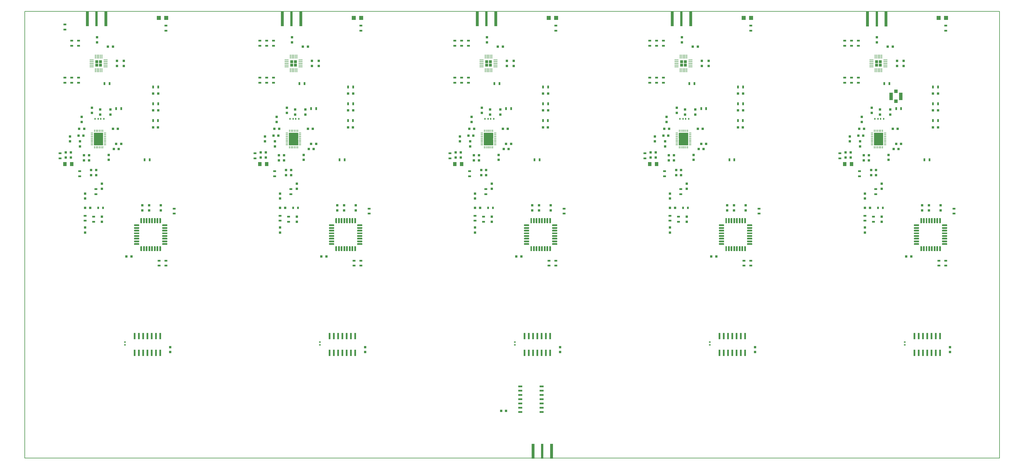
<source format=gbr>
%TF.GenerationSoftware,KiCad,Pcbnew,(5.1.5)-3*%
%TF.CreationDate,2020-04-08T11:38:32+01:00*%
%TF.ProjectId,PLL_v1,504c4c5f-7631-42e6-9b69-6361645f7063,rev?*%
%TF.SameCoordinates,Original*%
%TF.FileFunction,Paste,Top*%
%TF.FilePolarity,Positive*%
%FSLAX46Y46*%
G04 Gerber Fmt 4.6, Leading zero omitted, Abs format (unit mm)*
G04 Created by KiCad (PCBNEW (5.1.5)-3) date 2020-04-08 11:38:32*
%MOMM*%
%LPD*%
G04 APERTURE LIST*
%ADD10C,0.150000*%
%ADD11C,0.152400*%
%ADD12R,0.500000X0.900000*%
%ADD13R,2.700000X3.700000*%
%ADD14R,0.220000X0.799999*%
%ADD15R,0.799999X0.220000*%
%ADD16R,0.900000X0.500000*%
%ADD17R,1.143000X0.508000*%
%ADD18R,0.800000X0.750000*%
%ADD19R,0.750000X0.800000*%
%ADD20R,1.000000X1.250000*%
%ADD21R,0.600000X0.700000*%
%ADD22R,1.200000X1.200000*%
%ADD23R,0.400000X0.600000*%
%ADD24R,0.875000X0.875000*%
%ADD25R,1.200000X0.250000*%
%ADD26R,0.250000X1.200000*%
%ADD27R,0.542600X1.969999*%
%ADD28C,0.600000*%
%ADD29R,0.900000X4.500000*%
%ADD30R,0.800000X4.500000*%
%ADD31R,0.600000X0.400000*%
%ADD32R,1.050000X2.200000*%
%ADD33R,1.000000X1.000000*%
G04 APERTURE END LIST*
D10*
X345000000Y-169500000D02*
X345000000Y-36500000D01*
X55000000Y-169500000D02*
X345000000Y-169500000D01*
X55000000Y-36500000D02*
X55000000Y-169500000D01*
X345000000Y-36500000D02*
X55000000Y-36500000D01*
D11*
X307725000Y-74400000D02*
X308900000Y-74400000D01*
X307725000Y-72725000D02*
X307725000Y-74400000D01*
X308900000Y-72725000D02*
X307725000Y-72725000D01*
X308900000Y-74400000D02*
X308900000Y-72725000D01*
X307725000Y-76275000D02*
X308900000Y-76275000D01*
X307725000Y-74600000D02*
X307725000Y-76275000D01*
X308900000Y-74600000D02*
X307725000Y-74600000D01*
X308900000Y-76275000D02*
X308900000Y-74600000D01*
X309100000Y-74400000D02*
X310275000Y-74400000D01*
X309100000Y-72725000D02*
X309100000Y-74400000D01*
X310275000Y-72725000D02*
X309100000Y-72725000D01*
X310275000Y-74400000D02*
X310275000Y-72725000D01*
X309100000Y-76275000D02*
X310275000Y-76275000D01*
X309100000Y-74600000D02*
X309100000Y-76275000D01*
X310275000Y-74600000D02*
X309100000Y-74600000D01*
X310275000Y-76275000D02*
X310275000Y-74600000D01*
X249725000Y-74400000D02*
X250900000Y-74400000D01*
X249725000Y-72725000D02*
X249725000Y-74400000D01*
X250900000Y-72725000D02*
X249725000Y-72725000D01*
X250900000Y-74400000D02*
X250900000Y-72725000D01*
X249725000Y-76275000D02*
X250900000Y-76275000D01*
X249725000Y-74600000D02*
X249725000Y-76275000D01*
X250900000Y-74600000D02*
X249725000Y-74600000D01*
X250900000Y-76275000D02*
X250900000Y-74600000D01*
X251100000Y-74400000D02*
X252275000Y-74400000D01*
X251100000Y-72725000D02*
X251100000Y-74400000D01*
X252275000Y-72725000D02*
X251100000Y-72725000D01*
X252275000Y-74400000D02*
X252275000Y-72725000D01*
X251100000Y-76275000D02*
X252275000Y-76275000D01*
X251100000Y-74600000D02*
X251100000Y-76275000D01*
X252275000Y-74600000D02*
X251100000Y-74600000D01*
X252275000Y-76275000D02*
X252275000Y-74600000D01*
X191725000Y-74400000D02*
X192900000Y-74400000D01*
X191725000Y-72725000D02*
X191725000Y-74400000D01*
X192900000Y-72725000D02*
X191725000Y-72725000D01*
X192900000Y-74400000D02*
X192900000Y-72725000D01*
X191725000Y-76275000D02*
X192900000Y-76275000D01*
X191725000Y-74600000D02*
X191725000Y-76275000D01*
X192900000Y-74600000D02*
X191725000Y-74600000D01*
X192900000Y-76275000D02*
X192900000Y-74600000D01*
X193100000Y-74400000D02*
X194275000Y-74400000D01*
X193100000Y-72725000D02*
X193100000Y-74400000D01*
X194275000Y-72725000D02*
X193100000Y-72725000D01*
X194275000Y-74400000D02*
X194275000Y-72725000D01*
X193100000Y-76275000D02*
X194275000Y-76275000D01*
X193100000Y-74600000D02*
X193100000Y-76275000D01*
X194275000Y-74600000D02*
X193100000Y-74600000D01*
X194275000Y-76275000D02*
X194275000Y-74600000D01*
X133725000Y-74400000D02*
X134900000Y-74400000D01*
X133725000Y-72725000D02*
X133725000Y-74400000D01*
X134900000Y-72725000D02*
X133725000Y-72725000D01*
X134900000Y-74400000D02*
X134900000Y-72725000D01*
X133725000Y-76275000D02*
X134900000Y-76275000D01*
X133725000Y-74600000D02*
X133725000Y-76275000D01*
X134900000Y-74600000D02*
X133725000Y-74600000D01*
X134900000Y-76275000D02*
X134900000Y-74600000D01*
X135100000Y-74400000D02*
X136275000Y-74400000D01*
X135100000Y-72725000D02*
X135100000Y-74400000D01*
X136275000Y-72725000D02*
X135100000Y-72725000D01*
X136275000Y-74400000D02*
X136275000Y-72725000D01*
X135100000Y-76275000D02*
X136275000Y-76275000D01*
X135100000Y-74600000D02*
X135100000Y-76275000D01*
X136275000Y-74600000D02*
X135100000Y-74600000D01*
X136275000Y-76275000D02*
X136275000Y-74600000D01*
X75725000Y-74400000D02*
X76900000Y-74400000D01*
X75725000Y-72725000D02*
X75725000Y-74400000D01*
X76900000Y-72725000D02*
X75725000Y-72725000D01*
X76900000Y-74400000D02*
X76900000Y-72725000D01*
X75725000Y-76275000D02*
X76900000Y-76275000D01*
X75725000Y-74600000D02*
X75725000Y-76275000D01*
X76900000Y-74600000D02*
X75725000Y-74600000D01*
X76900000Y-76275000D02*
X76900000Y-74600000D01*
X77100000Y-74400000D02*
X78275000Y-74400000D01*
X77100000Y-72725000D02*
X77100000Y-74400000D01*
X78275000Y-72725000D02*
X77100000Y-72725000D01*
X78275000Y-74400000D02*
X78275000Y-72725000D01*
X77100000Y-76275000D02*
X78275000Y-76275000D01*
X77100000Y-74600000D02*
X77100000Y-76275000D01*
X78275000Y-74600000D02*
X77100000Y-74600000D01*
X78275000Y-76275000D02*
X78275000Y-74600000D01*
D12*
X90700000Y-80700000D03*
X92200000Y-80700000D03*
X148700000Y-80700000D03*
X150200000Y-80700000D03*
X206700000Y-80700000D03*
X208200000Y-80700000D03*
X264650000Y-80700000D03*
X266150000Y-80700000D03*
X322650000Y-80700000D03*
X324150000Y-80700000D03*
D13*
X309000000Y-74500000D03*
D14*
X310250000Y-76950000D03*
X309750001Y-76950000D03*
X309250000Y-76950000D03*
X308750000Y-76950000D03*
X308249999Y-76950000D03*
X307750000Y-76950000D03*
D15*
X307049999Y-76249999D03*
X307049999Y-75750000D03*
X307049999Y-75250001D03*
X307049999Y-74750000D03*
X307049999Y-74250000D03*
X307049999Y-73749999D03*
X307049999Y-73250000D03*
X307049999Y-72750001D03*
D14*
X307750000Y-72050000D03*
X308249999Y-72050000D03*
X308750000Y-72050000D03*
X309250000Y-72050000D03*
X309750001Y-72050000D03*
X310250000Y-72050000D03*
D15*
X310950001Y-72750001D03*
X310950001Y-73250000D03*
X310950001Y-73749999D03*
X310950001Y-74250000D03*
X310950001Y-74750000D03*
X310950001Y-75250001D03*
X310950001Y-75750000D03*
X310950001Y-76249999D03*
D16*
X303400000Y-85600000D03*
X303400000Y-84100000D03*
X305000000Y-97350000D03*
X305000000Y-98850000D03*
D17*
X208802000Y-155810000D03*
X208802000Y-154540000D03*
X208802000Y-153270000D03*
X208802000Y-152000000D03*
X208802000Y-150730000D03*
X208802000Y-149460000D03*
X208802000Y-148190000D03*
X202452000Y-148190000D03*
X202452000Y-149460000D03*
X202452000Y-152000000D03*
X202452000Y-153270000D03*
X202452000Y-154540000D03*
X202452000Y-155810000D03*
X202452000Y-150730000D03*
D18*
X196750000Y-155500000D03*
X198250000Y-155500000D03*
D19*
X305000000Y-102350000D03*
X305000000Y-100850000D03*
X310000000Y-99150000D03*
X310000000Y-97650000D03*
D18*
X305000000Y-95000000D03*
X306500000Y-95000000D03*
D19*
X305000000Y-92250000D03*
X305000000Y-90750000D03*
D18*
X315750000Y-76000000D03*
X314250000Y-76000000D03*
X315000000Y-77500000D03*
X313500000Y-77500000D03*
X314750000Y-71500000D03*
X313250000Y-71500000D03*
D19*
X310000000Y-89350000D03*
X310000000Y-87850000D03*
X300500000Y-73750000D03*
X300500000Y-75250000D03*
X306800000Y-85250000D03*
X306800000Y-83750000D03*
X312000000Y-80750000D03*
X312000000Y-79250000D03*
X308300000Y-85250000D03*
X308300000Y-83750000D03*
X312500000Y-65750000D03*
X312500000Y-67250000D03*
X304000000Y-67950000D03*
X304000000Y-69450000D03*
D18*
X306150000Y-80900000D03*
X304650000Y-80900000D03*
X306150000Y-79400000D03*
X304650000Y-79400000D03*
X303250000Y-71500000D03*
X304750000Y-71500000D03*
D19*
X309500000Y-67250000D03*
X309500000Y-65750000D03*
X303500000Y-75250000D03*
X303500000Y-76750000D03*
D18*
X304500000Y-73500000D03*
X303000000Y-73500000D03*
X325192584Y-71034394D03*
X326692584Y-71034394D03*
X325250000Y-66000000D03*
X326750000Y-66000000D03*
D19*
X307000000Y-66750000D03*
X307000000Y-65250000D03*
D18*
X325250000Y-61000000D03*
X326750000Y-61000000D03*
D19*
X316500000Y-51250000D03*
X316500000Y-52750000D03*
X314500000Y-51250000D03*
X314500000Y-52750000D03*
D18*
X313250000Y-47000000D03*
X311750000Y-47000000D03*
D19*
X308500000Y-45750000D03*
X308500000Y-44250000D03*
X327500000Y-94250000D03*
X327500000Y-95750000D03*
X324000000Y-94250000D03*
X324000000Y-95750000D03*
D18*
X317250000Y-109500000D03*
X318750000Y-109500000D03*
D19*
X322000000Y-94250000D03*
X322000000Y-95750000D03*
X330274857Y-137972972D03*
X330274857Y-136472972D03*
D18*
X300750000Y-80000000D03*
X299250000Y-80000000D03*
D20*
X299000000Y-82000000D03*
X301000000Y-82000000D03*
D18*
X300750000Y-78500000D03*
X299250000Y-78500000D03*
D21*
X308900000Y-95000000D03*
X310300000Y-95000000D03*
D22*
X329100000Y-38500000D03*
X326900000Y-38500000D03*
D23*
X309650000Y-68500000D03*
X310550000Y-68500000D03*
X307950000Y-68500000D03*
X308850000Y-68500000D03*
D16*
X307500000Y-97650000D03*
X307500000Y-99150000D03*
X329000000Y-42250000D03*
X329000000Y-40750000D03*
X308200000Y-89450000D03*
X308200000Y-90950000D03*
D12*
X314250000Y-65500000D03*
X315750000Y-65500000D03*
X326692584Y-69034394D03*
X325192584Y-69034394D03*
X310750000Y-58000000D03*
X312250000Y-58000000D03*
X326750000Y-64000000D03*
X325250000Y-64000000D03*
X326750000Y-59000000D03*
X325250000Y-59000000D03*
D16*
X299000000Y-56250000D03*
X299000000Y-57750000D03*
X301000000Y-56250000D03*
X301000000Y-57750000D03*
X303000000Y-56250000D03*
X303000000Y-57750000D03*
X299000000Y-45250000D03*
X299000000Y-46750000D03*
X301000000Y-45250000D03*
X301000000Y-46750000D03*
X303000000Y-45250000D03*
X303000000Y-46750000D03*
X331500000Y-96750000D03*
X331500000Y-95250000D03*
X329000000Y-110750000D03*
X329000000Y-112250000D03*
X327000000Y-112250000D03*
X327000000Y-110750000D03*
X297500000Y-78750000D03*
X297500000Y-80250000D03*
D24*
X309537500Y-51462500D03*
X308462500Y-51462500D03*
X309537500Y-52537500D03*
X308462500Y-52537500D03*
D25*
X306950001Y-53000000D03*
X306950001Y-52500000D03*
X306950001Y-52000000D03*
X306950001Y-51500000D03*
X306950001Y-51000000D03*
D26*
X308000000Y-49950001D03*
X308500000Y-49950001D03*
X309000000Y-49950001D03*
X309500000Y-49950001D03*
X310000000Y-49950001D03*
D25*
X311049999Y-51000000D03*
X311049999Y-51500000D03*
X311049999Y-52000000D03*
X311049999Y-52500000D03*
X311049999Y-53000000D03*
D26*
X310000000Y-54049999D03*
X309500000Y-54049999D03*
X309000000Y-54049999D03*
X308500000Y-54049999D03*
X308000000Y-54049999D03*
D27*
X327310000Y-138163800D03*
X326040000Y-138163800D03*
X324770000Y-138163800D03*
X323500000Y-138163800D03*
X322230000Y-138163800D03*
X320960000Y-138163800D03*
X319690000Y-138163800D03*
X319690000Y-133236200D03*
X320960000Y-133236200D03*
X322230000Y-133236200D03*
X323500000Y-133236200D03*
X324770000Y-133236200D03*
X326040000Y-133236200D03*
X327310000Y-133236200D03*
D28*
G36*
X329312252Y-99950602D02*
G01*
X329324386Y-99952402D01*
X329336286Y-99955382D01*
X329347835Y-99959515D01*
X329358925Y-99964760D01*
X329369446Y-99971066D01*
X329379299Y-99978374D01*
X329388388Y-99986612D01*
X329396626Y-99995701D01*
X329403934Y-100005554D01*
X329410240Y-100016075D01*
X329415485Y-100027165D01*
X329419618Y-100038714D01*
X329422598Y-100050614D01*
X329424398Y-100062748D01*
X329425000Y-100075000D01*
X329425000Y-100325000D01*
X329424398Y-100337252D01*
X329422598Y-100349386D01*
X329419618Y-100361286D01*
X329415485Y-100372835D01*
X329410240Y-100383925D01*
X329403934Y-100394446D01*
X329396626Y-100404299D01*
X329388388Y-100413388D01*
X329379299Y-100421626D01*
X329369446Y-100428934D01*
X329358925Y-100435240D01*
X329347835Y-100440485D01*
X329336286Y-100444618D01*
X329324386Y-100447598D01*
X329312252Y-100449398D01*
X329300000Y-100450000D01*
X328050000Y-100450000D01*
X328037748Y-100449398D01*
X328025614Y-100447598D01*
X328013714Y-100444618D01*
X328002165Y-100440485D01*
X327991075Y-100435240D01*
X327980554Y-100428934D01*
X327970701Y-100421626D01*
X327961612Y-100413388D01*
X327953374Y-100404299D01*
X327946066Y-100394446D01*
X327939760Y-100383925D01*
X327934515Y-100372835D01*
X327930382Y-100361286D01*
X327927402Y-100349386D01*
X327925602Y-100337252D01*
X327925000Y-100325000D01*
X327925000Y-100075000D01*
X327925602Y-100062748D01*
X327927402Y-100050614D01*
X327930382Y-100038714D01*
X327934515Y-100027165D01*
X327939760Y-100016075D01*
X327946066Y-100005554D01*
X327953374Y-99995701D01*
X327961612Y-99986612D01*
X327970701Y-99978374D01*
X327980554Y-99971066D01*
X327991075Y-99964760D01*
X328002165Y-99959515D01*
X328013714Y-99955382D01*
X328025614Y-99952402D01*
X328037748Y-99950602D01*
X328050000Y-99950000D01*
X329300000Y-99950000D01*
X329312252Y-99950602D01*
G37*
G36*
X329312252Y-100750602D02*
G01*
X329324386Y-100752402D01*
X329336286Y-100755382D01*
X329347835Y-100759515D01*
X329358925Y-100764760D01*
X329369446Y-100771066D01*
X329379299Y-100778374D01*
X329388388Y-100786612D01*
X329396626Y-100795701D01*
X329403934Y-100805554D01*
X329410240Y-100816075D01*
X329415485Y-100827165D01*
X329419618Y-100838714D01*
X329422598Y-100850614D01*
X329424398Y-100862748D01*
X329425000Y-100875000D01*
X329425000Y-101125000D01*
X329424398Y-101137252D01*
X329422598Y-101149386D01*
X329419618Y-101161286D01*
X329415485Y-101172835D01*
X329410240Y-101183925D01*
X329403934Y-101194446D01*
X329396626Y-101204299D01*
X329388388Y-101213388D01*
X329379299Y-101221626D01*
X329369446Y-101228934D01*
X329358925Y-101235240D01*
X329347835Y-101240485D01*
X329336286Y-101244618D01*
X329324386Y-101247598D01*
X329312252Y-101249398D01*
X329300000Y-101250000D01*
X328050000Y-101250000D01*
X328037748Y-101249398D01*
X328025614Y-101247598D01*
X328013714Y-101244618D01*
X328002165Y-101240485D01*
X327991075Y-101235240D01*
X327980554Y-101228934D01*
X327970701Y-101221626D01*
X327961612Y-101213388D01*
X327953374Y-101204299D01*
X327946066Y-101194446D01*
X327939760Y-101183925D01*
X327934515Y-101172835D01*
X327930382Y-101161286D01*
X327927402Y-101149386D01*
X327925602Y-101137252D01*
X327925000Y-101125000D01*
X327925000Y-100875000D01*
X327925602Y-100862748D01*
X327927402Y-100850614D01*
X327930382Y-100838714D01*
X327934515Y-100827165D01*
X327939760Y-100816075D01*
X327946066Y-100805554D01*
X327953374Y-100795701D01*
X327961612Y-100786612D01*
X327970701Y-100778374D01*
X327980554Y-100771066D01*
X327991075Y-100764760D01*
X328002165Y-100759515D01*
X328013714Y-100755382D01*
X328025614Y-100752402D01*
X328037748Y-100750602D01*
X328050000Y-100750000D01*
X329300000Y-100750000D01*
X329312252Y-100750602D01*
G37*
G36*
X329312252Y-101550602D02*
G01*
X329324386Y-101552402D01*
X329336286Y-101555382D01*
X329347835Y-101559515D01*
X329358925Y-101564760D01*
X329369446Y-101571066D01*
X329379299Y-101578374D01*
X329388388Y-101586612D01*
X329396626Y-101595701D01*
X329403934Y-101605554D01*
X329410240Y-101616075D01*
X329415485Y-101627165D01*
X329419618Y-101638714D01*
X329422598Y-101650614D01*
X329424398Y-101662748D01*
X329425000Y-101675000D01*
X329425000Y-101925000D01*
X329424398Y-101937252D01*
X329422598Y-101949386D01*
X329419618Y-101961286D01*
X329415485Y-101972835D01*
X329410240Y-101983925D01*
X329403934Y-101994446D01*
X329396626Y-102004299D01*
X329388388Y-102013388D01*
X329379299Y-102021626D01*
X329369446Y-102028934D01*
X329358925Y-102035240D01*
X329347835Y-102040485D01*
X329336286Y-102044618D01*
X329324386Y-102047598D01*
X329312252Y-102049398D01*
X329300000Y-102050000D01*
X328050000Y-102050000D01*
X328037748Y-102049398D01*
X328025614Y-102047598D01*
X328013714Y-102044618D01*
X328002165Y-102040485D01*
X327991075Y-102035240D01*
X327980554Y-102028934D01*
X327970701Y-102021626D01*
X327961612Y-102013388D01*
X327953374Y-102004299D01*
X327946066Y-101994446D01*
X327939760Y-101983925D01*
X327934515Y-101972835D01*
X327930382Y-101961286D01*
X327927402Y-101949386D01*
X327925602Y-101937252D01*
X327925000Y-101925000D01*
X327925000Y-101675000D01*
X327925602Y-101662748D01*
X327927402Y-101650614D01*
X327930382Y-101638714D01*
X327934515Y-101627165D01*
X327939760Y-101616075D01*
X327946066Y-101605554D01*
X327953374Y-101595701D01*
X327961612Y-101586612D01*
X327970701Y-101578374D01*
X327980554Y-101571066D01*
X327991075Y-101564760D01*
X328002165Y-101559515D01*
X328013714Y-101555382D01*
X328025614Y-101552402D01*
X328037748Y-101550602D01*
X328050000Y-101550000D01*
X329300000Y-101550000D01*
X329312252Y-101550602D01*
G37*
G36*
X329312252Y-102350602D02*
G01*
X329324386Y-102352402D01*
X329336286Y-102355382D01*
X329347835Y-102359515D01*
X329358925Y-102364760D01*
X329369446Y-102371066D01*
X329379299Y-102378374D01*
X329388388Y-102386612D01*
X329396626Y-102395701D01*
X329403934Y-102405554D01*
X329410240Y-102416075D01*
X329415485Y-102427165D01*
X329419618Y-102438714D01*
X329422598Y-102450614D01*
X329424398Y-102462748D01*
X329425000Y-102475000D01*
X329425000Y-102725000D01*
X329424398Y-102737252D01*
X329422598Y-102749386D01*
X329419618Y-102761286D01*
X329415485Y-102772835D01*
X329410240Y-102783925D01*
X329403934Y-102794446D01*
X329396626Y-102804299D01*
X329388388Y-102813388D01*
X329379299Y-102821626D01*
X329369446Y-102828934D01*
X329358925Y-102835240D01*
X329347835Y-102840485D01*
X329336286Y-102844618D01*
X329324386Y-102847598D01*
X329312252Y-102849398D01*
X329300000Y-102850000D01*
X328050000Y-102850000D01*
X328037748Y-102849398D01*
X328025614Y-102847598D01*
X328013714Y-102844618D01*
X328002165Y-102840485D01*
X327991075Y-102835240D01*
X327980554Y-102828934D01*
X327970701Y-102821626D01*
X327961612Y-102813388D01*
X327953374Y-102804299D01*
X327946066Y-102794446D01*
X327939760Y-102783925D01*
X327934515Y-102772835D01*
X327930382Y-102761286D01*
X327927402Y-102749386D01*
X327925602Y-102737252D01*
X327925000Y-102725000D01*
X327925000Y-102475000D01*
X327925602Y-102462748D01*
X327927402Y-102450614D01*
X327930382Y-102438714D01*
X327934515Y-102427165D01*
X327939760Y-102416075D01*
X327946066Y-102405554D01*
X327953374Y-102395701D01*
X327961612Y-102386612D01*
X327970701Y-102378374D01*
X327980554Y-102371066D01*
X327991075Y-102364760D01*
X328002165Y-102359515D01*
X328013714Y-102355382D01*
X328025614Y-102352402D01*
X328037748Y-102350602D01*
X328050000Y-102350000D01*
X329300000Y-102350000D01*
X329312252Y-102350602D01*
G37*
G36*
X329312252Y-103150602D02*
G01*
X329324386Y-103152402D01*
X329336286Y-103155382D01*
X329347835Y-103159515D01*
X329358925Y-103164760D01*
X329369446Y-103171066D01*
X329379299Y-103178374D01*
X329388388Y-103186612D01*
X329396626Y-103195701D01*
X329403934Y-103205554D01*
X329410240Y-103216075D01*
X329415485Y-103227165D01*
X329419618Y-103238714D01*
X329422598Y-103250614D01*
X329424398Y-103262748D01*
X329425000Y-103275000D01*
X329425000Y-103525000D01*
X329424398Y-103537252D01*
X329422598Y-103549386D01*
X329419618Y-103561286D01*
X329415485Y-103572835D01*
X329410240Y-103583925D01*
X329403934Y-103594446D01*
X329396626Y-103604299D01*
X329388388Y-103613388D01*
X329379299Y-103621626D01*
X329369446Y-103628934D01*
X329358925Y-103635240D01*
X329347835Y-103640485D01*
X329336286Y-103644618D01*
X329324386Y-103647598D01*
X329312252Y-103649398D01*
X329300000Y-103650000D01*
X328050000Y-103650000D01*
X328037748Y-103649398D01*
X328025614Y-103647598D01*
X328013714Y-103644618D01*
X328002165Y-103640485D01*
X327991075Y-103635240D01*
X327980554Y-103628934D01*
X327970701Y-103621626D01*
X327961612Y-103613388D01*
X327953374Y-103604299D01*
X327946066Y-103594446D01*
X327939760Y-103583925D01*
X327934515Y-103572835D01*
X327930382Y-103561286D01*
X327927402Y-103549386D01*
X327925602Y-103537252D01*
X327925000Y-103525000D01*
X327925000Y-103275000D01*
X327925602Y-103262748D01*
X327927402Y-103250614D01*
X327930382Y-103238714D01*
X327934515Y-103227165D01*
X327939760Y-103216075D01*
X327946066Y-103205554D01*
X327953374Y-103195701D01*
X327961612Y-103186612D01*
X327970701Y-103178374D01*
X327980554Y-103171066D01*
X327991075Y-103164760D01*
X328002165Y-103159515D01*
X328013714Y-103155382D01*
X328025614Y-103152402D01*
X328037748Y-103150602D01*
X328050000Y-103150000D01*
X329300000Y-103150000D01*
X329312252Y-103150602D01*
G37*
G36*
X329312252Y-103950602D02*
G01*
X329324386Y-103952402D01*
X329336286Y-103955382D01*
X329347835Y-103959515D01*
X329358925Y-103964760D01*
X329369446Y-103971066D01*
X329379299Y-103978374D01*
X329388388Y-103986612D01*
X329396626Y-103995701D01*
X329403934Y-104005554D01*
X329410240Y-104016075D01*
X329415485Y-104027165D01*
X329419618Y-104038714D01*
X329422598Y-104050614D01*
X329424398Y-104062748D01*
X329425000Y-104075000D01*
X329425000Y-104325000D01*
X329424398Y-104337252D01*
X329422598Y-104349386D01*
X329419618Y-104361286D01*
X329415485Y-104372835D01*
X329410240Y-104383925D01*
X329403934Y-104394446D01*
X329396626Y-104404299D01*
X329388388Y-104413388D01*
X329379299Y-104421626D01*
X329369446Y-104428934D01*
X329358925Y-104435240D01*
X329347835Y-104440485D01*
X329336286Y-104444618D01*
X329324386Y-104447598D01*
X329312252Y-104449398D01*
X329300000Y-104450000D01*
X328050000Y-104450000D01*
X328037748Y-104449398D01*
X328025614Y-104447598D01*
X328013714Y-104444618D01*
X328002165Y-104440485D01*
X327991075Y-104435240D01*
X327980554Y-104428934D01*
X327970701Y-104421626D01*
X327961612Y-104413388D01*
X327953374Y-104404299D01*
X327946066Y-104394446D01*
X327939760Y-104383925D01*
X327934515Y-104372835D01*
X327930382Y-104361286D01*
X327927402Y-104349386D01*
X327925602Y-104337252D01*
X327925000Y-104325000D01*
X327925000Y-104075000D01*
X327925602Y-104062748D01*
X327927402Y-104050614D01*
X327930382Y-104038714D01*
X327934515Y-104027165D01*
X327939760Y-104016075D01*
X327946066Y-104005554D01*
X327953374Y-103995701D01*
X327961612Y-103986612D01*
X327970701Y-103978374D01*
X327980554Y-103971066D01*
X327991075Y-103964760D01*
X328002165Y-103959515D01*
X328013714Y-103955382D01*
X328025614Y-103952402D01*
X328037748Y-103950602D01*
X328050000Y-103950000D01*
X329300000Y-103950000D01*
X329312252Y-103950602D01*
G37*
G36*
X329312252Y-104750602D02*
G01*
X329324386Y-104752402D01*
X329336286Y-104755382D01*
X329347835Y-104759515D01*
X329358925Y-104764760D01*
X329369446Y-104771066D01*
X329379299Y-104778374D01*
X329388388Y-104786612D01*
X329396626Y-104795701D01*
X329403934Y-104805554D01*
X329410240Y-104816075D01*
X329415485Y-104827165D01*
X329419618Y-104838714D01*
X329422598Y-104850614D01*
X329424398Y-104862748D01*
X329425000Y-104875000D01*
X329425000Y-105125000D01*
X329424398Y-105137252D01*
X329422598Y-105149386D01*
X329419618Y-105161286D01*
X329415485Y-105172835D01*
X329410240Y-105183925D01*
X329403934Y-105194446D01*
X329396626Y-105204299D01*
X329388388Y-105213388D01*
X329379299Y-105221626D01*
X329369446Y-105228934D01*
X329358925Y-105235240D01*
X329347835Y-105240485D01*
X329336286Y-105244618D01*
X329324386Y-105247598D01*
X329312252Y-105249398D01*
X329300000Y-105250000D01*
X328050000Y-105250000D01*
X328037748Y-105249398D01*
X328025614Y-105247598D01*
X328013714Y-105244618D01*
X328002165Y-105240485D01*
X327991075Y-105235240D01*
X327980554Y-105228934D01*
X327970701Y-105221626D01*
X327961612Y-105213388D01*
X327953374Y-105204299D01*
X327946066Y-105194446D01*
X327939760Y-105183925D01*
X327934515Y-105172835D01*
X327930382Y-105161286D01*
X327927402Y-105149386D01*
X327925602Y-105137252D01*
X327925000Y-105125000D01*
X327925000Y-104875000D01*
X327925602Y-104862748D01*
X327927402Y-104850614D01*
X327930382Y-104838714D01*
X327934515Y-104827165D01*
X327939760Y-104816075D01*
X327946066Y-104805554D01*
X327953374Y-104795701D01*
X327961612Y-104786612D01*
X327970701Y-104778374D01*
X327980554Y-104771066D01*
X327991075Y-104764760D01*
X328002165Y-104759515D01*
X328013714Y-104755382D01*
X328025614Y-104752402D01*
X328037748Y-104750602D01*
X328050000Y-104750000D01*
X329300000Y-104750000D01*
X329312252Y-104750602D01*
G37*
G36*
X329312252Y-105550602D02*
G01*
X329324386Y-105552402D01*
X329336286Y-105555382D01*
X329347835Y-105559515D01*
X329358925Y-105564760D01*
X329369446Y-105571066D01*
X329379299Y-105578374D01*
X329388388Y-105586612D01*
X329396626Y-105595701D01*
X329403934Y-105605554D01*
X329410240Y-105616075D01*
X329415485Y-105627165D01*
X329419618Y-105638714D01*
X329422598Y-105650614D01*
X329424398Y-105662748D01*
X329425000Y-105675000D01*
X329425000Y-105925000D01*
X329424398Y-105937252D01*
X329422598Y-105949386D01*
X329419618Y-105961286D01*
X329415485Y-105972835D01*
X329410240Y-105983925D01*
X329403934Y-105994446D01*
X329396626Y-106004299D01*
X329388388Y-106013388D01*
X329379299Y-106021626D01*
X329369446Y-106028934D01*
X329358925Y-106035240D01*
X329347835Y-106040485D01*
X329336286Y-106044618D01*
X329324386Y-106047598D01*
X329312252Y-106049398D01*
X329300000Y-106050000D01*
X328050000Y-106050000D01*
X328037748Y-106049398D01*
X328025614Y-106047598D01*
X328013714Y-106044618D01*
X328002165Y-106040485D01*
X327991075Y-106035240D01*
X327980554Y-106028934D01*
X327970701Y-106021626D01*
X327961612Y-106013388D01*
X327953374Y-106004299D01*
X327946066Y-105994446D01*
X327939760Y-105983925D01*
X327934515Y-105972835D01*
X327930382Y-105961286D01*
X327927402Y-105949386D01*
X327925602Y-105937252D01*
X327925000Y-105925000D01*
X327925000Y-105675000D01*
X327925602Y-105662748D01*
X327927402Y-105650614D01*
X327930382Y-105638714D01*
X327934515Y-105627165D01*
X327939760Y-105616075D01*
X327946066Y-105605554D01*
X327953374Y-105595701D01*
X327961612Y-105586612D01*
X327970701Y-105578374D01*
X327980554Y-105571066D01*
X327991075Y-105564760D01*
X328002165Y-105559515D01*
X328013714Y-105555382D01*
X328025614Y-105552402D01*
X328037748Y-105550602D01*
X328050000Y-105550000D01*
X329300000Y-105550000D01*
X329312252Y-105550602D01*
G37*
G36*
X327437252Y-106425602D02*
G01*
X327449386Y-106427402D01*
X327461286Y-106430382D01*
X327472835Y-106434515D01*
X327483925Y-106439760D01*
X327494446Y-106446066D01*
X327504299Y-106453374D01*
X327513388Y-106461612D01*
X327521626Y-106470701D01*
X327528934Y-106480554D01*
X327535240Y-106491075D01*
X327540485Y-106502165D01*
X327544618Y-106513714D01*
X327547598Y-106525614D01*
X327549398Y-106537748D01*
X327550000Y-106550000D01*
X327550000Y-107800000D01*
X327549398Y-107812252D01*
X327547598Y-107824386D01*
X327544618Y-107836286D01*
X327540485Y-107847835D01*
X327535240Y-107858925D01*
X327528934Y-107869446D01*
X327521626Y-107879299D01*
X327513388Y-107888388D01*
X327504299Y-107896626D01*
X327494446Y-107903934D01*
X327483925Y-107910240D01*
X327472835Y-107915485D01*
X327461286Y-107919618D01*
X327449386Y-107922598D01*
X327437252Y-107924398D01*
X327425000Y-107925000D01*
X327175000Y-107925000D01*
X327162748Y-107924398D01*
X327150614Y-107922598D01*
X327138714Y-107919618D01*
X327127165Y-107915485D01*
X327116075Y-107910240D01*
X327105554Y-107903934D01*
X327095701Y-107896626D01*
X327086612Y-107888388D01*
X327078374Y-107879299D01*
X327071066Y-107869446D01*
X327064760Y-107858925D01*
X327059515Y-107847835D01*
X327055382Y-107836286D01*
X327052402Y-107824386D01*
X327050602Y-107812252D01*
X327050000Y-107800000D01*
X327050000Y-106550000D01*
X327050602Y-106537748D01*
X327052402Y-106525614D01*
X327055382Y-106513714D01*
X327059515Y-106502165D01*
X327064760Y-106491075D01*
X327071066Y-106480554D01*
X327078374Y-106470701D01*
X327086612Y-106461612D01*
X327095701Y-106453374D01*
X327105554Y-106446066D01*
X327116075Y-106439760D01*
X327127165Y-106434515D01*
X327138714Y-106430382D01*
X327150614Y-106427402D01*
X327162748Y-106425602D01*
X327175000Y-106425000D01*
X327425000Y-106425000D01*
X327437252Y-106425602D01*
G37*
G36*
X326637252Y-106425602D02*
G01*
X326649386Y-106427402D01*
X326661286Y-106430382D01*
X326672835Y-106434515D01*
X326683925Y-106439760D01*
X326694446Y-106446066D01*
X326704299Y-106453374D01*
X326713388Y-106461612D01*
X326721626Y-106470701D01*
X326728934Y-106480554D01*
X326735240Y-106491075D01*
X326740485Y-106502165D01*
X326744618Y-106513714D01*
X326747598Y-106525614D01*
X326749398Y-106537748D01*
X326750000Y-106550000D01*
X326750000Y-107800000D01*
X326749398Y-107812252D01*
X326747598Y-107824386D01*
X326744618Y-107836286D01*
X326740485Y-107847835D01*
X326735240Y-107858925D01*
X326728934Y-107869446D01*
X326721626Y-107879299D01*
X326713388Y-107888388D01*
X326704299Y-107896626D01*
X326694446Y-107903934D01*
X326683925Y-107910240D01*
X326672835Y-107915485D01*
X326661286Y-107919618D01*
X326649386Y-107922598D01*
X326637252Y-107924398D01*
X326625000Y-107925000D01*
X326375000Y-107925000D01*
X326362748Y-107924398D01*
X326350614Y-107922598D01*
X326338714Y-107919618D01*
X326327165Y-107915485D01*
X326316075Y-107910240D01*
X326305554Y-107903934D01*
X326295701Y-107896626D01*
X326286612Y-107888388D01*
X326278374Y-107879299D01*
X326271066Y-107869446D01*
X326264760Y-107858925D01*
X326259515Y-107847835D01*
X326255382Y-107836286D01*
X326252402Y-107824386D01*
X326250602Y-107812252D01*
X326250000Y-107800000D01*
X326250000Y-106550000D01*
X326250602Y-106537748D01*
X326252402Y-106525614D01*
X326255382Y-106513714D01*
X326259515Y-106502165D01*
X326264760Y-106491075D01*
X326271066Y-106480554D01*
X326278374Y-106470701D01*
X326286612Y-106461612D01*
X326295701Y-106453374D01*
X326305554Y-106446066D01*
X326316075Y-106439760D01*
X326327165Y-106434515D01*
X326338714Y-106430382D01*
X326350614Y-106427402D01*
X326362748Y-106425602D01*
X326375000Y-106425000D01*
X326625000Y-106425000D01*
X326637252Y-106425602D01*
G37*
G36*
X325837252Y-106425602D02*
G01*
X325849386Y-106427402D01*
X325861286Y-106430382D01*
X325872835Y-106434515D01*
X325883925Y-106439760D01*
X325894446Y-106446066D01*
X325904299Y-106453374D01*
X325913388Y-106461612D01*
X325921626Y-106470701D01*
X325928934Y-106480554D01*
X325935240Y-106491075D01*
X325940485Y-106502165D01*
X325944618Y-106513714D01*
X325947598Y-106525614D01*
X325949398Y-106537748D01*
X325950000Y-106550000D01*
X325950000Y-107800000D01*
X325949398Y-107812252D01*
X325947598Y-107824386D01*
X325944618Y-107836286D01*
X325940485Y-107847835D01*
X325935240Y-107858925D01*
X325928934Y-107869446D01*
X325921626Y-107879299D01*
X325913388Y-107888388D01*
X325904299Y-107896626D01*
X325894446Y-107903934D01*
X325883925Y-107910240D01*
X325872835Y-107915485D01*
X325861286Y-107919618D01*
X325849386Y-107922598D01*
X325837252Y-107924398D01*
X325825000Y-107925000D01*
X325575000Y-107925000D01*
X325562748Y-107924398D01*
X325550614Y-107922598D01*
X325538714Y-107919618D01*
X325527165Y-107915485D01*
X325516075Y-107910240D01*
X325505554Y-107903934D01*
X325495701Y-107896626D01*
X325486612Y-107888388D01*
X325478374Y-107879299D01*
X325471066Y-107869446D01*
X325464760Y-107858925D01*
X325459515Y-107847835D01*
X325455382Y-107836286D01*
X325452402Y-107824386D01*
X325450602Y-107812252D01*
X325450000Y-107800000D01*
X325450000Y-106550000D01*
X325450602Y-106537748D01*
X325452402Y-106525614D01*
X325455382Y-106513714D01*
X325459515Y-106502165D01*
X325464760Y-106491075D01*
X325471066Y-106480554D01*
X325478374Y-106470701D01*
X325486612Y-106461612D01*
X325495701Y-106453374D01*
X325505554Y-106446066D01*
X325516075Y-106439760D01*
X325527165Y-106434515D01*
X325538714Y-106430382D01*
X325550614Y-106427402D01*
X325562748Y-106425602D01*
X325575000Y-106425000D01*
X325825000Y-106425000D01*
X325837252Y-106425602D01*
G37*
G36*
X325037252Y-106425602D02*
G01*
X325049386Y-106427402D01*
X325061286Y-106430382D01*
X325072835Y-106434515D01*
X325083925Y-106439760D01*
X325094446Y-106446066D01*
X325104299Y-106453374D01*
X325113388Y-106461612D01*
X325121626Y-106470701D01*
X325128934Y-106480554D01*
X325135240Y-106491075D01*
X325140485Y-106502165D01*
X325144618Y-106513714D01*
X325147598Y-106525614D01*
X325149398Y-106537748D01*
X325150000Y-106550000D01*
X325150000Y-107800000D01*
X325149398Y-107812252D01*
X325147598Y-107824386D01*
X325144618Y-107836286D01*
X325140485Y-107847835D01*
X325135240Y-107858925D01*
X325128934Y-107869446D01*
X325121626Y-107879299D01*
X325113388Y-107888388D01*
X325104299Y-107896626D01*
X325094446Y-107903934D01*
X325083925Y-107910240D01*
X325072835Y-107915485D01*
X325061286Y-107919618D01*
X325049386Y-107922598D01*
X325037252Y-107924398D01*
X325025000Y-107925000D01*
X324775000Y-107925000D01*
X324762748Y-107924398D01*
X324750614Y-107922598D01*
X324738714Y-107919618D01*
X324727165Y-107915485D01*
X324716075Y-107910240D01*
X324705554Y-107903934D01*
X324695701Y-107896626D01*
X324686612Y-107888388D01*
X324678374Y-107879299D01*
X324671066Y-107869446D01*
X324664760Y-107858925D01*
X324659515Y-107847835D01*
X324655382Y-107836286D01*
X324652402Y-107824386D01*
X324650602Y-107812252D01*
X324650000Y-107800000D01*
X324650000Y-106550000D01*
X324650602Y-106537748D01*
X324652402Y-106525614D01*
X324655382Y-106513714D01*
X324659515Y-106502165D01*
X324664760Y-106491075D01*
X324671066Y-106480554D01*
X324678374Y-106470701D01*
X324686612Y-106461612D01*
X324695701Y-106453374D01*
X324705554Y-106446066D01*
X324716075Y-106439760D01*
X324727165Y-106434515D01*
X324738714Y-106430382D01*
X324750614Y-106427402D01*
X324762748Y-106425602D01*
X324775000Y-106425000D01*
X325025000Y-106425000D01*
X325037252Y-106425602D01*
G37*
G36*
X324237252Y-106425602D02*
G01*
X324249386Y-106427402D01*
X324261286Y-106430382D01*
X324272835Y-106434515D01*
X324283925Y-106439760D01*
X324294446Y-106446066D01*
X324304299Y-106453374D01*
X324313388Y-106461612D01*
X324321626Y-106470701D01*
X324328934Y-106480554D01*
X324335240Y-106491075D01*
X324340485Y-106502165D01*
X324344618Y-106513714D01*
X324347598Y-106525614D01*
X324349398Y-106537748D01*
X324350000Y-106550000D01*
X324350000Y-107800000D01*
X324349398Y-107812252D01*
X324347598Y-107824386D01*
X324344618Y-107836286D01*
X324340485Y-107847835D01*
X324335240Y-107858925D01*
X324328934Y-107869446D01*
X324321626Y-107879299D01*
X324313388Y-107888388D01*
X324304299Y-107896626D01*
X324294446Y-107903934D01*
X324283925Y-107910240D01*
X324272835Y-107915485D01*
X324261286Y-107919618D01*
X324249386Y-107922598D01*
X324237252Y-107924398D01*
X324225000Y-107925000D01*
X323975000Y-107925000D01*
X323962748Y-107924398D01*
X323950614Y-107922598D01*
X323938714Y-107919618D01*
X323927165Y-107915485D01*
X323916075Y-107910240D01*
X323905554Y-107903934D01*
X323895701Y-107896626D01*
X323886612Y-107888388D01*
X323878374Y-107879299D01*
X323871066Y-107869446D01*
X323864760Y-107858925D01*
X323859515Y-107847835D01*
X323855382Y-107836286D01*
X323852402Y-107824386D01*
X323850602Y-107812252D01*
X323850000Y-107800000D01*
X323850000Y-106550000D01*
X323850602Y-106537748D01*
X323852402Y-106525614D01*
X323855382Y-106513714D01*
X323859515Y-106502165D01*
X323864760Y-106491075D01*
X323871066Y-106480554D01*
X323878374Y-106470701D01*
X323886612Y-106461612D01*
X323895701Y-106453374D01*
X323905554Y-106446066D01*
X323916075Y-106439760D01*
X323927165Y-106434515D01*
X323938714Y-106430382D01*
X323950614Y-106427402D01*
X323962748Y-106425602D01*
X323975000Y-106425000D01*
X324225000Y-106425000D01*
X324237252Y-106425602D01*
G37*
G36*
X323437252Y-106425602D02*
G01*
X323449386Y-106427402D01*
X323461286Y-106430382D01*
X323472835Y-106434515D01*
X323483925Y-106439760D01*
X323494446Y-106446066D01*
X323504299Y-106453374D01*
X323513388Y-106461612D01*
X323521626Y-106470701D01*
X323528934Y-106480554D01*
X323535240Y-106491075D01*
X323540485Y-106502165D01*
X323544618Y-106513714D01*
X323547598Y-106525614D01*
X323549398Y-106537748D01*
X323550000Y-106550000D01*
X323550000Y-107800000D01*
X323549398Y-107812252D01*
X323547598Y-107824386D01*
X323544618Y-107836286D01*
X323540485Y-107847835D01*
X323535240Y-107858925D01*
X323528934Y-107869446D01*
X323521626Y-107879299D01*
X323513388Y-107888388D01*
X323504299Y-107896626D01*
X323494446Y-107903934D01*
X323483925Y-107910240D01*
X323472835Y-107915485D01*
X323461286Y-107919618D01*
X323449386Y-107922598D01*
X323437252Y-107924398D01*
X323425000Y-107925000D01*
X323175000Y-107925000D01*
X323162748Y-107924398D01*
X323150614Y-107922598D01*
X323138714Y-107919618D01*
X323127165Y-107915485D01*
X323116075Y-107910240D01*
X323105554Y-107903934D01*
X323095701Y-107896626D01*
X323086612Y-107888388D01*
X323078374Y-107879299D01*
X323071066Y-107869446D01*
X323064760Y-107858925D01*
X323059515Y-107847835D01*
X323055382Y-107836286D01*
X323052402Y-107824386D01*
X323050602Y-107812252D01*
X323050000Y-107800000D01*
X323050000Y-106550000D01*
X323050602Y-106537748D01*
X323052402Y-106525614D01*
X323055382Y-106513714D01*
X323059515Y-106502165D01*
X323064760Y-106491075D01*
X323071066Y-106480554D01*
X323078374Y-106470701D01*
X323086612Y-106461612D01*
X323095701Y-106453374D01*
X323105554Y-106446066D01*
X323116075Y-106439760D01*
X323127165Y-106434515D01*
X323138714Y-106430382D01*
X323150614Y-106427402D01*
X323162748Y-106425602D01*
X323175000Y-106425000D01*
X323425000Y-106425000D01*
X323437252Y-106425602D01*
G37*
G36*
X322637252Y-106425602D02*
G01*
X322649386Y-106427402D01*
X322661286Y-106430382D01*
X322672835Y-106434515D01*
X322683925Y-106439760D01*
X322694446Y-106446066D01*
X322704299Y-106453374D01*
X322713388Y-106461612D01*
X322721626Y-106470701D01*
X322728934Y-106480554D01*
X322735240Y-106491075D01*
X322740485Y-106502165D01*
X322744618Y-106513714D01*
X322747598Y-106525614D01*
X322749398Y-106537748D01*
X322750000Y-106550000D01*
X322750000Y-107800000D01*
X322749398Y-107812252D01*
X322747598Y-107824386D01*
X322744618Y-107836286D01*
X322740485Y-107847835D01*
X322735240Y-107858925D01*
X322728934Y-107869446D01*
X322721626Y-107879299D01*
X322713388Y-107888388D01*
X322704299Y-107896626D01*
X322694446Y-107903934D01*
X322683925Y-107910240D01*
X322672835Y-107915485D01*
X322661286Y-107919618D01*
X322649386Y-107922598D01*
X322637252Y-107924398D01*
X322625000Y-107925000D01*
X322375000Y-107925000D01*
X322362748Y-107924398D01*
X322350614Y-107922598D01*
X322338714Y-107919618D01*
X322327165Y-107915485D01*
X322316075Y-107910240D01*
X322305554Y-107903934D01*
X322295701Y-107896626D01*
X322286612Y-107888388D01*
X322278374Y-107879299D01*
X322271066Y-107869446D01*
X322264760Y-107858925D01*
X322259515Y-107847835D01*
X322255382Y-107836286D01*
X322252402Y-107824386D01*
X322250602Y-107812252D01*
X322250000Y-107800000D01*
X322250000Y-106550000D01*
X322250602Y-106537748D01*
X322252402Y-106525614D01*
X322255382Y-106513714D01*
X322259515Y-106502165D01*
X322264760Y-106491075D01*
X322271066Y-106480554D01*
X322278374Y-106470701D01*
X322286612Y-106461612D01*
X322295701Y-106453374D01*
X322305554Y-106446066D01*
X322316075Y-106439760D01*
X322327165Y-106434515D01*
X322338714Y-106430382D01*
X322350614Y-106427402D01*
X322362748Y-106425602D01*
X322375000Y-106425000D01*
X322625000Y-106425000D01*
X322637252Y-106425602D01*
G37*
G36*
X321837252Y-106425602D02*
G01*
X321849386Y-106427402D01*
X321861286Y-106430382D01*
X321872835Y-106434515D01*
X321883925Y-106439760D01*
X321894446Y-106446066D01*
X321904299Y-106453374D01*
X321913388Y-106461612D01*
X321921626Y-106470701D01*
X321928934Y-106480554D01*
X321935240Y-106491075D01*
X321940485Y-106502165D01*
X321944618Y-106513714D01*
X321947598Y-106525614D01*
X321949398Y-106537748D01*
X321950000Y-106550000D01*
X321950000Y-107800000D01*
X321949398Y-107812252D01*
X321947598Y-107824386D01*
X321944618Y-107836286D01*
X321940485Y-107847835D01*
X321935240Y-107858925D01*
X321928934Y-107869446D01*
X321921626Y-107879299D01*
X321913388Y-107888388D01*
X321904299Y-107896626D01*
X321894446Y-107903934D01*
X321883925Y-107910240D01*
X321872835Y-107915485D01*
X321861286Y-107919618D01*
X321849386Y-107922598D01*
X321837252Y-107924398D01*
X321825000Y-107925000D01*
X321575000Y-107925000D01*
X321562748Y-107924398D01*
X321550614Y-107922598D01*
X321538714Y-107919618D01*
X321527165Y-107915485D01*
X321516075Y-107910240D01*
X321505554Y-107903934D01*
X321495701Y-107896626D01*
X321486612Y-107888388D01*
X321478374Y-107879299D01*
X321471066Y-107869446D01*
X321464760Y-107858925D01*
X321459515Y-107847835D01*
X321455382Y-107836286D01*
X321452402Y-107824386D01*
X321450602Y-107812252D01*
X321450000Y-107800000D01*
X321450000Y-106550000D01*
X321450602Y-106537748D01*
X321452402Y-106525614D01*
X321455382Y-106513714D01*
X321459515Y-106502165D01*
X321464760Y-106491075D01*
X321471066Y-106480554D01*
X321478374Y-106470701D01*
X321486612Y-106461612D01*
X321495701Y-106453374D01*
X321505554Y-106446066D01*
X321516075Y-106439760D01*
X321527165Y-106434515D01*
X321538714Y-106430382D01*
X321550614Y-106427402D01*
X321562748Y-106425602D01*
X321575000Y-106425000D01*
X321825000Y-106425000D01*
X321837252Y-106425602D01*
G37*
G36*
X320962252Y-105550602D02*
G01*
X320974386Y-105552402D01*
X320986286Y-105555382D01*
X320997835Y-105559515D01*
X321008925Y-105564760D01*
X321019446Y-105571066D01*
X321029299Y-105578374D01*
X321038388Y-105586612D01*
X321046626Y-105595701D01*
X321053934Y-105605554D01*
X321060240Y-105616075D01*
X321065485Y-105627165D01*
X321069618Y-105638714D01*
X321072598Y-105650614D01*
X321074398Y-105662748D01*
X321075000Y-105675000D01*
X321075000Y-105925000D01*
X321074398Y-105937252D01*
X321072598Y-105949386D01*
X321069618Y-105961286D01*
X321065485Y-105972835D01*
X321060240Y-105983925D01*
X321053934Y-105994446D01*
X321046626Y-106004299D01*
X321038388Y-106013388D01*
X321029299Y-106021626D01*
X321019446Y-106028934D01*
X321008925Y-106035240D01*
X320997835Y-106040485D01*
X320986286Y-106044618D01*
X320974386Y-106047598D01*
X320962252Y-106049398D01*
X320950000Y-106050000D01*
X319700000Y-106050000D01*
X319687748Y-106049398D01*
X319675614Y-106047598D01*
X319663714Y-106044618D01*
X319652165Y-106040485D01*
X319641075Y-106035240D01*
X319630554Y-106028934D01*
X319620701Y-106021626D01*
X319611612Y-106013388D01*
X319603374Y-106004299D01*
X319596066Y-105994446D01*
X319589760Y-105983925D01*
X319584515Y-105972835D01*
X319580382Y-105961286D01*
X319577402Y-105949386D01*
X319575602Y-105937252D01*
X319575000Y-105925000D01*
X319575000Y-105675000D01*
X319575602Y-105662748D01*
X319577402Y-105650614D01*
X319580382Y-105638714D01*
X319584515Y-105627165D01*
X319589760Y-105616075D01*
X319596066Y-105605554D01*
X319603374Y-105595701D01*
X319611612Y-105586612D01*
X319620701Y-105578374D01*
X319630554Y-105571066D01*
X319641075Y-105564760D01*
X319652165Y-105559515D01*
X319663714Y-105555382D01*
X319675614Y-105552402D01*
X319687748Y-105550602D01*
X319700000Y-105550000D01*
X320950000Y-105550000D01*
X320962252Y-105550602D01*
G37*
G36*
X320962252Y-104750602D02*
G01*
X320974386Y-104752402D01*
X320986286Y-104755382D01*
X320997835Y-104759515D01*
X321008925Y-104764760D01*
X321019446Y-104771066D01*
X321029299Y-104778374D01*
X321038388Y-104786612D01*
X321046626Y-104795701D01*
X321053934Y-104805554D01*
X321060240Y-104816075D01*
X321065485Y-104827165D01*
X321069618Y-104838714D01*
X321072598Y-104850614D01*
X321074398Y-104862748D01*
X321075000Y-104875000D01*
X321075000Y-105125000D01*
X321074398Y-105137252D01*
X321072598Y-105149386D01*
X321069618Y-105161286D01*
X321065485Y-105172835D01*
X321060240Y-105183925D01*
X321053934Y-105194446D01*
X321046626Y-105204299D01*
X321038388Y-105213388D01*
X321029299Y-105221626D01*
X321019446Y-105228934D01*
X321008925Y-105235240D01*
X320997835Y-105240485D01*
X320986286Y-105244618D01*
X320974386Y-105247598D01*
X320962252Y-105249398D01*
X320950000Y-105250000D01*
X319700000Y-105250000D01*
X319687748Y-105249398D01*
X319675614Y-105247598D01*
X319663714Y-105244618D01*
X319652165Y-105240485D01*
X319641075Y-105235240D01*
X319630554Y-105228934D01*
X319620701Y-105221626D01*
X319611612Y-105213388D01*
X319603374Y-105204299D01*
X319596066Y-105194446D01*
X319589760Y-105183925D01*
X319584515Y-105172835D01*
X319580382Y-105161286D01*
X319577402Y-105149386D01*
X319575602Y-105137252D01*
X319575000Y-105125000D01*
X319575000Y-104875000D01*
X319575602Y-104862748D01*
X319577402Y-104850614D01*
X319580382Y-104838714D01*
X319584515Y-104827165D01*
X319589760Y-104816075D01*
X319596066Y-104805554D01*
X319603374Y-104795701D01*
X319611612Y-104786612D01*
X319620701Y-104778374D01*
X319630554Y-104771066D01*
X319641075Y-104764760D01*
X319652165Y-104759515D01*
X319663714Y-104755382D01*
X319675614Y-104752402D01*
X319687748Y-104750602D01*
X319700000Y-104750000D01*
X320950000Y-104750000D01*
X320962252Y-104750602D01*
G37*
G36*
X320962252Y-103950602D02*
G01*
X320974386Y-103952402D01*
X320986286Y-103955382D01*
X320997835Y-103959515D01*
X321008925Y-103964760D01*
X321019446Y-103971066D01*
X321029299Y-103978374D01*
X321038388Y-103986612D01*
X321046626Y-103995701D01*
X321053934Y-104005554D01*
X321060240Y-104016075D01*
X321065485Y-104027165D01*
X321069618Y-104038714D01*
X321072598Y-104050614D01*
X321074398Y-104062748D01*
X321075000Y-104075000D01*
X321075000Y-104325000D01*
X321074398Y-104337252D01*
X321072598Y-104349386D01*
X321069618Y-104361286D01*
X321065485Y-104372835D01*
X321060240Y-104383925D01*
X321053934Y-104394446D01*
X321046626Y-104404299D01*
X321038388Y-104413388D01*
X321029299Y-104421626D01*
X321019446Y-104428934D01*
X321008925Y-104435240D01*
X320997835Y-104440485D01*
X320986286Y-104444618D01*
X320974386Y-104447598D01*
X320962252Y-104449398D01*
X320950000Y-104450000D01*
X319700000Y-104450000D01*
X319687748Y-104449398D01*
X319675614Y-104447598D01*
X319663714Y-104444618D01*
X319652165Y-104440485D01*
X319641075Y-104435240D01*
X319630554Y-104428934D01*
X319620701Y-104421626D01*
X319611612Y-104413388D01*
X319603374Y-104404299D01*
X319596066Y-104394446D01*
X319589760Y-104383925D01*
X319584515Y-104372835D01*
X319580382Y-104361286D01*
X319577402Y-104349386D01*
X319575602Y-104337252D01*
X319575000Y-104325000D01*
X319575000Y-104075000D01*
X319575602Y-104062748D01*
X319577402Y-104050614D01*
X319580382Y-104038714D01*
X319584515Y-104027165D01*
X319589760Y-104016075D01*
X319596066Y-104005554D01*
X319603374Y-103995701D01*
X319611612Y-103986612D01*
X319620701Y-103978374D01*
X319630554Y-103971066D01*
X319641075Y-103964760D01*
X319652165Y-103959515D01*
X319663714Y-103955382D01*
X319675614Y-103952402D01*
X319687748Y-103950602D01*
X319700000Y-103950000D01*
X320950000Y-103950000D01*
X320962252Y-103950602D01*
G37*
G36*
X320962252Y-103150602D02*
G01*
X320974386Y-103152402D01*
X320986286Y-103155382D01*
X320997835Y-103159515D01*
X321008925Y-103164760D01*
X321019446Y-103171066D01*
X321029299Y-103178374D01*
X321038388Y-103186612D01*
X321046626Y-103195701D01*
X321053934Y-103205554D01*
X321060240Y-103216075D01*
X321065485Y-103227165D01*
X321069618Y-103238714D01*
X321072598Y-103250614D01*
X321074398Y-103262748D01*
X321075000Y-103275000D01*
X321075000Y-103525000D01*
X321074398Y-103537252D01*
X321072598Y-103549386D01*
X321069618Y-103561286D01*
X321065485Y-103572835D01*
X321060240Y-103583925D01*
X321053934Y-103594446D01*
X321046626Y-103604299D01*
X321038388Y-103613388D01*
X321029299Y-103621626D01*
X321019446Y-103628934D01*
X321008925Y-103635240D01*
X320997835Y-103640485D01*
X320986286Y-103644618D01*
X320974386Y-103647598D01*
X320962252Y-103649398D01*
X320950000Y-103650000D01*
X319700000Y-103650000D01*
X319687748Y-103649398D01*
X319675614Y-103647598D01*
X319663714Y-103644618D01*
X319652165Y-103640485D01*
X319641075Y-103635240D01*
X319630554Y-103628934D01*
X319620701Y-103621626D01*
X319611612Y-103613388D01*
X319603374Y-103604299D01*
X319596066Y-103594446D01*
X319589760Y-103583925D01*
X319584515Y-103572835D01*
X319580382Y-103561286D01*
X319577402Y-103549386D01*
X319575602Y-103537252D01*
X319575000Y-103525000D01*
X319575000Y-103275000D01*
X319575602Y-103262748D01*
X319577402Y-103250614D01*
X319580382Y-103238714D01*
X319584515Y-103227165D01*
X319589760Y-103216075D01*
X319596066Y-103205554D01*
X319603374Y-103195701D01*
X319611612Y-103186612D01*
X319620701Y-103178374D01*
X319630554Y-103171066D01*
X319641075Y-103164760D01*
X319652165Y-103159515D01*
X319663714Y-103155382D01*
X319675614Y-103152402D01*
X319687748Y-103150602D01*
X319700000Y-103150000D01*
X320950000Y-103150000D01*
X320962252Y-103150602D01*
G37*
G36*
X320962252Y-102350602D02*
G01*
X320974386Y-102352402D01*
X320986286Y-102355382D01*
X320997835Y-102359515D01*
X321008925Y-102364760D01*
X321019446Y-102371066D01*
X321029299Y-102378374D01*
X321038388Y-102386612D01*
X321046626Y-102395701D01*
X321053934Y-102405554D01*
X321060240Y-102416075D01*
X321065485Y-102427165D01*
X321069618Y-102438714D01*
X321072598Y-102450614D01*
X321074398Y-102462748D01*
X321075000Y-102475000D01*
X321075000Y-102725000D01*
X321074398Y-102737252D01*
X321072598Y-102749386D01*
X321069618Y-102761286D01*
X321065485Y-102772835D01*
X321060240Y-102783925D01*
X321053934Y-102794446D01*
X321046626Y-102804299D01*
X321038388Y-102813388D01*
X321029299Y-102821626D01*
X321019446Y-102828934D01*
X321008925Y-102835240D01*
X320997835Y-102840485D01*
X320986286Y-102844618D01*
X320974386Y-102847598D01*
X320962252Y-102849398D01*
X320950000Y-102850000D01*
X319700000Y-102850000D01*
X319687748Y-102849398D01*
X319675614Y-102847598D01*
X319663714Y-102844618D01*
X319652165Y-102840485D01*
X319641075Y-102835240D01*
X319630554Y-102828934D01*
X319620701Y-102821626D01*
X319611612Y-102813388D01*
X319603374Y-102804299D01*
X319596066Y-102794446D01*
X319589760Y-102783925D01*
X319584515Y-102772835D01*
X319580382Y-102761286D01*
X319577402Y-102749386D01*
X319575602Y-102737252D01*
X319575000Y-102725000D01*
X319575000Y-102475000D01*
X319575602Y-102462748D01*
X319577402Y-102450614D01*
X319580382Y-102438714D01*
X319584515Y-102427165D01*
X319589760Y-102416075D01*
X319596066Y-102405554D01*
X319603374Y-102395701D01*
X319611612Y-102386612D01*
X319620701Y-102378374D01*
X319630554Y-102371066D01*
X319641075Y-102364760D01*
X319652165Y-102359515D01*
X319663714Y-102355382D01*
X319675614Y-102352402D01*
X319687748Y-102350602D01*
X319700000Y-102350000D01*
X320950000Y-102350000D01*
X320962252Y-102350602D01*
G37*
G36*
X320962252Y-101550602D02*
G01*
X320974386Y-101552402D01*
X320986286Y-101555382D01*
X320997835Y-101559515D01*
X321008925Y-101564760D01*
X321019446Y-101571066D01*
X321029299Y-101578374D01*
X321038388Y-101586612D01*
X321046626Y-101595701D01*
X321053934Y-101605554D01*
X321060240Y-101616075D01*
X321065485Y-101627165D01*
X321069618Y-101638714D01*
X321072598Y-101650614D01*
X321074398Y-101662748D01*
X321075000Y-101675000D01*
X321075000Y-101925000D01*
X321074398Y-101937252D01*
X321072598Y-101949386D01*
X321069618Y-101961286D01*
X321065485Y-101972835D01*
X321060240Y-101983925D01*
X321053934Y-101994446D01*
X321046626Y-102004299D01*
X321038388Y-102013388D01*
X321029299Y-102021626D01*
X321019446Y-102028934D01*
X321008925Y-102035240D01*
X320997835Y-102040485D01*
X320986286Y-102044618D01*
X320974386Y-102047598D01*
X320962252Y-102049398D01*
X320950000Y-102050000D01*
X319700000Y-102050000D01*
X319687748Y-102049398D01*
X319675614Y-102047598D01*
X319663714Y-102044618D01*
X319652165Y-102040485D01*
X319641075Y-102035240D01*
X319630554Y-102028934D01*
X319620701Y-102021626D01*
X319611612Y-102013388D01*
X319603374Y-102004299D01*
X319596066Y-101994446D01*
X319589760Y-101983925D01*
X319584515Y-101972835D01*
X319580382Y-101961286D01*
X319577402Y-101949386D01*
X319575602Y-101937252D01*
X319575000Y-101925000D01*
X319575000Y-101675000D01*
X319575602Y-101662748D01*
X319577402Y-101650614D01*
X319580382Y-101638714D01*
X319584515Y-101627165D01*
X319589760Y-101616075D01*
X319596066Y-101605554D01*
X319603374Y-101595701D01*
X319611612Y-101586612D01*
X319620701Y-101578374D01*
X319630554Y-101571066D01*
X319641075Y-101564760D01*
X319652165Y-101559515D01*
X319663714Y-101555382D01*
X319675614Y-101552402D01*
X319687748Y-101550602D01*
X319700000Y-101550000D01*
X320950000Y-101550000D01*
X320962252Y-101550602D01*
G37*
G36*
X320962252Y-100750602D02*
G01*
X320974386Y-100752402D01*
X320986286Y-100755382D01*
X320997835Y-100759515D01*
X321008925Y-100764760D01*
X321019446Y-100771066D01*
X321029299Y-100778374D01*
X321038388Y-100786612D01*
X321046626Y-100795701D01*
X321053934Y-100805554D01*
X321060240Y-100816075D01*
X321065485Y-100827165D01*
X321069618Y-100838714D01*
X321072598Y-100850614D01*
X321074398Y-100862748D01*
X321075000Y-100875000D01*
X321075000Y-101125000D01*
X321074398Y-101137252D01*
X321072598Y-101149386D01*
X321069618Y-101161286D01*
X321065485Y-101172835D01*
X321060240Y-101183925D01*
X321053934Y-101194446D01*
X321046626Y-101204299D01*
X321038388Y-101213388D01*
X321029299Y-101221626D01*
X321019446Y-101228934D01*
X321008925Y-101235240D01*
X320997835Y-101240485D01*
X320986286Y-101244618D01*
X320974386Y-101247598D01*
X320962252Y-101249398D01*
X320950000Y-101250000D01*
X319700000Y-101250000D01*
X319687748Y-101249398D01*
X319675614Y-101247598D01*
X319663714Y-101244618D01*
X319652165Y-101240485D01*
X319641075Y-101235240D01*
X319630554Y-101228934D01*
X319620701Y-101221626D01*
X319611612Y-101213388D01*
X319603374Y-101204299D01*
X319596066Y-101194446D01*
X319589760Y-101183925D01*
X319584515Y-101172835D01*
X319580382Y-101161286D01*
X319577402Y-101149386D01*
X319575602Y-101137252D01*
X319575000Y-101125000D01*
X319575000Y-100875000D01*
X319575602Y-100862748D01*
X319577402Y-100850614D01*
X319580382Y-100838714D01*
X319584515Y-100827165D01*
X319589760Y-100816075D01*
X319596066Y-100805554D01*
X319603374Y-100795701D01*
X319611612Y-100786612D01*
X319620701Y-100778374D01*
X319630554Y-100771066D01*
X319641075Y-100764760D01*
X319652165Y-100759515D01*
X319663714Y-100755382D01*
X319675614Y-100752402D01*
X319687748Y-100750602D01*
X319700000Y-100750000D01*
X320950000Y-100750000D01*
X320962252Y-100750602D01*
G37*
G36*
X320962252Y-99950602D02*
G01*
X320974386Y-99952402D01*
X320986286Y-99955382D01*
X320997835Y-99959515D01*
X321008925Y-99964760D01*
X321019446Y-99971066D01*
X321029299Y-99978374D01*
X321038388Y-99986612D01*
X321046626Y-99995701D01*
X321053934Y-100005554D01*
X321060240Y-100016075D01*
X321065485Y-100027165D01*
X321069618Y-100038714D01*
X321072598Y-100050614D01*
X321074398Y-100062748D01*
X321075000Y-100075000D01*
X321075000Y-100325000D01*
X321074398Y-100337252D01*
X321072598Y-100349386D01*
X321069618Y-100361286D01*
X321065485Y-100372835D01*
X321060240Y-100383925D01*
X321053934Y-100394446D01*
X321046626Y-100404299D01*
X321038388Y-100413388D01*
X321029299Y-100421626D01*
X321019446Y-100428934D01*
X321008925Y-100435240D01*
X320997835Y-100440485D01*
X320986286Y-100444618D01*
X320974386Y-100447598D01*
X320962252Y-100449398D01*
X320950000Y-100450000D01*
X319700000Y-100450000D01*
X319687748Y-100449398D01*
X319675614Y-100447598D01*
X319663714Y-100444618D01*
X319652165Y-100440485D01*
X319641075Y-100435240D01*
X319630554Y-100428934D01*
X319620701Y-100421626D01*
X319611612Y-100413388D01*
X319603374Y-100404299D01*
X319596066Y-100394446D01*
X319589760Y-100383925D01*
X319584515Y-100372835D01*
X319580382Y-100361286D01*
X319577402Y-100349386D01*
X319575602Y-100337252D01*
X319575000Y-100325000D01*
X319575000Y-100075000D01*
X319575602Y-100062748D01*
X319577402Y-100050614D01*
X319580382Y-100038714D01*
X319584515Y-100027165D01*
X319589760Y-100016075D01*
X319596066Y-100005554D01*
X319603374Y-99995701D01*
X319611612Y-99986612D01*
X319620701Y-99978374D01*
X319630554Y-99971066D01*
X319641075Y-99964760D01*
X319652165Y-99959515D01*
X319663714Y-99955382D01*
X319675614Y-99952402D01*
X319687748Y-99950602D01*
X319700000Y-99950000D01*
X320950000Y-99950000D01*
X320962252Y-99950602D01*
G37*
G36*
X321837252Y-98075602D02*
G01*
X321849386Y-98077402D01*
X321861286Y-98080382D01*
X321872835Y-98084515D01*
X321883925Y-98089760D01*
X321894446Y-98096066D01*
X321904299Y-98103374D01*
X321913388Y-98111612D01*
X321921626Y-98120701D01*
X321928934Y-98130554D01*
X321935240Y-98141075D01*
X321940485Y-98152165D01*
X321944618Y-98163714D01*
X321947598Y-98175614D01*
X321949398Y-98187748D01*
X321950000Y-98200000D01*
X321950000Y-99450000D01*
X321949398Y-99462252D01*
X321947598Y-99474386D01*
X321944618Y-99486286D01*
X321940485Y-99497835D01*
X321935240Y-99508925D01*
X321928934Y-99519446D01*
X321921626Y-99529299D01*
X321913388Y-99538388D01*
X321904299Y-99546626D01*
X321894446Y-99553934D01*
X321883925Y-99560240D01*
X321872835Y-99565485D01*
X321861286Y-99569618D01*
X321849386Y-99572598D01*
X321837252Y-99574398D01*
X321825000Y-99575000D01*
X321575000Y-99575000D01*
X321562748Y-99574398D01*
X321550614Y-99572598D01*
X321538714Y-99569618D01*
X321527165Y-99565485D01*
X321516075Y-99560240D01*
X321505554Y-99553934D01*
X321495701Y-99546626D01*
X321486612Y-99538388D01*
X321478374Y-99529299D01*
X321471066Y-99519446D01*
X321464760Y-99508925D01*
X321459515Y-99497835D01*
X321455382Y-99486286D01*
X321452402Y-99474386D01*
X321450602Y-99462252D01*
X321450000Y-99450000D01*
X321450000Y-98200000D01*
X321450602Y-98187748D01*
X321452402Y-98175614D01*
X321455382Y-98163714D01*
X321459515Y-98152165D01*
X321464760Y-98141075D01*
X321471066Y-98130554D01*
X321478374Y-98120701D01*
X321486612Y-98111612D01*
X321495701Y-98103374D01*
X321505554Y-98096066D01*
X321516075Y-98089760D01*
X321527165Y-98084515D01*
X321538714Y-98080382D01*
X321550614Y-98077402D01*
X321562748Y-98075602D01*
X321575000Y-98075000D01*
X321825000Y-98075000D01*
X321837252Y-98075602D01*
G37*
G36*
X322637252Y-98075602D02*
G01*
X322649386Y-98077402D01*
X322661286Y-98080382D01*
X322672835Y-98084515D01*
X322683925Y-98089760D01*
X322694446Y-98096066D01*
X322704299Y-98103374D01*
X322713388Y-98111612D01*
X322721626Y-98120701D01*
X322728934Y-98130554D01*
X322735240Y-98141075D01*
X322740485Y-98152165D01*
X322744618Y-98163714D01*
X322747598Y-98175614D01*
X322749398Y-98187748D01*
X322750000Y-98200000D01*
X322750000Y-99450000D01*
X322749398Y-99462252D01*
X322747598Y-99474386D01*
X322744618Y-99486286D01*
X322740485Y-99497835D01*
X322735240Y-99508925D01*
X322728934Y-99519446D01*
X322721626Y-99529299D01*
X322713388Y-99538388D01*
X322704299Y-99546626D01*
X322694446Y-99553934D01*
X322683925Y-99560240D01*
X322672835Y-99565485D01*
X322661286Y-99569618D01*
X322649386Y-99572598D01*
X322637252Y-99574398D01*
X322625000Y-99575000D01*
X322375000Y-99575000D01*
X322362748Y-99574398D01*
X322350614Y-99572598D01*
X322338714Y-99569618D01*
X322327165Y-99565485D01*
X322316075Y-99560240D01*
X322305554Y-99553934D01*
X322295701Y-99546626D01*
X322286612Y-99538388D01*
X322278374Y-99529299D01*
X322271066Y-99519446D01*
X322264760Y-99508925D01*
X322259515Y-99497835D01*
X322255382Y-99486286D01*
X322252402Y-99474386D01*
X322250602Y-99462252D01*
X322250000Y-99450000D01*
X322250000Y-98200000D01*
X322250602Y-98187748D01*
X322252402Y-98175614D01*
X322255382Y-98163714D01*
X322259515Y-98152165D01*
X322264760Y-98141075D01*
X322271066Y-98130554D01*
X322278374Y-98120701D01*
X322286612Y-98111612D01*
X322295701Y-98103374D01*
X322305554Y-98096066D01*
X322316075Y-98089760D01*
X322327165Y-98084515D01*
X322338714Y-98080382D01*
X322350614Y-98077402D01*
X322362748Y-98075602D01*
X322375000Y-98075000D01*
X322625000Y-98075000D01*
X322637252Y-98075602D01*
G37*
G36*
X323437252Y-98075602D02*
G01*
X323449386Y-98077402D01*
X323461286Y-98080382D01*
X323472835Y-98084515D01*
X323483925Y-98089760D01*
X323494446Y-98096066D01*
X323504299Y-98103374D01*
X323513388Y-98111612D01*
X323521626Y-98120701D01*
X323528934Y-98130554D01*
X323535240Y-98141075D01*
X323540485Y-98152165D01*
X323544618Y-98163714D01*
X323547598Y-98175614D01*
X323549398Y-98187748D01*
X323550000Y-98200000D01*
X323550000Y-99450000D01*
X323549398Y-99462252D01*
X323547598Y-99474386D01*
X323544618Y-99486286D01*
X323540485Y-99497835D01*
X323535240Y-99508925D01*
X323528934Y-99519446D01*
X323521626Y-99529299D01*
X323513388Y-99538388D01*
X323504299Y-99546626D01*
X323494446Y-99553934D01*
X323483925Y-99560240D01*
X323472835Y-99565485D01*
X323461286Y-99569618D01*
X323449386Y-99572598D01*
X323437252Y-99574398D01*
X323425000Y-99575000D01*
X323175000Y-99575000D01*
X323162748Y-99574398D01*
X323150614Y-99572598D01*
X323138714Y-99569618D01*
X323127165Y-99565485D01*
X323116075Y-99560240D01*
X323105554Y-99553934D01*
X323095701Y-99546626D01*
X323086612Y-99538388D01*
X323078374Y-99529299D01*
X323071066Y-99519446D01*
X323064760Y-99508925D01*
X323059515Y-99497835D01*
X323055382Y-99486286D01*
X323052402Y-99474386D01*
X323050602Y-99462252D01*
X323050000Y-99450000D01*
X323050000Y-98200000D01*
X323050602Y-98187748D01*
X323052402Y-98175614D01*
X323055382Y-98163714D01*
X323059515Y-98152165D01*
X323064760Y-98141075D01*
X323071066Y-98130554D01*
X323078374Y-98120701D01*
X323086612Y-98111612D01*
X323095701Y-98103374D01*
X323105554Y-98096066D01*
X323116075Y-98089760D01*
X323127165Y-98084515D01*
X323138714Y-98080382D01*
X323150614Y-98077402D01*
X323162748Y-98075602D01*
X323175000Y-98075000D01*
X323425000Y-98075000D01*
X323437252Y-98075602D01*
G37*
G36*
X324237252Y-98075602D02*
G01*
X324249386Y-98077402D01*
X324261286Y-98080382D01*
X324272835Y-98084515D01*
X324283925Y-98089760D01*
X324294446Y-98096066D01*
X324304299Y-98103374D01*
X324313388Y-98111612D01*
X324321626Y-98120701D01*
X324328934Y-98130554D01*
X324335240Y-98141075D01*
X324340485Y-98152165D01*
X324344618Y-98163714D01*
X324347598Y-98175614D01*
X324349398Y-98187748D01*
X324350000Y-98200000D01*
X324350000Y-99450000D01*
X324349398Y-99462252D01*
X324347598Y-99474386D01*
X324344618Y-99486286D01*
X324340485Y-99497835D01*
X324335240Y-99508925D01*
X324328934Y-99519446D01*
X324321626Y-99529299D01*
X324313388Y-99538388D01*
X324304299Y-99546626D01*
X324294446Y-99553934D01*
X324283925Y-99560240D01*
X324272835Y-99565485D01*
X324261286Y-99569618D01*
X324249386Y-99572598D01*
X324237252Y-99574398D01*
X324225000Y-99575000D01*
X323975000Y-99575000D01*
X323962748Y-99574398D01*
X323950614Y-99572598D01*
X323938714Y-99569618D01*
X323927165Y-99565485D01*
X323916075Y-99560240D01*
X323905554Y-99553934D01*
X323895701Y-99546626D01*
X323886612Y-99538388D01*
X323878374Y-99529299D01*
X323871066Y-99519446D01*
X323864760Y-99508925D01*
X323859515Y-99497835D01*
X323855382Y-99486286D01*
X323852402Y-99474386D01*
X323850602Y-99462252D01*
X323850000Y-99450000D01*
X323850000Y-98200000D01*
X323850602Y-98187748D01*
X323852402Y-98175614D01*
X323855382Y-98163714D01*
X323859515Y-98152165D01*
X323864760Y-98141075D01*
X323871066Y-98130554D01*
X323878374Y-98120701D01*
X323886612Y-98111612D01*
X323895701Y-98103374D01*
X323905554Y-98096066D01*
X323916075Y-98089760D01*
X323927165Y-98084515D01*
X323938714Y-98080382D01*
X323950614Y-98077402D01*
X323962748Y-98075602D01*
X323975000Y-98075000D01*
X324225000Y-98075000D01*
X324237252Y-98075602D01*
G37*
G36*
X325037252Y-98075602D02*
G01*
X325049386Y-98077402D01*
X325061286Y-98080382D01*
X325072835Y-98084515D01*
X325083925Y-98089760D01*
X325094446Y-98096066D01*
X325104299Y-98103374D01*
X325113388Y-98111612D01*
X325121626Y-98120701D01*
X325128934Y-98130554D01*
X325135240Y-98141075D01*
X325140485Y-98152165D01*
X325144618Y-98163714D01*
X325147598Y-98175614D01*
X325149398Y-98187748D01*
X325150000Y-98200000D01*
X325150000Y-99450000D01*
X325149398Y-99462252D01*
X325147598Y-99474386D01*
X325144618Y-99486286D01*
X325140485Y-99497835D01*
X325135240Y-99508925D01*
X325128934Y-99519446D01*
X325121626Y-99529299D01*
X325113388Y-99538388D01*
X325104299Y-99546626D01*
X325094446Y-99553934D01*
X325083925Y-99560240D01*
X325072835Y-99565485D01*
X325061286Y-99569618D01*
X325049386Y-99572598D01*
X325037252Y-99574398D01*
X325025000Y-99575000D01*
X324775000Y-99575000D01*
X324762748Y-99574398D01*
X324750614Y-99572598D01*
X324738714Y-99569618D01*
X324727165Y-99565485D01*
X324716075Y-99560240D01*
X324705554Y-99553934D01*
X324695701Y-99546626D01*
X324686612Y-99538388D01*
X324678374Y-99529299D01*
X324671066Y-99519446D01*
X324664760Y-99508925D01*
X324659515Y-99497835D01*
X324655382Y-99486286D01*
X324652402Y-99474386D01*
X324650602Y-99462252D01*
X324650000Y-99450000D01*
X324650000Y-98200000D01*
X324650602Y-98187748D01*
X324652402Y-98175614D01*
X324655382Y-98163714D01*
X324659515Y-98152165D01*
X324664760Y-98141075D01*
X324671066Y-98130554D01*
X324678374Y-98120701D01*
X324686612Y-98111612D01*
X324695701Y-98103374D01*
X324705554Y-98096066D01*
X324716075Y-98089760D01*
X324727165Y-98084515D01*
X324738714Y-98080382D01*
X324750614Y-98077402D01*
X324762748Y-98075602D01*
X324775000Y-98075000D01*
X325025000Y-98075000D01*
X325037252Y-98075602D01*
G37*
G36*
X325837252Y-98075602D02*
G01*
X325849386Y-98077402D01*
X325861286Y-98080382D01*
X325872835Y-98084515D01*
X325883925Y-98089760D01*
X325894446Y-98096066D01*
X325904299Y-98103374D01*
X325913388Y-98111612D01*
X325921626Y-98120701D01*
X325928934Y-98130554D01*
X325935240Y-98141075D01*
X325940485Y-98152165D01*
X325944618Y-98163714D01*
X325947598Y-98175614D01*
X325949398Y-98187748D01*
X325950000Y-98200000D01*
X325950000Y-99450000D01*
X325949398Y-99462252D01*
X325947598Y-99474386D01*
X325944618Y-99486286D01*
X325940485Y-99497835D01*
X325935240Y-99508925D01*
X325928934Y-99519446D01*
X325921626Y-99529299D01*
X325913388Y-99538388D01*
X325904299Y-99546626D01*
X325894446Y-99553934D01*
X325883925Y-99560240D01*
X325872835Y-99565485D01*
X325861286Y-99569618D01*
X325849386Y-99572598D01*
X325837252Y-99574398D01*
X325825000Y-99575000D01*
X325575000Y-99575000D01*
X325562748Y-99574398D01*
X325550614Y-99572598D01*
X325538714Y-99569618D01*
X325527165Y-99565485D01*
X325516075Y-99560240D01*
X325505554Y-99553934D01*
X325495701Y-99546626D01*
X325486612Y-99538388D01*
X325478374Y-99529299D01*
X325471066Y-99519446D01*
X325464760Y-99508925D01*
X325459515Y-99497835D01*
X325455382Y-99486286D01*
X325452402Y-99474386D01*
X325450602Y-99462252D01*
X325450000Y-99450000D01*
X325450000Y-98200000D01*
X325450602Y-98187748D01*
X325452402Y-98175614D01*
X325455382Y-98163714D01*
X325459515Y-98152165D01*
X325464760Y-98141075D01*
X325471066Y-98130554D01*
X325478374Y-98120701D01*
X325486612Y-98111612D01*
X325495701Y-98103374D01*
X325505554Y-98096066D01*
X325516075Y-98089760D01*
X325527165Y-98084515D01*
X325538714Y-98080382D01*
X325550614Y-98077402D01*
X325562748Y-98075602D01*
X325575000Y-98075000D01*
X325825000Y-98075000D01*
X325837252Y-98075602D01*
G37*
G36*
X326637252Y-98075602D02*
G01*
X326649386Y-98077402D01*
X326661286Y-98080382D01*
X326672835Y-98084515D01*
X326683925Y-98089760D01*
X326694446Y-98096066D01*
X326704299Y-98103374D01*
X326713388Y-98111612D01*
X326721626Y-98120701D01*
X326728934Y-98130554D01*
X326735240Y-98141075D01*
X326740485Y-98152165D01*
X326744618Y-98163714D01*
X326747598Y-98175614D01*
X326749398Y-98187748D01*
X326750000Y-98200000D01*
X326750000Y-99450000D01*
X326749398Y-99462252D01*
X326747598Y-99474386D01*
X326744618Y-99486286D01*
X326740485Y-99497835D01*
X326735240Y-99508925D01*
X326728934Y-99519446D01*
X326721626Y-99529299D01*
X326713388Y-99538388D01*
X326704299Y-99546626D01*
X326694446Y-99553934D01*
X326683925Y-99560240D01*
X326672835Y-99565485D01*
X326661286Y-99569618D01*
X326649386Y-99572598D01*
X326637252Y-99574398D01*
X326625000Y-99575000D01*
X326375000Y-99575000D01*
X326362748Y-99574398D01*
X326350614Y-99572598D01*
X326338714Y-99569618D01*
X326327165Y-99565485D01*
X326316075Y-99560240D01*
X326305554Y-99553934D01*
X326295701Y-99546626D01*
X326286612Y-99538388D01*
X326278374Y-99529299D01*
X326271066Y-99519446D01*
X326264760Y-99508925D01*
X326259515Y-99497835D01*
X326255382Y-99486286D01*
X326252402Y-99474386D01*
X326250602Y-99462252D01*
X326250000Y-99450000D01*
X326250000Y-98200000D01*
X326250602Y-98187748D01*
X326252402Y-98175614D01*
X326255382Y-98163714D01*
X326259515Y-98152165D01*
X326264760Y-98141075D01*
X326271066Y-98130554D01*
X326278374Y-98120701D01*
X326286612Y-98111612D01*
X326295701Y-98103374D01*
X326305554Y-98096066D01*
X326316075Y-98089760D01*
X326327165Y-98084515D01*
X326338714Y-98080382D01*
X326350614Y-98077402D01*
X326362748Y-98075602D01*
X326375000Y-98075000D01*
X326625000Y-98075000D01*
X326637252Y-98075602D01*
G37*
G36*
X327437252Y-98075602D02*
G01*
X327449386Y-98077402D01*
X327461286Y-98080382D01*
X327472835Y-98084515D01*
X327483925Y-98089760D01*
X327494446Y-98096066D01*
X327504299Y-98103374D01*
X327513388Y-98111612D01*
X327521626Y-98120701D01*
X327528934Y-98130554D01*
X327535240Y-98141075D01*
X327540485Y-98152165D01*
X327544618Y-98163714D01*
X327547598Y-98175614D01*
X327549398Y-98187748D01*
X327550000Y-98200000D01*
X327550000Y-99450000D01*
X327549398Y-99462252D01*
X327547598Y-99474386D01*
X327544618Y-99486286D01*
X327540485Y-99497835D01*
X327535240Y-99508925D01*
X327528934Y-99519446D01*
X327521626Y-99529299D01*
X327513388Y-99538388D01*
X327504299Y-99546626D01*
X327494446Y-99553934D01*
X327483925Y-99560240D01*
X327472835Y-99565485D01*
X327461286Y-99569618D01*
X327449386Y-99572598D01*
X327437252Y-99574398D01*
X327425000Y-99575000D01*
X327175000Y-99575000D01*
X327162748Y-99574398D01*
X327150614Y-99572598D01*
X327138714Y-99569618D01*
X327127165Y-99565485D01*
X327116075Y-99560240D01*
X327105554Y-99553934D01*
X327095701Y-99546626D01*
X327086612Y-99538388D01*
X327078374Y-99529299D01*
X327071066Y-99519446D01*
X327064760Y-99508925D01*
X327059515Y-99497835D01*
X327055382Y-99486286D01*
X327052402Y-99474386D01*
X327050602Y-99462252D01*
X327050000Y-99450000D01*
X327050000Y-98200000D01*
X327050602Y-98187748D01*
X327052402Y-98175614D01*
X327055382Y-98163714D01*
X327059515Y-98152165D01*
X327064760Y-98141075D01*
X327071066Y-98130554D01*
X327078374Y-98120701D01*
X327086612Y-98111612D01*
X327095701Y-98103374D01*
X327105554Y-98096066D01*
X327116075Y-98089760D01*
X327127165Y-98084515D01*
X327138714Y-98080382D01*
X327150614Y-98077402D01*
X327162748Y-98075602D01*
X327175000Y-98075000D01*
X327425000Y-98075000D01*
X327437252Y-98075602D01*
G37*
D29*
X211770000Y-167500000D03*
X206230000Y-167500000D03*
X206230000Y-167500000D03*
X211770000Y-167500000D03*
D30*
X209000000Y-167500000D03*
D29*
X305730000Y-38800000D03*
X311270000Y-38800000D03*
X311270000Y-38800000D03*
X305730000Y-38800000D03*
D30*
X308500000Y-38800000D03*
D31*
X316800000Y-134950000D03*
X316800000Y-135850000D03*
D19*
X247000000Y-102350000D03*
X247000000Y-100850000D03*
X252000000Y-99150000D03*
X252000000Y-97650000D03*
D18*
X247000000Y-95000000D03*
X248500000Y-95000000D03*
D19*
X247000000Y-92250000D03*
X247000000Y-90750000D03*
D18*
X257750000Y-76000000D03*
X256250000Y-76000000D03*
X257000000Y-77500000D03*
X255500000Y-77500000D03*
X256750000Y-71500000D03*
X255250000Y-71500000D03*
D19*
X252000000Y-89350000D03*
X252000000Y-87850000D03*
X242500000Y-73750000D03*
X242500000Y-75250000D03*
X248800000Y-85250000D03*
X248800000Y-83750000D03*
X254000000Y-80750000D03*
X254000000Y-79250000D03*
X250300000Y-85250000D03*
X250300000Y-83750000D03*
X254500000Y-65750000D03*
X254500000Y-67250000D03*
X246000000Y-67950000D03*
X246000000Y-69450000D03*
D18*
X248150000Y-80900000D03*
X246650000Y-80900000D03*
X248150000Y-79400000D03*
X246650000Y-79400000D03*
X245250000Y-71500000D03*
X246750000Y-71500000D03*
D19*
X251500000Y-67250000D03*
X251500000Y-65750000D03*
X245500000Y-75250000D03*
X245500000Y-76750000D03*
D18*
X246500000Y-73500000D03*
X245000000Y-73500000D03*
X267192584Y-71034394D03*
X268692584Y-71034394D03*
X267250000Y-66000000D03*
X268750000Y-66000000D03*
D19*
X249000000Y-66750000D03*
X249000000Y-65250000D03*
D18*
X267250000Y-61000000D03*
X268750000Y-61000000D03*
D19*
X258500000Y-51250000D03*
X258500000Y-52750000D03*
X256500000Y-51250000D03*
X256500000Y-52750000D03*
D18*
X255250000Y-47000000D03*
X253750000Y-47000000D03*
D19*
X250500000Y-45750000D03*
X250500000Y-44250000D03*
X269500000Y-94250000D03*
X269500000Y-95750000D03*
X266000000Y-94250000D03*
X266000000Y-95750000D03*
D18*
X259250000Y-109500000D03*
X260750000Y-109500000D03*
D19*
X264000000Y-94250000D03*
X264000000Y-95750000D03*
X272274857Y-137972972D03*
X272274857Y-136472972D03*
D18*
X242750000Y-80000000D03*
X241250000Y-80000000D03*
D20*
X241000000Y-82000000D03*
X243000000Y-82000000D03*
D18*
X242750000Y-78500000D03*
X241250000Y-78500000D03*
D21*
X250900000Y-95000000D03*
X252300000Y-95000000D03*
D22*
X271100000Y-38500000D03*
X268900000Y-38500000D03*
D29*
X247630000Y-38700000D03*
X253170000Y-38700000D03*
X253170000Y-38700000D03*
X247630000Y-38700000D03*
D30*
X250400000Y-38700000D03*
D23*
X251650000Y-68500000D03*
X252550000Y-68500000D03*
X249950000Y-68500000D03*
X250850000Y-68500000D03*
D16*
X249500000Y-97650000D03*
X249500000Y-99150000D03*
X247000000Y-97350000D03*
X247000000Y-98850000D03*
X271000000Y-42250000D03*
X271000000Y-40750000D03*
X250200000Y-89450000D03*
X250200000Y-90950000D03*
D12*
X256250000Y-65500000D03*
X257750000Y-65500000D03*
D16*
X245400000Y-85600000D03*
X245400000Y-84100000D03*
D12*
X268692584Y-69034394D03*
X267192584Y-69034394D03*
X252750000Y-58000000D03*
X254250000Y-58000000D03*
X268750000Y-64000000D03*
X267250000Y-64000000D03*
X268750000Y-59000000D03*
X267250000Y-59000000D03*
D16*
X241000000Y-56250000D03*
X241000000Y-57750000D03*
X243000000Y-56250000D03*
X243000000Y-57750000D03*
X245000000Y-56250000D03*
X245000000Y-57750000D03*
X241000000Y-45250000D03*
X241000000Y-46750000D03*
X243000000Y-45250000D03*
X243000000Y-46750000D03*
X245000000Y-45250000D03*
X245000000Y-46750000D03*
X273500000Y-96750000D03*
X273500000Y-95250000D03*
X271000000Y-110750000D03*
X271000000Y-112250000D03*
X269000000Y-112250000D03*
X269000000Y-110750000D03*
D31*
X258800000Y-134950000D03*
X258800000Y-135850000D03*
D16*
X239500000Y-78750000D03*
X239500000Y-80250000D03*
D13*
X251000000Y-74500000D03*
D14*
X252250000Y-76950000D03*
X251750001Y-76950000D03*
X251250000Y-76950000D03*
X250750000Y-76950000D03*
X250249999Y-76950000D03*
X249750000Y-76950000D03*
D15*
X249049999Y-76249999D03*
X249049999Y-75750000D03*
X249049999Y-75250001D03*
X249049999Y-74750000D03*
X249049999Y-74250000D03*
X249049999Y-73749999D03*
X249049999Y-73250000D03*
X249049999Y-72750001D03*
D14*
X249750000Y-72050000D03*
X250249999Y-72050000D03*
X250750000Y-72050000D03*
X251250000Y-72050000D03*
X251750001Y-72050000D03*
X252250000Y-72050000D03*
D15*
X252950001Y-72750001D03*
X252950001Y-73250000D03*
X252950001Y-73749999D03*
X252950001Y-74250000D03*
X252950001Y-74750000D03*
X252950001Y-75250001D03*
X252950001Y-75750000D03*
X252950001Y-76249999D03*
D24*
X251537500Y-51462500D03*
X250462500Y-51462500D03*
X251537500Y-52537500D03*
X250462500Y-52537500D03*
D25*
X248950001Y-53000000D03*
X248950001Y-52500000D03*
X248950001Y-52000000D03*
X248950001Y-51500000D03*
X248950001Y-51000000D03*
D26*
X250000000Y-49950001D03*
X250500000Y-49950001D03*
X251000000Y-49950001D03*
X251500000Y-49950001D03*
X252000000Y-49950001D03*
D25*
X253049999Y-51000000D03*
X253049999Y-51500000D03*
X253049999Y-52000000D03*
X253049999Y-52500000D03*
X253049999Y-53000000D03*
D26*
X252000000Y-54049999D03*
X251500000Y-54049999D03*
X251000000Y-54049999D03*
X250500000Y-54049999D03*
X250000000Y-54049999D03*
D28*
G36*
X271312252Y-99950602D02*
G01*
X271324386Y-99952402D01*
X271336286Y-99955382D01*
X271347835Y-99959515D01*
X271358925Y-99964760D01*
X271369446Y-99971066D01*
X271379299Y-99978374D01*
X271388388Y-99986612D01*
X271396626Y-99995701D01*
X271403934Y-100005554D01*
X271410240Y-100016075D01*
X271415485Y-100027165D01*
X271419618Y-100038714D01*
X271422598Y-100050614D01*
X271424398Y-100062748D01*
X271425000Y-100075000D01*
X271425000Y-100325000D01*
X271424398Y-100337252D01*
X271422598Y-100349386D01*
X271419618Y-100361286D01*
X271415485Y-100372835D01*
X271410240Y-100383925D01*
X271403934Y-100394446D01*
X271396626Y-100404299D01*
X271388388Y-100413388D01*
X271379299Y-100421626D01*
X271369446Y-100428934D01*
X271358925Y-100435240D01*
X271347835Y-100440485D01*
X271336286Y-100444618D01*
X271324386Y-100447598D01*
X271312252Y-100449398D01*
X271300000Y-100450000D01*
X270050000Y-100450000D01*
X270037748Y-100449398D01*
X270025614Y-100447598D01*
X270013714Y-100444618D01*
X270002165Y-100440485D01*
X269991075Y-100435240D01*
X269980554Y-100428934D01*
X269970701Y-100421626D01*
X269961612Y-100413388D01*
X269953374Y-100404299D01*
X269946066Y-100394446D01*
X269939760Y-100383925D01*
X269934515Y-100372835D01*
X269930382Y-100361286D01*
X269927402Y-100349386D01*
X269925602Y-100337252D01*
X269925000Y-100325000D01*
X269925000Y-100075000D01*
X269925602Y-100062748D01*
X269927402Y-100050614D01*
X269930382Y-100038714D01*
X269934515Y-100027165D01*
X269939760Y-100016075D01*
X269946066Y-100005554D01*
X269953374Y-99995701D01*
X269961612Y-99986612D01*
X269970701Y-99978374D01*
X269980554Y-99971066D01*
X269991075Y-99964760D01*
X270002165Y-99959515D01*
X270013714Y-99955382D01*
X270025614Y-99952402D01*
X270037748Y-99950602D01*
X270050000Y-99950000D01*
X271300000Y-99950000D01*
X271312252Y-99950602D01*
G37*
G36*
X271312252Y-100750602D02*
G01*
X271324386Y-100752402D01*
X271336286Y-100755382D01*
X271347835Y-100759515D01*
X271358925Y-100764760D01*
X271369446Y-100771066D01*
X271379299Y-100778374D01*
X271388388Y-100786612D01*
X271396626Y-100795701D01*
X271403934Y-100805554D01*
X271410240Y-100816075D01*
X271415485Y-100827165D01*
X271419618Y-100838714D01*
X271422598Y-100850614D01*
X271424398Y-100862748D01*
X271425000Y-100875000D01*
X271425000Y-101125000D01*
X271424398Y-101137252D01*
X271422598Y-101149386D01*
X271419618Y-101161286D01*
X271415485Y-101172835D01*
X271410240Y-101183925D01*
X271403934Y-101194446D01*
X271396626Y-101204299D01*
X271388388Y-101213388D01*
X271379299Y-101221626D01*
X271369446Y-101228934D01*
X271358925Y-101235240D01*
X271347835Y-101240485D01*
X271336286Y-101244618D01*
X271324386Y-101247598D01*
X271312252Y-101249398D01*
X271300000Y-101250000D01*
X270050000Y-101250000D01*
X270037748Y-101249398D01*
X270025614Y-101247598D01*
X270013714Y-101244618D01*
X270002165Y-101240485D01*
X269991075Y-101235240D01*
X269980554Y-101228934D01*
X269970701Y-101221626D01*
X269961612Y-101213388D01*
X269953374Y-101204299D01*
X269946066Y-101194446D01*
X269939760Y-101183925D01*
X269934515Y-101172835D01*
X269930382Y-101161286D01*
X269927402Y-101149386D01*
X269925602Y-101137252D01*
X269925000Y-101125000D01*
X269925000Y-100875000D01*
X269925602Y-100862748D01*
X269927402Y-100850614D01*
X269930382Y-100838714D01*
X269934515Y-100827165D01*
X269939760Y-100816075D01*
X269946066Y-100805554D01*
X269953374Y-100795701D01*
X269961612Y-100786612D01*
X269970701Y-100778374D01*
X269980554Y-100771066D01*
X269991075Y-100764760D01*
X270002165Y-100759515D01*
X270013714Y-100755382D01*
X270025614Y-100752402D01*
X270037748Y-100750602D01*
X270050000Y-100750000D01*
X271300000Y-100750000D01*
X271312252Y-100750602D01*
G37*
G36*
X271312252Y-101550602D02*
G01*
X271324386Y-101552402D01*
X271336286Y-101555382D01*
X271347835Y-101559515D01*
X271358925Y-101564760D01*
X271369446Y-101571066D01*
X271379299Y-101578374D01*
X271388388Y-101586612D01*
X271396626Y-101595701D01*
X271403934Y-101605554D01*
X271410240Y-101616075D01*
X271415485Y-101627165D01*
X271419618Y-101638714D01*
X271422598Y-101650614D01*
X271424398Y-101662748D01*
X271425000Y-101675000D01*
X271425000Y-101925000D01*
X271424398Y-101937252D01*
X271422598Y-101949386D01*
X271419618Y-101961286D01*
X271415485Y-101972835D01*
X271410240Y-101983925D01*
X271403934Y-101994446D01*
X271396626Y-102004299D01*
X271388388Y-102013388D01*
X271379299Y-102021626D01*
X271369446Y-102028934D01*
X271358925Y-102035240D01*
X271347835Y-102040485D01*
X271336286Y-102044618D01*
X271324386Y-102047598D01*
X271312252Y-102049398D01*
X271300000Y-102050000D01*
X270050000Y-102050000D01*
X270037748Y-102049398D01*
X270025614Y-102047598D01*
X270013714Y-102044618D01*
X270002165Y-102040485D01*
X269991075Y-102035240D01*
X269980554Y-102028934D01*
X269970701Y-102021626D01*
X269961612Y-102013388D01*
X269953374Y-102004299D01*
X269946066Y-101994446D01*
X269939760Y-101983925D01*
X269934515Y-101972835D01*
X269930382Y-101961286D01*
X269927402Y-101949386D01*
X269925602Y-101937252D01*
X269925000Y-101925000D01*
X269925000Y-101675000D01*
X269925602Y-101662748D01*
X269927402Y-101650614D01*
X269930382Y-101638714D01*
X269934515Y-101627165D01*
X269939760Y-101616075D01*
X269946066Y-101605554D01*
X269953374Y-101595701D01*
X269961612Y-101586612D01*
X269970701Y-101578374D01*
X269980554Y-101571066D01*
X269991075Y-101564760D01*
X270002165Y-101559515D01*
X270013714Y-101555382D01*
X270025614Y-101552402D01*
X270037748Y-101550602D01*
X270050000Y-101550000D01*
X271300000Y-101550000D01*
X271312252Y-101550602D01*
G37*
G36*
X271312252Y-102350602D02*
G01*
X271324386Y-102352402D01*
X271336286Y-102355382D01*
X271347835Y-102359515D01*
X271358925Y-102364760D01*
X271369446Y-102371066D01*
X271379299Y-102378374D01*
X271388388Y-102386612D01*
X271396626Y-102395701D01*
X271403934Y-102405554D01*
X271410240Y-102416075D01*
X271415485Y-102427165D01*
X271419618Y-102438714D01*
X271422598Y-102450614D01*
X271424398Y-102462748D01*
X271425000Y-102475000D01*
X271425000Y-102725000D01*
X271424398Y-102737252D01*
X271422598Y-102749386D01*
X271419618Y-102761286D01*
X271415485Y-102772835D01*
X271410240Y-102783925D01*
X271403934Y-102794446D01*
X271396626Y-102804299D01*
X271388388Y-102813388D01*
X271379299Y-102821626D01*
X271369446Y-102828934D01*
X271358925Y-102835240D01*
X271347835Y-102840485D01*
X271336286Y-102844618D01*
X271324386Y-102847598D01*
X271312252Y-102849398D01*
X271300000Y-102850000D01*
X270050000Y-102850000D01*
X270037748Y-102849398D01*
X270025614Y-102847598D01*
X270013714Y-102844618D01*
X270002165Y-102840485D01*
X269991075Y-102835240D01*
X269980554Y-102828934D01*
X269970701Y-102821626D01*
X269961612Y-102813388D01*
X269953374Y-102804299D01*
X269946066Y-102794446D01*
X269939760Y-102783925D01*
X269934515Y-102772835D01*
X269930382Y-102761286D01*
X269927402Y-102749386D01*
X269925602Y-102737252D01*
X269925000Y-102725000D01*
X269925000Y-102475000D01*
X269925602Y-102462748D01*
X269927402Y-102450614D01*
X269930382Y-102438714D01*
X269934515Y-102427165D01*
X269939760Y-102416075D01*
X269946066Y-102405554D01*
X269953374Y-102395701D01*
X269961612Y-102386612D01*
X269970701Y-102378374D01*
X269980554Y-102371066D01*
X269991075Y-102364760D01*
X270002165Y-102359515D01*
X270013714Y-102355382D01*
X270025614Y-102352402D01*
X270037748Y-102350602D01*
X270050000Y-102350000D01*
X271300000Y-102350000D01*
X271312252Y-102350602D01*
G37*
G36*
X271312252Y-103150602D02*
G01*
X271324386Y-103152402D01*
X271336286Y-103155382D01*
X271347835Y-103159515D01*
X271358925Y-103164760D01*
X271369446Y-103171066D01*
X271379299Y-103178374D01*
X271388388Y-103186612D01*
X271396626Y-103195701D01*
X271403934Y-103205554D01*
X271410240Y-103216075D01*
X271415485Y-103227165D01*
X271419618Y-103238714D01*
X271422598Y-103250614D01*
X271424398Y-103262748D01*
X271425000Y-103275000D01*
X271425000Y-103525000D01*
X271424398Y-103537252D01*
X271422598Y-103549386D01*
X271419618Y-103561286D01*
X271415485Y-103572835D01*
X271410240Y-103583925D01*
X271403934Y-103594446D01*
X271396626Y-103604299D01*
X271388388Y-103613388D01*
X271379299Y-103621626D01*
X271369446Y-103628934D01*
X271358925Y-103635240D01*
X271347835Y-103640485D01*
X271336286Y-103644618D01*
X271324386Y-103647598D01*
X271312252Y-103649398D01*
X271300000Y-103650000D01*
X270050000Y-103650000D01*
X270037748Y-103649398D01*
X270025614Y-103647598D01*
X270013714Y-103644618D01*
X270002165Y-103640485D01*
X269991075Y-103635240D01*
X269980554Y-103628934D01*
X269970701Y-103621626D01*
X269961612Y-103613388D01*
X269953374Y-103604299D01*
X269946066Y-103594446D01*
X269939760Y-103583925D01*
X269934515Y-103572835D01*
X269930382Y-103561286D01*
X269927402Y-103549386D01*
X269925602Y-103537252D01*
X269925000Y-103525000D01*
X269925000Y-103275000D01*
X269925602Y-103262748D01*
X269927402Y-103250614D01*
X269930382Y-103238714D01*
X269934515Y-103227165D01*
X269939760Y-103216075D01*
X269946066Y-103205554D01*
X269953374Y-103195701D01*
X269961612Y-103186612D01*
X269970701Y-103178374D01*
X269980554Y-103171066D01*
X269991075Y-103164760D01*
X270002165Y-103159515D01*
X270013714Y-103155382D01*
X270025614Y-103152402D01*
X270037748Y-103150602D01*
X270050000Y-103150000D01*
X271300000Y-103150000D01*
X271312252Y-103150602D01*
G37*
G36*
X271312252Y-103950602D02*
G01*
X271324386Y-103952402D01*
X271336286Y-103955382D01*
X271347835Y-103959515D01*
X271358925Y-103964760D01*
X271369446Y-103971066D01*
X271379299Y-103978374D01*
X271388388Y-103986612D01*
X271396626Y-103995701D01*
X271403934Y-104005554D01*
X271410240Y-104016075D01*
X271415485Y-104027165D01*
X271419618Y-104038714D01*
X271422598Y-104050614D01*
X271424398Y-104062748D01*
X271425000Y-104075000D01*
X271425000Y-104325000D01*
X271424398Y-104337252D01*
X271422598Y-104349386D01*
X271419618Y-104361286D01*
X271415485Y-104372835D01*
X271410240Y-104383925D01*
X271403934Y-104394446D01*
X271396626Y-104404299D01*
X271388388Y-104413388D01*
X271379299Y-104421626D01*
X271369446Y-104428934D01*
X271358925Y-104435240D01*
X271347835Y-104440485D01*
X271336286Y-104444618D01*
X271324386Y-104447598D01*
X271312252Y-104449398D01*
X271300000Y-104450000D01*
X270050000Y-104450000D01*
X270037748Y-104449398D01*
X270025614Y-104447598D01*
X270013714Y-104444618D01*
X270002165Y-104440485D01*
X269991075Y-104435240D01*
X269980554Y-104428934D01*
X269970701Y-104421626D01*
X269961612Y-104413388D01*
X269953374Y-104404299D01*
X269946066Y-104394446D01*
X269939760Y-104383925D01*
X269934515Y-104372835D01*
X269930382Y-104361286D01*
X269927402Y-104349386D01*
X269925602Y-104337252D01*
X269925000Y-104325000D01*
X269925000Y-104075000D01*
X269925602Y-104062748D01*
X269927402Y-104050614D01*
X269930382Y-104038714D01*
X269934515Y-104027165D01*
X269939760Y-104016075D01*
X269946066Y-104005554D01*
X269953374Y-103995701D01*
X269961612Y-103986612D01*
X269970701Y-103978374D01*
X269980554Y-103971066D01*
X269991075Y-103964760D01*
X270002165Y-103959515D01*
X270013714Y-103955382D01*
X270025614Y-103952402D01*
X270037748Y-103950602D01*
X270050000Y-103950000D01*
X271300000Y-103950000D01*
X271312252Y-103950602D01*
G37*
G36*
X271312252Y-104750602D02*
G01*
X271324386Y-104752402D01*
X271336286Y-104755382D01*
X271347835Y-104759515D01*
X271358925Y-104764760D01*
X271369446Y-104771066D01*
X271379299Y-104778374D01*
X271388388Y-104786612D01*
X271396626Y-104795701D01*
X271403934Y-104805554D01*
X271410240Y-104816075D01*
X271415485Y-104827165D01*
X271419618Y-104838714D01*
X271422598Y-104850614D01*
X271424398Y-104862748D01*
X271425000Y-104875000D01*
X271425000Y-105125000D01*
X271424398Y-105137252D01*
X271422598Y-105149386D01*
X271419618Y-105161286D01*
X271415485Y-105172835D01*
X271410240Y-105183925D01*
X271403934Y-105194446D01*
X271396626Y-105204299D01*
X271388388Y-105213388D01*
X271379299Y-105221626D01*
X271369446Y-105228934D01*
X271358925Y-105235240D01*
X271347835Y-105240485D01*
X271336286Y-105244618D01*
X271324386Y-105247598D01*
X271312252Y-105249398D01*
X271300000Y-105250000D01*
X270050000Y-105250000D01*
X270037748Y-105249398D01*
X270025614Y-105247598D01*
X270013714Y-105244618D01*
X270002165Y-105240485D01*
X269991075Y-105235240D01*
X269980554Y-105228934D01*
X269970701Y-105221626D01*
X269961612Y-105213388D01*
X269953374Y-105204299D01*
X269946066Y-105194446D01*
X269939760Y-105183925D01*
X269934515Y-105172835D01*
X269930382Y-105161286D01*
X269927402Y-105149386D01*
X269925602Y-105137252D01*
X269925000Y-105125000D01*
X269925000Y-104875000D01*
X269925602Y-104862748D01*
X269927402Y-104850614D01*
X269930382Y-104838714D01*
X269934515Y-104827165D01*
X269939760Y-104816075D01*
X269946066Y-104805554D01*
X269953374Y-104795701D01*
X269961612Y-104786612D01*
X269970701Y-104778374D01*
X269980554Y-104771066D01*
X269991075Y-104764760D01*
X270002165Y-104759515D01*
X270013714Y-104755382D01*
X270025614Y-104752402D01*
X270037748Y-104750602D01*
X270050000Y-104750000D01*
X271300000Y-104750000D01*
X271312252Y-104750602D01*
G37*
G36*
X271312252Y-105550602D02*
G01*
X271324386Y-105552402D01*
X271336286Y-105555382D01*
X271347835Y-105559515D01*
X271358925Y-105564760D01*
X271369446Y-105571066D01*
X271379299Y-105578374D01*
X271388388Y-105586612D01*
X271396626Y-105595701D01*
X271403934Y-105605554D01*
X271410240Y-105616075D01*
X271415485Y-105627165D01*
X271419618Y-105638714D01*
X271422598Y-105650614D01*
X271424398Y-105662748D01*
X271425000Y-105675000D01*
X271425000Y-105925000D01*
X271424398Y-105937252D01*
X271422598Y-105949386D01*
X271419618Y-105961286D01*
X271415485Y-105972835D01*
X271410240Y-105983925D01*
X271403934Y-105994446D01*
X271396626Y-106004299D01*
X271388388Y-106013388D01*
X271379299Y-106021626D01*
X271369446Y-106028934D01*
X271358925Y-106035240D01*
X271347835Y-106040485D01*
X271336286Y-106044618D01*
X271324386Y-106047598D01*
X271312252Y-106049398D01*
X271300000Y-106050000D01*
X270050000Y-106050000D01*
X270037748Y-106049398D01*
X270025614Y-106047598D01*
X270013714Y-106044618D01*
X270002165Y-106040485D01*
X269991075Y-106035240D01*
X269980554Y-106028934D01*
X269970701Y-106021626D01*
X269961612Y-106013388D01*
X269953374Y-106004299D01*
X269946066Y-105994446D01*
X269939760Y-105983925D01*
X269934515Y-105972835D01*
X269930382Y-105961286D01*
X269927402Y-105949386D01*
X269925602Y-105937252D01*
X269925000Y-105925000D01*
X269925000Y-105675000D01*
X269925602Y-105662748D01*
X269927402Y-105650614D01*
X269930382Y-105638714D01*
X269934515Y-105627165D01*
X269939760Y-105616075D01*
X269946066Y-105605554D01*
X269953374Y-105595701D01*
X269961612Y-105586612D01*
X269970701Y-105578374D01*
X269980554Y-105571066D01*
X269991075Y-105564760D01*
X270002165Y-105559515D01*
X270013714Y-105555382D01*
X270025614Y-105552402D01*
X270037748Y-105550602D01*
X270050000Y-105550000D01*
X271300000Y-105550000D01*
X271312252Y-105550602D01*
G37*
G36*
X269437252Y-106425602D02*
G01*
X269449386Y-106427402D01*
X269461286Y-106430382D01*
X269472835Y-106434515D01*
X269483925Y-106439760D01*
X269494446Y-106446066D01*
X269504299Y-106453374D01*
X269513388Y-106461612D01*
X269521626Y-106470701D01*
X269528934Y-106480554D01*
X269535240Y-106491075D01*
X269540485Y-106502165D01*
X269544618Y-106513714D01*
X269547598Y-106525614D01*
X269549398Y-106537748D01*
X269550000Y-106550000D01*
X269550000Y-107800000D01*
X269549398Y-107812252D01*
X269547598Y-107824386D01*
X269544618Y-107836286D01*
X269540485Y-107847835D01*
X269535240Y-107858925D01*
X269528934Y-107869446D01*
X269521626Y-107879299D01*
X269513388Y-107888388D01*
X269504299Y-107896626D01*
X269494446Y-107903934D01*
X269483925Y-107910240D01*
X269472835Y-107915485D01*
X269461286Y-107919618D01*
X269449386Y-107922598D01*
X269437252Y-107924398D01*
X269425000Y-107925000D01*
X269175000Y-107925000D01*
X269162748Y-107924398D01*
X269150614Y-107922598D01*
X269138714Y-107919618D01*
X269127165Y-107915485D01*
X269116075Y-107910240D01*
X269105554Y-107903934D01*
X269095701Y-107896626D01*
X269086612Y-107888388D01*
X269078374Y-107879299D01*
X269071066Y-107869446D01*
X269064760Y-107858925D01*
X269059515Y-107847835D01*
X269055382Y-107836286D01*
X269052402Y-107824386D01*
X269050602Y-107812252D01*
X269050000Y-107800000D01*
X269050000Y-106550000D01*
X269050602Y-106537748D01*
X269052402Y-106525614D01*
X269055382Y-106513714D01*
X269059515Y-106502165D01*
X269064760Y-106491075D01*
X269071066Y-106480554D01*
X269078374Y-106470701D01*
X269086612Y-106461612D01*
X269095701Y-106453374D01*
X269105554Y-106446066D01*
X269116075Y-106439760D01*
X269127165Y-106434515D01*
X269138714Y-106430382D01*
X269150614Y-106427402D01*
X269162748Y-106425602D01*
X269175000Y-106425000D01*
X269425000Y-106425000D01*
X269437252Y-106425602D01*
G37*
G36*
X268637252Y-106425602D02*
G01*
X268649386Y-106427402D01*
X268661286Y-106430382D01*
X268672835Y-106434515D01*
X268683925Y-106439760D01*
X268694446Y-106446066D01*
X268704299Y-106453374D01*
X268713388Y-106461612D01*
X268721626Y-106470701D01*
X268728934Y-106480554D01*
X268735240Y-106491075D01*
X268740485Y-106502165D01*
X268744618Y-106513714D01*
X268747598Y-106525614D01*
X268749398Y-106537748D01*
X268750000Y-106550000D01*
X268750000Y-107800000D01*
X268749398Y-107812252D01*
X268747598Y-107824386D01*
X268744618Y-107836286D01*
X268740485Y-107847835D01*
X268735240Y-107858925D01*
X268728934Y-107869446D01*
X268721626Y-107879299D01*
X268713388Y-107888388D01*
X268704299Y-107896626D01*
X268694446Y-107903934D01*
X268683925Y-107910240D01*
X268672835Y-107915485D01*
X268661286Y-107919618D01*
X268649386Y-107922598D01*
X268637252Y-107924398D01*
X268625000Y-107925000D01*
X268375000Y-107925000D01*
X268362748Y-107924398D01*
X268350614Y-107922598D01*
X268338714Y-107919618D01*
X268327165Y-107915485D01*
X268316075Y-107910240D01*
X268305554Y-107903934D01*
X268295701Y-107896626D01*
X268286612Y-107888388D01*
X268278374Y-107879299D01*
X268271066Y-107869446D01*
X268264760Y-107858925D01*
X268259515Y-107847835D01*
X268255382Y-107836286D01*
X268252402Y-107824386D01*
X268250602Y-107812252D01*
X268250000Y-107800000D01*
X268250000Y-106550000D01*
X268250602Y-106537748D01*
X268252402Y-106525614D01*
X268255382Y-106513714D01*
X268259515Y-106502165D01*
X268264760Y-106491075D01*
X268271066Y-106480554D01*
X268278374Y-106470701D01*
X268286612Y-106461612D01*
X268295701Y-106453374D01*
X268305554Y-106446066D01*
X268316075Y-106439760D01*
X268327165Y-106434515D01*
X268338714Y-106430382D01*
X268350614Y-106427402D01*
X268362748Y-106425602D01*
X268375000Y-106425000D01*
X268625000Y-106425000D01*
X268637252Y-106425602D01*
G37*
G36*
X267837252Y-106425602D02*
G01*
X267849386Y-106427402D01*
X267861286Y-106430382D01*
X267872835Y-106434515D01*
X267883925Y-106439760D01*
X267894446Y-106446066D01*
X267904299Y-106453374D01*
X267913388Y-106461612D01*
X267921626Y-106470701D01*
X267928934Y-106480554D01*
X267935240Y-106491075D01*
X267940485Y-106502165D01*
X267944618Y-106513714D01*
X267947598Y-106525614D01*
X267949398Y-106537748D01*
X267950000Y-106550000D01*
X267950000Y-107800000D01*
X267949398Y-107812252D01*
X267947598Y-107824386D01*
X267944618Y-107836286D01*
X267940485Y-107847835D01*
X267935240Y-107858925D01*
X267928934Y-107869446D01*
X267921626Y-107879299D01*
X267913388Y-107888388D01*
X267904299Y-107896626D01*
X267894446Y-107903934D01*
X267883925Y-107910240D01*
X267872835Y-107915485D01*
X267861286Y-107919618D01*
X267849386Y-107922598D01*
X267837252Y-107924398D01*
X267825000Y-107925000D01*
X267575000Y-107925000D01*
X267562748Y-107924398D01*
X267550614Y-107922598D01*
X267538714Y-107919618D01*
X267527165Y-107915485D01*
X267516075Y-107910240D01*
X267505554Y-107903934D01*
X267495701Y-107896626D01*
X267486612Y-107888388D01*
X267478374Y-107879299D01*
X267471066Y-107869446D01*
X267464760Y-107858925D01*
X267459515Y-107847835D01*
X267455382Y-107836286D01*
X267452402Y-107824386D01*
X267450602Y-107812252D01*
X267450000Y-107800000D01*
X267450000Y-106550000D01*
X267450602Y-106537748D01*
X267452402Y-106525614D01*
X267455382Y-106513714D01*
X267459515Y-106502165D01*
X267464760Y-106491075D01*
X267471066Y-106480554D01*
X267478374Y-106470701D01*
X267486612Y-106461612D01*
X267495701Y-106453374D01*
X267505554Y-106446066D01*
X267516075Y-106439760D01*
X267527165Y-106434515D01*
X267538714Y-106430382D01*
X267550614Y-106427402D01*
X267562748Y-106425602D01*
X267575000Y-106425000D01*
X267825000Y-106425000D01*
X267837252Y-106425602D01*
G37*
G36*
X267037252Y-106425602D02*
G01*
X267049386Y-106427402D01*
X267061286Y-106430382D01*
X267072835Y-106434515D01*
X267083925Y-106439760D01*
X267094446Y-106446066D01*
X267104299Y-106453374D01*
X267113388Y-106461612D01*
X267121626Y-106470701D01*
X267128934Y-106480554D01*
X267135240Y-106491075D01*
X267140485Y-106502165D01*
X267144618Y-106513714D01*
X267147598Y-106525614D01*
X267149398Y-106537748D01*
X267150000Y-106550000D01*
X267150000Y-107800000D01*
X267149398Y-107812252D01*
X267147598Y-107824386D01*
X267144618Y-107836286D01*
X267140485Y-107847835D01*
X267135240Y-107858925D01*
X267128934Y-107869446D01*
X267121626Y-107879299D01*
X267113388Y-107888388D01*
X267104299Y-107896626D01*
X267094446Y-107903934D01*
X267083925Y-107910240D01*
X267072835Y-107915485D01*
X267061286Y-107919618D01*
X267049386Y-107922598D01*
X267037252Y-107924398D01*
X267025000Y-107925000D01*
X266775000Y-107925000D01*
X266762748Y-107924398D01*
X266750614Y-107922598D01*
X266738714Y-107919618D01*
X266727165Y-107915485D01*
X266716075Y-107910240D01*
X266705554Y-107903934D01*
X266695701Y-107896626D01*
X266686612Y-107888388D01*
X266678374Y-107879299D01*
X266671066Y-107869446D01*
X266664760Y-107858925D01*
X266659515Y-107847835D01*
X266655382Y-107836286D01*
X266652402Y-107824386D01*
X266650602Y-107812252D01*
X266650000Y-107800000D01*
X266650000Y-106550000D01*
X266650602Y-106537748D01*
X266652402Y-106525614D01*
X266655382Y-106513714D01*
X266659515Y-106502165D01*
X266664760Y-106491075D01*
X266671066Y-106480554D01*
X266678374Y-106470701D01*
X266686612Y-106461612D01*
X266695701Y-106453374D01*
X266705554Y-106446066D01*
X266716075Y-106439760D01*
X266727165Y-106434515D01*
X266738714Y-106430382D01*
X266750614Y-106427402D01*
X266762748Y-106425602D01*
X266775000Y-106425000D01*
X267025000Y-106425000D01*
X267037252Y-106425602D01*
G37*
G36*
X266237252Y-106425602D02*
G01*
X266249386Y-106427402D01*
X266261286Y-106430382D01*
X266272835Y-106434515D01*
X266283925Y-106439760D01*
X266294446Y-106446066D01*
X266304299Y-106453374D01*
X266313388Y-106461612D01*
X266321626Y-106470701D01*
X266328934Y-106480554D01*
X266335240Y-106491075D01*
X266340485Y-106502165D01*
X266344618Y-106513714D01*
X266347598Y-106525614D01*
X266349398Y-106537748D01*
X266350000Y-106550000D01*
X266350000Y-107800000D01*
X266349398Y-107812252D01*
X266347598Y-107824386D01*
X266344618Y-107836286D01*
X266340485Y-107847835D01*
X266335240Y-107858925D01*
X266328934Y-107869446D01*
X266321626Y-107879299D01*
X266313388Y-107888388D01*
X266304299Y-107896626D01*
X266294446Y-107903934D01*
X266283925Y-107910240D01*
X266272835Y-107915485D01*
X266261286Y-107919618D01*
X266249386Y-107922598D01*
X266237252Y-107924398D01*
X266225000Y-107925000D01*
X265975000Y-107925000D01*
X265962748Y-107924398D01*
X265950614Y-107922598D01*
X265938714Y-107919618D01*
X265927165Y-107915485D01*
X265916075Y-107910240D01*
X265905554Y-107903934D01*
X265895701Y-107896626D01*
X265886612Y-107888388D01*
X265878374Y-107879299D01*
X265871066Y-107869446D01*
X265864760Y-107858925D01*
X265859515Y-107847835D01*
X265855382Y-107836286D01*
X265852402Y-107824386D01*
X265850602Y-107812252D01*
X265850000Y-107800000D01*
X265850000Y-106550000D01*
X265850602Y-106537748D01*
X265852402Y-106525614D01*
X265855382Y-106513714D01*
X265859515Y-106502165D01*
X265864760Y-106491075D01*
X265871066Y-106480554D01*
X265878374Y-106470701D01*
X265886612Y-106461612D01*
X265895701Y-106453374D01*
X265905554Y-106446066D01*
X265916075Y-106439760D01*
X265927165Y-106434515D01*
X265938714Y-106430382D01*
X265950614Y-106427402D01*
X265962748Y-106425602D01*
X265975000Y-106425000D01*
X266225000Y-106425000D01*
X266237252Y-106425602D01*
G37*
G36*
X265437252Y-106425602D02*
G01*
X265449386Y-106427402D01*
X265461286Y-106430382D01*
X265472835Y-106434515D01*
X265483925Y-106439760D01*
X265494446Y-106446066D01*
X265504299Y-106453374D01*
X265513388Y-106461612D01*
X265521626Y-106470701D01*
X265528934Y-106480554D01*
X265535240Y-106491075D01*
X265540485Y-106502165D01*
X265544618Y-106513714D01*
X265547598Y-106525614D01*
X265549398Y-106537748D01*
X265550000Y-106550000D01*
X265550000Y-107800000D01*
X265549398Y-107812252D01*
X265547598Y-107824386D01*
X265544618Y-107836286D01*
X265540485Y-107847835D01*
X265535240Y-107858925D01*
X265528934Y-107869446D01*
X265521626Y-107879299D01*
X265513388Y-107888388D01*
X265504299Y-107896626D01*
X265494446Y-107903934D01*
X265483925Y-107910240D01*
X265472835Y-107915485D01*
X265461286Y-107919618D01*
X265449386Y-107922598D01*
X265437252Y-107924398D01*
X265425000Y-107925000D01*
X265175000Y-107925000D01*
X265162748Y-107924398D01*
X265150614Y-107922598D01*
X265138714Y-107919618D01*
X265127165Y-107915485D01*
X265116075Y-107910240D01*
X265105554Y-107903934D01*
X265095701Y-107896626D01*
X265086612Y-107888388D01*
X265078374Y-107879299D01*
X265071066Y-107869446D01*
X265064760Y-107858925D01*
X265059515Y-107847835D01*
X265055382Y-107836286D01*
X265052402Y-107824386D01*
X265050602Y-107812252D01*
X265050000Y-107800000D01*
X265050000Y-106550000D01*
X265050602Y-106537748D01*
X265052402Y-106525614D01*
X265055382Y-106513714D01*
X265059515Y-106502165D01*
X265064760Y-106491075D01*
X265071066Y-106480554D01*
X265078374Y-106470701D01*
X265086612Y-106461612D01*
X265095701Y-106453374D01*
X265105554Y-106446066D01*
X265116075Y-106439760D01*
X265127165Y-106434515D01*
X265138714Y-106430382D01*
X265150614Y-106427402D01*
X265162748Y-106425602D01*
X265175000Y-106425000D01*
X265425000Y-106425000D01*
X265437252Y-106425602D01*
G37*
G36*
X264637252Y-106425602D02*
G01*
X264649386Y-106427402D01*
X264661286Y-106430382D01*
X264672835Y-106434515D01*
X264683925Y-106439760D01*
X264694446Y-106446066D01*
X264704299Y-106453374D01*
X264713388Y-106461612D01*
X264721626Y-106470701D01*
X264728934Y-106480554D01*
X264735240Y-106491075D01*
X264740485Y-106502165D01*
X264744618Y-106513714D01*
X264747598Y-106525614D01*
X264749398Y-106537748D01*
X264750000Y-106550000D01*
X264750000Y-107800000D01*
X264749398Y-107812252D01*
X264747598Y-107824386D01*
X264744618Y-107836286D01*
X264740485Y-107847835D01*
X264735240Y-107858925D01*
X264728934Y-107869446D01*
X264721626Y-107879299D01*
X264713388Y-107888388D01*
X264704299Y-107896626D01*
X264694446Y-107903934D01*
X264683925Y-107910240D01*
X264672835Y-107915485D01*
X264661286Y-107919618D01*
X264649386Y-107922598D01*
X264637252Y-107924398D01*
X264625000Y-107925000D01*
X264375000Y-107925000D01*
X264362748Y-107924398D01*
X264350614Y-107922598D01*
X264338714Y-107919618D01*
X264327165Y-107915485D01*
X264316075Y-107910240D01*
X264305554Y-107903934D01*
X264295701Y-107896626D01*
X264286612Y-107888388D01*
X264278374Y-107879299D01*
X264271066Y-107869446D01*
X264264760Y-107858925D01*
X264259515Y-107847835D01*
X264255382Y-107836286D01*
X264252402Y-107824386D01*
X264250602Y-107812252D01*
X264250000Y-107800000D01*
X264250000Y-106550000D01*
X264250602Y-106537748D01*
X264252402Y-106525614D01*
X264255382Y-106513714D01*
X264259515Y-106502165D01*
X264264760Y-106491075D01*
X264271066Y-106480554D01*
X264278374Y-106470701D01*
X264286612Y-106461612D01*
X264295701Y-106453374D01*
X264305554Y-106446066D01*
X264316075Y-106439760D01*
X264327165Y-106434515D01*
X264338714Y-106430382D01*
X264350614Y-106427402D01*
X264362748Y-106425602D01*
X264375000Y-106425000D01*
X264625000Y-106425000D01*
X264637252Y-106425602D01*
G37*
G36*
X263837252Y-106425602D02*
G01*
X263849386Y-106427402D01*
X263861286Y-106430382D01*
X263872835Y-106434515D01*
X263883925Y-106439760D01*
X263894446Y-106446066D01*
X263904299Y-106453374D01*
X263913388Y-106461612D01*
X263921626Y-106470701D01*
X263928934Y-106480554D01*
X263935240Y-106491075D01*
X263940485Y-106502165D01*
X263944618Y-106513714D01*
X263947598Y-106525614D01*
X263949398Y-106537748D01*
X263950000Y-106550000D01*
X263950000Y-107800000D01*
X263949398Y-107812252D01*
X263947598Y-107824386D01*
X263944618Y-107836286D01*
X263940485Y-107847835D01*
X263935240Y-107858925D01*
X263928934Y-107869446D01*
X263921626Y-107879299D01*
X263913388Y-107888388D01*
X263904299Y-107896626D01*
X263894446Y-107903934D01*
X263883925Y-107910240D01*
X263872835Y-107915485D01*
X263861286Y-107919618D01*
X263849386Y-107922598D01*
X263837252Y-107924398D01*
X263825000Y-107925000D01*
X263575000Y-107925000D01*
X263562748Y-107924398D01*
X263550614Y-107922598D01*
X263538714Y-107919618D01*
X263527165Y-107915485D01*
X263516075Y-107910240D01*
X263505554Y-107903934D01*
X263495701Y-107896626D01*
X263486612Y-107888388D01*
X263478374Y-107879299D01*
X263471066Y-107869446D01*
X263464760Y-107858925D01*
X263459515Y-107847835D01*
X263455382Y-107836286D01*
X263452402Y-107824386D01*
X263450602Y-107812252D01*
X263450000Y-107800000D01*
X263450000Y-106550000D01*
X263450602Y-106537748D01*
X263452402Y-106525614D01*
X263455382Y-106513714D01*
X263459515Y-106502165D01*
X263464760Y-106491075D01*
X263471066Y-106480554D01*
X263478374Y-106470701D01*
X263486612Y-106461612D01*
X263495701Y-106453374D01*
X263505554Y-106446066D01*
X263516075Y-106439760D01*
X263527165Y-106434515D01*
X263538714Y-106430382D01*
X263550614Y-106427402D01*
X263562748Y-106425602D01*
X263575000Y-106425000D01*
X263825000Y-106425000D01*
X263837252Y-106425602D01*
G37*
G36*
X262962252Y-105550602D02*
G01*
X262974386Y-105552402D01*
X262986286Y-105555382D01*
X262997835Y-105559515D01*
X263008925Y-105564760D01*
X263019446Y-105571066D01*
X263029299Y-105578374D01*
X263038388Y-105586612D01*
X263046626Y-105595701D01*
X263053934Y-105605554D01*
X263060240Y-105616075D01*
X263065485Y-105627165D01*
X263069618Y-105638714D01*
X263072598Y-105650614D01*
X263074398Y-105662748D01*
X263075000Y-105675000D01*
X263075000Y-105925000D01*
X263074398Y-105937252D01*
X263072598Y-105949386D01*
X263069618Y-105961286D01*
X263065485Y-105972835D01*
X263060240Y-105983925D01*
X263053934Y-105994446D01*
X263046626Y-106004299D01*
X263038388Y-106013388D01*
X263029299Y-106021626D01*
X263019446Y-106028934D01*
X263008925Y-106035240D01*
X262997835Y-106040485D01*
X262986286Y-106044618D01*
X262974386Y-106047598D01*
X262962252Y-106049398D01*
X262950000Y-106050000D01*
X261700000Y-106050000D01*
X261687748Y-106049398D01*
X261675614Y-106047598D01*
X261663714Y-106044618D01*
X261652165Y-106040485D01*
X261641075Y-106035240D01*
X261630554Y-106028934D01*
X261620701Y-106021626D01*
X261611612Y-106013388D01*
X261603374Y-106004299D01*
X261596066Y-105994446D01*
X261589760Y-105983925D01*
X261584515Y-105972835D01*
X261580382Y-105961286D01*
X261577402Y-105949386D01*
X261575602Y-105937252D01*
X261575000Y-105925000D01*
X261575000Y-105675000D01*
X261575602Y-105662748D01*
X261577402Y-105650614D01*
X261580382Y-105638714D01*
X261584515Y-105627165D01*
X261589760Y-105616075D01*
X261596066Y-105605554D01*
X261603374Y-105595701D01*
X261611612Y-105586612D01*
X261620701Y-105578374D01*
X261630554Y-105571066D01*
X261641075Y-105564760D01*
X261652165Y-105559515D01*
X261663714Y-105555382D01*
X261675614Y-105552402D01*
X261687748Y-105550602D01*
X261700000Y-105550000D01*
X262950000Y-105550000D01*
X262962252Y-105550602D01*
G37*
G36*
X262962252Y-104750602D02*
G01*
X262974386Y-104752402D01*
X262986286Y-104755382D01*
X262997835Y-104759515D01*
X263008925Y-104764760D01*
X263019446Y-104771066D01*
X263029299Y-104778374D01*
X263038388Y-104786612D01*
X263046626Y-104795701D01*
X263053934Y-104805554D01*
X263060240Y-104816075D01*
X263065485Y-104827165D01*
X263069618Y-104838714D01*
X263072598Y-104850614D01*
X263074398Y-104862748D01*
X263075000Y-104875000D01*
X263075000Y-105125000D01*
X263074398Y-105137252D01*
X263072598Y-105149386D01*
X263069618Y-105161286D01*
X263065485Y-105172835D01*
X263060240Y-105183925D01*
X263053934Y-105194446D01*
X263046626Y-105204299D01*
X263038388Y-105213388D01*
X263029299Y-105221626D01*
X263019446Y-105228934D01*
X263008925Y-105235240D01*
X262997835Y-105240485D01*
X262986286Y-105244618D01*
X262974386Y-105247598D01*
X262962252Y-105249398D01*
X262950000Y-105250000D01*
X261700000Y-105250000D01*
X261687748Y-105249398D01*
X261675614Y-105247598D01*
X261663714Y-105244618D01*
X261652165Y-105240485D01*
X261641075Y-105235240D01*
X261630554Y-105228934D01*
X261620701Y-105221626D01*
X261611612Y-105213388D01*
X261603374Y-105204299D01*
X261596066Y-105194446D01*
X261589760Y-105183925D01*
X261584515Y-105172835D01*
X261580382Y-105161286D01*
X261577402Y-105149386D01*
X261575602Y-105137252D01*
X261575000Y-105125000D01*
X261575000Y-104875000D01*
X261575602Y-104862748D01*
X261577402Y-104850614D01*
X261580382Y-104838714D01*
X261584515Y-104827165D01*
X261589760Y-104816075D01*
X261596066Y-104805554D01*
X261603374Y-104795701D01*
X261611612Y-104786612D01*
X261620701Y-104778374D01*
X261630554Y-104771066D01*
X261641075Y-104764760D01*
X261652165Y-104759515D01*
X261663714Y-104755382D01*
X261675614Y-104752402D01*
X261687748Y-104750602D01*
X261700000Y-104750000D01*
X262950000Y-104750000D01*
X262962252Y-104750602D01*
G37*
G36*
X262962252Y-103950602D02*
G01*
X262974386Y-103952402D01*
X262986286Y-103955382D01*
X262997835Y-103959515D01*
X263008925Y-103964760D01*
X263019446Y-103971066D01*
X263029299Y-103978374D01*
X263038388Y-103986612D01*
X263046626Y-103995701D01*
X263053934Y-104005554D01*
X263060240Y-104016075D01*
X263065485Y-104027165D01*
X263069618Y-104038714D01*
X263072598Y-104050614D01*
X263074398Y-104062748D01*
X263075000Y-104075000D01*
X263075000Y-104325000D01*
X263074398Y-104337252D01*
X263072598Y-104349386D01*
X263069618Y-104361286D01*
X263065485Y-104372835D01*
X263060240Y-104383925D01*
X263053934Y-104394446D01*
X263046626Y-104404299D01*
X263038388Y-104413388D01*
X263029299Y-104421626D01*
X263019446Y-104428934D01*
X263008925Y-104435240D01*
X262997835Y-104440485D01*
X262986286Y-104444618D01*
X262974386Y-104447598D01*
X262962252Y-104449398D01*
X262950000Y-104450000D01*
X261700000Y-104450000D01*
X261687748Y-104449398D01*
X261675614Y-104447598D01*
X261663714Y-104444618D01*
X261652165Y-104440485D01*
X261641075Y-104435240D01*
X261630554Y-104428934D01*
X261620701Y-104421626D01*
X261611612Y-104413388D01*
X261603374Y-104404299D01*
X261596066Y-104394446D01*
X261589760Y-104383925D01*
X261584515Y-104372835D01*
X261580382Y-104361286D01*
X261577402Y-104349386D01*
X261575602Y-104337252D01*
X261575000Y-104325000D01*
X261575000Y-104075000D01*
X261575602Y-104062748D01*
X261577402Y-104050614D01*
X261580382Y-104038714D01*
X261584515Y-104027165D01*
X261589760Y-104016075D01*
X261596066Y-104005554D01*
X261603374Y-103995701D01*
X261611612Y-103986612D01*
X261620701Y-103978374D01*
X261630554Y-103971066D01*
X261641075Y-103964760D01*
X261652165Y-103959515D01*
X261663714Y-103955382D01*
X261675614Y-103952402D01*
X261687748Y-103950602D01*
X261700000Y-103950000D01*
X262950000Y-103950000D01*
X262962252Y-103950602D01*
G37*
G36*
X262962252Y-103150602D02*
G01*
X262974386Y-103152402D01*
X262986286Y-103155382D01*
X262997835Y-103159515D01*
X263008925Y-103164760D01*
X263019446Y-103171066D01*
X263029299Y-103178374D01*
X263038388Y-103186612D01*
X263046626Y-103195701D01*
X263053934Y-103205554D01*
X263060240Y-103216075D01*
X263065485Y-103227165D01*
X263069618Y-103238714D01*
X263072598Y-103250614D01*
X263074398Y-103262748D01*
X263075000Y-103275000D01*
X263075000Y-103525000D01*
X263074398Y-103537252D01*
X263072598Y-103549386D01*
X263069618Y-103561286D01*
X263065485Y-103572835D01*
X263060240Y-103583925D01*
X263053934Y-103594446D01*
X263046626Y-103604299D01*
X263038388Y-103613388D01*
X263029299Y-103621626D01*
X263019446Y-103628934D01*
X263008925Y-103635240D01*
X262997835Y-103640485D01*
X262986286Y-103644618D01*
X262974386Y-103647598D01*
X262962252Y-103649398D01*
X262950000Y-103650000D01*
X261700000Y-103650000D01*
X261687748Y-103649398D01*
X261675614Y-103647598D01*
X261663714Y-103644618D01*
X261652165Y-103640485D01*
X261641075Y-103635240D01*
X261630554Y-103628934D01*
X261620701Y-103621626D01*
X261611612Y-103613388D01*
X261603374Y-103604299D01*
X261596066Y-103594446D01*
X261589760Y-103583925D01*
X261584515Y-103572835D01*
X261580382Y-103561286D01*
X261577402Y-103549386D01*
X261575602Y-103537252D01*
X261575000Y-103525000D01*
X261575000Y-103275000D01*
X261575602Y-103262748D01*
X261577402Y-103250614D01*
X261580382Y-103238714D01*
X261584515Y-103227165D01*
X261589760Y-103216075D01*
X261596066Y-103205554D01*
X261603374Y-103195701D01*
X261611612Y-103186612D01*
X261620701Y-103178374D01*
X261630554Y-103171066D01*
X261641075Y-103164760D01*
X261652165Y-103159515D01*
X261663714Y-103155382D01*
X261675614Y-103152402D01*
X261687748Y-103150602D01*
X261700000Y-103150000D01*
X262950000Y-103150000D01*
X262962252Y-103150602D01*
G37*
G36*
X262962252Y-102350602D02*
G01*
X262974386Y-102352402D01*
X262986286Y-102355382D01*
X262997835Y-102359515D01*
X263008925Y-102364760D01*
X263019446Y-102371066D01*
X263029299Y-102378374D01*
X263038388Y-102386612D01*
X263046626Y-102395701D01*
X263053934Y-102405554D01*
X263060240Y-102416075D01*
X263065485Y-102427165D01*
X263069618Y-102438714D01*
X263072598Y-102450614D01*
X263074398Y-102462748D01*
X263075000Y-102475000D01*
X263075000Y-102725000D01*
X263074398Y-102737252D01*
X263072598Y-102749386D01*
X263069618Y-102761286D01*
X263065485Y-102772835D01*
X263060240Y-102783925D01*
X263053934Y-102794446D01*
X263046626Y-102804299D01*
X263038388Y-102813388D01*
X263029299Y-102821626D01*
X263019446Y-102828934D01*
X263008925Y-102835240D01*
X262997835Y-102840485D01*
X262986286Y-102844618D01*
X262974386Y-102847598D01*
X262962252Y-102849398D01*
X262950000Y-102850000D01*
X261700000Y-102850000D01*
X261687748Y-102849398D01*
X261675614Y-102847598D01*
X261663714Y-102844618D01*
X261652165Y-102840485D01*
X261641075Y-102835240D01*
X261630554Y-102828934D01*
X261620701Y-102821626D01*
X261611612Y-102813388D01*
X261603374Y-102804299D01*
X261596066Y-102794446D01*
X261589760Y-102783925D01*
X261584515Y-102772835D01*
X261580382Y-102761286D01*
X261577402Y-102749386D01*
X261575602Y-102737252D01*
X261575000Y-102725000D01*
X261575000Y-102475000D01*
X261575602Y-102462748D01*
X261577402Y-102450614D01*
X261580382Y-102438714D01*
X261584515Y-102427165D01*
X261589760Y-102416075D01*
X261596066Y-102405554D01*
X261603374Y-102395701D01*
X261611612Y-102386612D01*
X261620701Y-102378374D01*
X261630554Y-102371066D01*
X261641075Y-102364760D01*
X261652165Y-102359515D01*
X261663714Y-102355382D01*
X261675614Y-102352402D01*
X261687748Y-102350602D01*
X261700000Y-102350000D01*
X262950000Y-102350000D01*
X262962252Y-102350602D01*
G37*
G36*
X262962252Y-101550602D02*
G01*
X262974386Y-101552402D01*
X262986286Y-101555382D01*
X262997835Y-101559515D01*
X263008925Y-101564760D01*
X263019446Y-101571066D01*
X263029299Y-101578374D01*
X263038388Y-101586612D01*
X263046626Y-101595701D01*
X263053934Y-101605554D01*
X263060240Y-101616075D01*
X263065485Y-101627165D01*
X263069618Y-101638714D01*
X263072598Y-101650614D01*
X263074398Y-101662748D01*
X263075000Y-101675000D01*
X263075000Y-101925000D01*
X263074398Y-101937252D01*
X263072598Y-101949386D01*
X263069618Y-101961286D01*
X263065485Y-101972835D01*
X263060240Y-101983925D01*
X263053934Y-101994446D01*
X263046626Y-102004299D01*
X263038388Y-102013388D01*
X263029299Y-102021626D01*
X263019446Y-102028934D01*
X263008925Y-102035240D01*
X262997835Y-102040485D01*
X262986286Y-102044618D01*
X262974386Y-102047598D01*
X262962252Y-102049398D01*
X262950000Y-102050000D01*
X261700000Y-102050000D01*
X261687748Y-102049398D01*
X261675614Y-102047598D01*
X261663714Y-102044618D01*
X261652165Y-102040485D01*
X261641075Y-102035240D01*
X261630554Y-102028934D01*
X261620701Y-102021626D01*
X261611612Y-102013388D01*
X261603374Y-102004299D01*
X261596066Y-101994446D01*
X261589760Y-101983925D01*
X261584515Y-101972835D01*
X261580382Y-101961286D01*
X261577402Y-101949386D01*
X261575602Y-101937252D01*
X261575000Y-101925000D01*
X261575000Y-101675000D01*
X261575602Y-101662748D01*
X261577402Y-101650614D01*
X261580382Y-101638714D01*
X261584515Y-101627165D01*
X261589760Y-101616075D01*
X261596066Y-101605554D01*
X261603374Y-101595701D01*
X261611612Y-101586612D01*
X261620701Y-101578374D01*
X261630554Y-101571066D01*
X261641075Y-101564760D01*
X261652165Y-101559515D01*
X261663714Y-101555382D01*
X261675614Y-101552402D01*
X261687748Y-101550602D01*
X261700000Y-101550000D01*
X262950000Y-101550000D01*
X262962252Y-101550602D01*
G37*
G36*
X262962252Y-100750602D02*
G01*
X262974386Y-100752402D01*
X262986286Y-100755382D01*
X262997835Y-100759515D01*
X263008925Y-100764760D01*
X263019446Y-100771066D01*
X263029299Y-100778374D01*
X263038388Y-100786612D01*
X263046626Y-100795701D01*
X263053934Y-100805554D01*
X263060240Y-100816075D01*
X263065485Y-100827165D01*
X263069618Y-100838714D01*
X263072598Y-100850614D01*
X263074398Y-100862748D01*
X263075000Y-100875000D01*
X263075000Y-101125000D01*
X263074398Y-101137252D01*
X263072598Y-101149386D01*
X263069618Y-101161286D01*
X263065485Y-101172835D01*
X263060240Y-101183925D01*
X263053934Y-101194446D01*
X263046626Y-101204299D01*
X263038388Y-101213388D01*
X263029299Y-101221626D01*
X263019446Y-101228934D01*
X263008925Y-101235240D01*
X262997835Y-101240485D01*
X262986286Y-101244618D01*
X262974386Y-101247598D01*
X262962252Y-101249398D01*
X262950000Y-101250000D01*
X261700000Y-101250000D01*
X261687748Y-101249398D01*
X261675614Y-101247598D01*
X261663714Y-101244618D01*
X261652165Y-101240485D01*
X261641075Y-101235240D01*
X261630554Y-101228934D01*
X261620701Y-101221626D01*
X261611612Y-101213388D01*
X261603374Y-101204299D01*
X261596066Y-101194446D01*
X261589760Y-101183925D01*
X261584515Y-101172835D01*
X261580382Y-101161286D01*
X261577402Y-101149386D01*
X261575602Y-101137252D01*
X261575000Y-101125000D01*
X261575000Y-100875000D01*
X261575602Y-100862748D01*
X261577402Y-100850614D01*
X261580382Y-100838714D01*
X261584515Y-100827165D01*
X261589760Y-100816075D01*
X261596066Y-100805554D01*
X261603374Y-100795701D01*
X261611612Y-100786612D01*
X261620701Y-100778374D01*
X261630554Y-100771066D01*
X261641075Y-100764760D01*
X261652165Y-100759515D01*
X261663714Y-100755382D01*
X261675614Y-100752402D01*
X261687748Y-100750602D01*
X261700000Y-100750000D01*
X262950000Y-100750000D01*
X262962252Y-100750602D01*
G37*
G36*
X262962252Y-99950602D02*
G01*
X262974386Y-99952402D01*
X262986286Y-99955382D01*
X262997835Y-99959515D01*
X263008925Y-99964760D01*
X263019446Y-99971066D01*
X263029299Y-99978374D01*
X263038388Y-99986612D01*
X263046626Y-99995701D01*
X263053934Y-100005554D01*
X263060240Y-100016075D01*
X263065485Y-100027165D01*
X263069618Y-100038714D01*
X263072598Y-100050614D01*
X263074398Y-100062748D01*
X263075000Y-100075000D01*
X263075000Y-100325000D01*
X263074398Y-100337252D01*
X263072598Y-100349386D01*
X263069618Y-100361286D01*
X263065485Y-100372835D01*
X263060240Y-100383925D01*
X263053934Y-100394446D01*
X263046626Y-100404299D01*
X263038388Y-100413388D01*
X263029299Y-100421626D01*
X263019446Y-100428934D01*
X263008925Y-100435240D01*
X262997835Y-100440485D01*
X262986286Y-100444618D01*
X262974386Y-100447598D01*
X262962252Y-100449398D01*
X262950000Y-100450000D01*
X261700000Y-100450000D01*
X261687748Y-100449398D01*
X261675614Y-100447598D01*
X261663714Y-100444618D01*
X261652165Y-100440485D01*
X261641075Y-100435240D01*
X261630554Y-100428934D01*
X261620701Y-100421626D01*
X261611612Y-100413388D01*
X261603374Y-100404299D01*
X261596066Y-100394446D01*
X261589760Y-100383925D01*
X261584515Y-100372835D01*
X261580382Y-100361286D01*
X261577402Y-100349386D01*
X261575602Y-100337252D01*
X261575000Y-100325000D01*
X261575000Y-100075000D01*
X261575602Y-100062748D01*
X261577402Y-100050614D01*
X261580382Y-100038714D01*
X261584515Y-100027165D01*
X261589760Y-100016075D01*
X261596066Y-100005554D01*
X261603374Y-99995701D01*
X261611612Y-99986612D01*
X261620701Y-99978374D01*
X261630554Y-99971066D01*
X261641075Y-99964760D01*
X261652165Y-99959515D01*
X261663714Y-99955382D01*
X261675614Y-99952402D01*
X261687748Y-99950602D01*
X261700000Y-99950000D01*
X262950000Y-99950000D01*
X262962252Y-99950602D01*
G37*
G36*
X263837252Y-98075602D02*
G01*
X263849386Y-98077402D01*
X263861286Y-98080382D01*
X263872835Y-98084515D01*
X263883925Y-98089760D01*
X263894446Y-98096066D01*
X263904299Y-98103374D01*
X263913388Y-98111612D01*
X263921626Y-98120701D01*
X263928934Y-98130554D01*
X263935240Y-98141075D01*
X263940485Y-98152165D01*
X263944618Y-98163714D01*
X263947598Y-98175614D01*
X263949398Y-98187748D01*
X263950000Y-98200000D01*
X263950000Y-99450000D01*
X263949398Y-99462252D01*
X263947598Y-99474386D01*
X263944618Y-99486286D01*
X263940485Y-99497835D01*
X263935240Y-99508925D01*
X263928934Y-99519446D01*
X263921626Y-99529299D01*
X263913388Y-99538388D01*
X263904299Y-99546626D01*
X263894446Y-99553934D01*
X263883925Y-99560240D01*
X263872835Y-99565485D01*
X263861286Y-99569618D01*
X263849386Y-99572598D01*
X263837252Y-99574398D01*
X263825000Y-99575000D01*
X263575000Y-99575000D01*
X263562748Y-99574398D01*
X263550614Y-99572598D01*
X263538714Y-99569618D01*
X263527165Y-99565485D01*
X263516075Y-99560240D01*
X263505554Y-99553934D01*
X263495701Y-99546626D01*
X263486612Y-99538388D01*
X263478374Y-99529299D01*
X263471066Y-99519446D01*
X263464760Y-99508925D01*
X263459515Y-99497835D01*
X263455382Y-99486286D01*
X263452402Y-99474386D01*
X263450602Y-99462252D01*
X263450000Y-99450000D01*
X263450000Y-98200000D01*
X263450602Y-98187748D01*
X263452402Y-98175614D01*
X263455382Y-98163714D01*
X263459515Y-98152165D01*
X263464760Y-98141075D01*
X263471066Y-98130554D01*
X263478374Y-98120701D01*
X263486612Y-98111612D01*
X263495701Y-98103374D01*
X263505554Y-98096066D01*
X263516075Y-98089760D01*
X263527165Y-98084515D01*
X263538714Y-98080382D01*
X263550614Y-98077402D01*
X263562748Y-98075602D01*
X263575000Y-98075000D01*
X263825000Y-98075000D01*
X263837252Y-98075602D01*
G37*
G36*
X264637252Y-98075602D02*
G01*
X264649386Y-98077402D01*
X264661286Y-98080382D01*
X264672835Y-98084515D01*
X264683925Y-98089760D01*
X264694446Y-98096066D01*
X264704299Y-98103374D01*
X264713388Y-98111612D01*
X264721626Y-98120701D01*
X264728934Y-98130554D01*
X264735240Y-98141075D01*
X264740485Y-98152165D01*
X264744618Y-98163714D01*
X264747598Y-98175614D01*
X264749398Y-98187748D01*
X264750000Y-98200000D01*
X264750000Y-99450000D01*
X264749398Y-99462252D01*
X264747598Y-99474386D01*
X264744618Y-99486286D01*
X264740485Y-99497835D01*
X264735240Y-99508925D01*
X264728934Y-99519446D01*
X264721626Y-99529299D01*
X264713388Y-99538388D01*
X264704299Y-99546626D01*
X264694446Y-99553934D01*
X264683925Y-99560240D01*
X264672835Y-99565485D01*
X264661286Y-99569618D01*
X264649386Y-99572598D01*
X264637252Y-99574398D01*
X264625000Y-99575000D01*
X264375000Y-99575000D01*
X264362748Y-99574398D01*
X264350614Y-99572598D01*
X264338714Y-99569618D01*
X264327165Y-99565485D01*
X264316075Y-99560240D01*
X264305554Y-99553934D01*
X264295701Y-99546626D01*
X264286612Y-99538388D01*
X264278374Y-99529299D01*
X264271066Y-99519446D01*
X264264760Y-99508925D01*
X264259515Y-99497835D01*
X264255382Y-99486286D01*
X264252402Y-99474386D01*
X264250602Y-99462252D01*
X264250000Y-99450000D01*
X264250000Y-98200000D01*
X264250602Y-98187748D01*
X264252402Y-98175614D01*
X264255382Y-98163714D01*
X264259515Y-98152165D01*
X264264760Y-98141075D01*
X264271066Y-98130554D01*
X264278374Y-98120701D01*
X264286612Y-98111612D01*
X264295701Y-98103374D01*
X264305554Y-98096066D01*
X264316075Y-98089760D01*
X264327165Y-98084515D01*
X264338714Y-98080382D01*
X264350614Y-98077402D01*
X264362748Y-98075602D01*
X264375000Y-98075000D01*
X264625000Y-98075000D01*
X264637252Y-98075602D01*
G37*
G36*
X265437252Y-98075602D02*
G01*
X265449386Y-98077402D01*
X265461286Y-98080382D01*
X265472835Y-98084515D01*
X265483925Y-98089760D01*
X265494446Y-98096066D01*
X265504299Y-98103374D01*
X265513388Y-98111612D01*
X265521626Y-98120701D01*
X265528934Y-98130554D01*
X265535240Y-98141075D01*
X265540485Y-98152165D01*
X265544618Y-98163714D01*
X265547598Y-98175614D01*
X265549398Y-98187748D01*
X265550000Y-98200000D01*
X265550000Y-99450000D01*
X265549398Y-99462252D01*
X265547598Y-99474386D01*
X265544618Y-99486286D01*
X265540485Y-99497835D01*
X265535240Y-99508925D01*
X265528934Y-99519446D01*
X265521626Y-99529299D01*
X265513388Y-99538388D01*
X265504299Y-99546626D01*
X265494446Y-99553934D01*
X265483925Y-99560240D01*
X265472835Y-99565485D01*
X265461286Y-99569618D01*
X265449386Y-99572598D01*
X265437252Y-99574398D01*
X265425000Y-99575000D01*
X265175000Y-99575000D01*
X265162748Y-99574398D01*
X265150614Y-99572598D01*
X265138714Y-99569618D01*
X265127165Y-99565485D01*
X265116075Y-99560240D01*
X265105554Y-99553934D01*
X265095701Y-99546626D01*
X265086612Y-99538388D01*
X265078374Y-99529299D01*
X265071066Y-99519446D01*
X265064760Y-99508925D01*
X265059515Y-99497835D01*
X265055382Y-99486286D01*
X265052402Y-99474386D01*
X265050602Y-99462252D01*
X265050000Y-99450000D01*
X265050000Y-98200000D01*
X265050602Y-98187748D01*
X265052402Y-98175614D01*
X265055382Y-98163714D01*
X265059515Y-98152165D01*
X265064760Y-98141075D01*
X265071066Y-98130554D01*
X265078374Y-98120701D01*
X265086612Y-98111612D01*
X265095701Y-98103374D01*
X265105554Y-98096066D01*
X265116075Y-98089760D01*
X265127165Y-98084515D01*
X265138714Y-98080382D01*
X265150614Y-98077402D01*
X265162748Y-98075602D01*
X265175000Y-98075000D01*
X265425000Y-98075000D01*
X265437252Y-98075602D01*
G37*
G36*
X266237252Y-98075602D02*
G01*
X266249386Y-98077402D01*
X266261286Y-98080382D01*
X266272835Y-98084515D01*
X266283925Y-98089760D01*
X266294446Y-98096066D01*
X266304299Y-98103374D01*
X266313388Y-98111612D01*
X266321626Y-98120701D01*
X266328934Y-98130554D01*
X266335240Y-98141075D01*
X266340485Y-98152165D01*
X266344618Y-98163714D01*
X266347598Y-98175614D01*
X266349398Y-98187748D01*
X266350000Y-98200000D01*
X266350000Y-99450000D01*
X266349398Y-99462252D01*
X266347598Y-99474386D01*
X266344618Y-99486286D01*
X266340485Y-99497835D01*
X266335240Y-99508925D01*
X266328934Y-99519446D01*
X266321626Y-99529299D01*
X266313388Y-99538388D01*
X266304299Y-99546626D01*
X266294446Y-99553934D01*
X266283925Y-99560240D01*
X266272835Y-99565485D01*
X266261286Y-99569618D01*
X266249386Y-99572598D01*
X266237252Y-99574398D01*
X266225000Y-99575000D01*
X265975000Y-99575000D01*
X265962748Y-99574398D01*
X265950614Y-99572598D01*
X265938714Y-99569618D01*
X265927165Y-99565485D01*
X265916075Y-99560240D01*
X265905554Y-99553934D01*
X265895701Y-99546626D01*
X265886612Y-99538388D01*
X265878374Y-99529299D01*
X265871066Y-99519446D01*
X265864760Y-99508925D01*
X265859515Y-99497835D01*
X265855382Y-99486286D01*
X265852402Y-99474386D01*
X265850602Y-99462252D01*
X265850000Y-99450000D01*
X265850000Y-98200000D01*
X265850602Y-98187748D01*
X265852402Y-98175614D01*
X265855382Y-98163714D01*
X265859515Y-98152165D01*
X265864760Y-98141075D01*
X265871066Y-98130554D01*
X265878374Y-98120701D01*
X265886612Y-98111612D01*
X265895701Y-98103374D01*
X265905554Y-98096066D01*
X265916075Y-98089760D01*
X265927165Y-98084515D01*
X265938714Y-98080382D01*
X265950614Y-98077402D01*
X265962748Y-98075602D01*
X265975000Y-98075000D01*
X266225000Y-98075000D01*
X266237252Y-98075602D01*
G37*
G36*
X267037252Y-98075602D02*
G01*
X267049386Y-98077402D01*
X267061286Y-98080382D01*
X267072835Y-98084515D01*
X267083925Y-98089760D01*
X267094446Y-98096066D01*
X267104299Y-98103374D01*
X267113388Y-98111612D01*
X267121626Y-98120701D01*
X267128934Y-98130554D01*
X267135240Y-98141075D01*
X267140485Y-98152165D01*
X267144618Y-98163714D01*
X267147598Y-98175614D01*
X267149398Y-98187748D01*
X267150000Y-98200000D01*
X267150000Y-99450000D01*
X267149398Y-99462252D01*
X267147598Y-99474386D01*
X267144618Y-99486286D01*
X267140485Y-99497835D01*
X267135240Y-99508925D01*
X267128934Y-99519446D01*
X267121626Y-99529299D01*
X267113388Y-99538388D01*
X267104299Y-99546626D01*
X267094446Y-99553934D01*
X267083925Y-99560240D01*
X267072835Y-99565485D01*
X267061286Y-99569618D01*
X267049386Y-99572598D01*
X267037252Y-99574398D01*
X267025000Y-99575000D01*
X266775000Y-99575000D01*
X266762748Y-99574398D01*
X266750614Y-99572598D01*
X266738714Y-99569618D01*
X266727165Y-99565485D01*
X266716075Y-99560240D01*
X266705554Y-99553934D01*
X266695701Y-99546626D01*
X266686612Y-99538388D01*
X266678374Y-99529299D01*
X266671066Y-99519446D01*
X266664760Y-99508925D01*
X266659515Y-99497835D01*
X266655382Y-99486286D01*
X266652402Y-99474386D01*
X266650602Y-99462252D01*
X266650000Y-99450000D01*
X266650000Y-98200000D01*
X266650602Y-98187748D01*
X266652402Y-98175614D01*
X266655382Y-98163714D01*
X266659515Y-98152165D01*
X266664760Y-98141075D01*
X266671066Y-98130554D01*
X266678374Y-98120701D01*
X266686612Y-98111612D01*
X266695701Y-98103374D01*
X266705554Y-98096066D01*
X266716075Y-98089760D01*
X266727165Y-98084515D01*
X266738714Y-98080382D01*
X266750614Y-98077402D01*
X266762748Y-98075602D01*
X266775000Y-98075000D01*
X267025000Y-98075000D01*
X267037252Y-98075602D01*
G37*
G36*
X267837252Y-98075602D02*
G01*
X267849386Y-98077402D01*
X267861286Y-98080382D01*
X267872835Y-98084515D01*
X267883925Y-98089760D01*
X267894446Y-98096066D01*
X267904299Y-98103374D01*
X267913388Y-98111612D01*
X267921626Y-98120701D01*
X267928934Y-98130554D01*
X267935240Y-98141075D01*
X267940485Y-98152165D01*
X267944618Y-98163714D01*
X267947598Y-98175614D01*
X267949398Y-98187748D01*
X267950000Y-98200000D01*
X267950000Y-99450000D01*
X267949398Y-99462252D01*
X267947598Y-99474386D01*
X267944618Y-99486286D01*
X267940485Y-99497835D01*
X267935240Y-99508925D01*
X267928934Y-99519446D01*
X267921626Y-99529299D01*
X267913388Y-99538388D01*
X267904299Y-99546626D01*
X267894446Y-99553934D01*
X267883925Y-99560240D01*
X267872835Y-99565485D01*
X267861286Y-99569618D01*
X267849386Y-99572598D01*
X267837252Y-99574398D01*
X267825000Y-99575000D01*
X267575000Y-99575000D01*
X267562748Y-99574398D01*
X267550614Y-99572598D01*
X267538714Y-99569618D01*
X267527165Y-99565485D01*
X267516075Y-99560240D01*
X267505554Y-99553934D01*
X267495701Y-99546626D01*
X267486612Y-99538388D01*
X267478374Y-99529299D01*
X267471066Y-99519446D01*
X267464760Y-99508925D01*
X267459515Y-99497835D01*
X267455382Y-99486286D01*
X267452402Y-99474386D01*
X267450602Y-99462252D01*
X267450000Y-99450000D01*
X267450000Y-98200000D01*
X267450602Y-98187748D01*
X267452402Y-98175614D01*
X267455382Y-98163714D01*
X267459515Y-98152165D01*
X267464760Y-98141075D01*
X267471066Y-98130554D01*
X267478374Y-98120701D01*
X267486612Y-98111612D01*
X267495701Y-98103374D01*
X267505554Y-98096066D01*
X267516075Y-98089760D01*
X267527165Y-98084515D01*
X267538714Y-98080382D01*
X267550614Y-98077402D01*
X267562748Y-98075602D01*
X267575000Y-98075000D01*
X267825000Y-98075000D01*
X267837252Y-98075602D01*
G37*
G36*
X268637252Y-98075602D02*
G01*
X268649386Y-98077402D01*
X268661286Y-98080382D01*
X268672835Y-98084515D01*
X268683925Y-98089760D01*
X268694446Y-98096066D01*
X268704299Y-98103374D01*
X268713388Y-98111612D01*
X268721626Y-98120701D01*
X268728934Y-98130554D01*
X268735240Y-98141075D01*
X268740485Y-98152165D01*
X268744618Y-98163714D01*
X268747598Y-98175614D01*
X268749398Y-98187748D01*
X268750000Y-98200000D01*
X268750000Y-99450000D01*
X268749398Y-99462252D01*
X268747598Y-99474386D01*
X268744618Y-99486286D01*
X268740485Y-99497835D01*
X268735240Y-99508925D01*
X268728934Y-99519446D01*
X268721626Y-99529299D01*
X268713388Y-99538388D01*
X268704299Y-99546626D01*
X268694446Y-99553934D01*
X268683925Y-99560240D01*
X268672835Y-99565485D01*
X268661286Y-99569618D01*
X268649386Y-99572598D01*
X268637252Y-99574398D01*
X268625000Y-99575000D01*
X268375000Y-99575000D01*
X268362748Y-99574398D01*
X268350614Y-99572598D01*
X268338714Y-99569618D01*
X268327165Y-99565485D01*
X268316075Y-99560240D01*
X268305554Y-99553934D01*
X268295701Y-99546626D01*
X268286612Y-99538388D01*
X268278374Y-99529299D01*
X268271066Y-99519446D01*
X268264760Y-99508925D01*
X268259515Y-99497835D01*
X268255382Y-99486286D01*
X268252402Y-99474386D01*
X268250602Y-99462252D01*
X268250000Y-99450000D01*
X268250000Y-98200000D01*
X268250602Y-98187748D01*
X268252402Y-98175614D01*
X268255382Y-98163714D01*
X268259515Y-98152165D01*
X268264760Y-98141075D01*
X268271066Y-98130554D01*
X268278374Y-98120701D01*
X268286612Y-98111612D01*
X268295701Y-98103374D01*
X268305554Y-98096066D01*
X268316075Y-98089760D01*
X268327165Y-98084515D01*
X268338714Y-98080382D01*
X268350614Y-98077402D01*
X268362748Y-98075602D01*
X268375000Y-98075000D01*
X268625000Y-98075000D01*
X268637252Y-98075602D01*
G37*
G36*
X269437252Y-98075602D02*
G01*
X269449386Y-98077402D01*
X269461286Y-98080382D01*
X269472835Y-98084515D01*
X269483925Y-98089760D01*
X269494446Y-98096066D01*
X269504299Y-98103374D01*
X269513388Y-98111612D01*
X269521626Y-98120701D01*
X269528934Y-98130554D01*
X269535240Y-98141075D01*
X269540485Y-98152165D01*
X269544618Y-98163714D01*
X269547598Y-98175614D01*
X269549398Y-98187748D01*
X269550000Y-98200000D01*
X269550000Y-99450000D01*
X269549398Y-99462252D01*
X269547598Y-99474386D01*
X269544618Y-99486286D01*
X269540485Y-99497835D01*
X269535240Y-99508925D01*
X269528934Y-99519446D01*
X269521626Y-99529299D01*
X269513388Y-99538388D01*
X269504299Y-99546626D01*
X269494446Y-99553934D01*
X269483925Y-99560240D01*
X269472835Y-99565485D01*
X269461286Y-99569618D01*
X269449386Y-99572598D01*
X269437252Y-99574398D01*
X269425000Y-99575000D01*
X269175000Y-99575000D01*
X269162748Y-99574398D01*
X269150614Y-99572598D01*
X269138714Y-99569618D01*
X269127165Y-99565485D01*
X269116075Y-99560240D01*
X269105554Y-99553934D01*
X269095701Y-99546626D01*
X269086612Y-99538388D01*
X269078374Y-99529299D01*
X269071066Y-99519446D01*
X269064760Y-99508925D01*
X269059515Y-99497835D01*
X269055382Y-99486286D01*
X269052402Y-99474386D01*
X269050602Y-99462252D01*
X269050000Y-99450000D01*
X269050000Y-98200000D01*
X269050602Y-98187748D01*
X269052402Y-98175614D01*
X269055382Y-98163714D01*
X269059515Y-98152165D01*
X269064760Y-98141075D01*
X269071066Y-98130554D01*
X269078374Y-98120701D01*
X269086612Y-98111612D01*
X269095701Y-98103374D01*
X269105554Y-98096066D01*
X269116075Y-98089760D01*
X269127165Y-98084515D01*
X269138714Y-98080382D01*
X269150614Y-98077402D01*
X269162748Y-98075602D01*
X269175000Y-98075000D01*
X269425000Y-98075000D01*
X269437252Y-98075602D01*
G37*
D27*
X269310000Y-138163800D03*
X268040000Y-138163800D03*
X266770000Y-138163800D03*
X265500000Y-138163800D03*
X264230000Y-138163800D03*
X262960000Y-138163800D03*
X261690000Y-138163800D03*
X261690000Y-133236200D03*
X262960000Y-133236200D03*
X264230000Y-133236200D03*
X265500000Y-133236200D03*
X266770000Y-133236200D03*
X268040000Y-133236200D03*
X269310000Y-133236200D03*
D19*
X189000000Y-102350000D03*
X189000000Y-100850000D03*
X194000000Y-99150000D03*
X194000000Y-97650000D03*
D18*
X189000000Y-95000000D03*
X190500000Y-95000000D03*
D19*
X189000000Y-92250000D03*
X189000000Y-90750000D03*
D18*
X199750000Y-76000000D03*
X198250000Y-76000000D03*
X199000000Y-77500000D03*
X197500000Y-77500000D03*
X198750000Y-71500000D03*
X197250000Y-71500000D03*
D19*
X194000000Y-89350000D03*
X194000000Y-87850000D03*
X184500000Y-73750000D03*
X184500000Y-75250000D03*
X190800000Y-85250000D03*
X190800000Y-83750000D03*
X196000000Y-80750000D03*
X196000000Y-79250000D03*
X192300000Y-85250000D03*
X192300000Y-83750000D03*
X196500000Y-65750000D03*
X196500000Y-67250000D03*
X188000000Y-67950000D03*
X188000000Y-69450000D03*
D18*
X190150000Y-80900000D03*
X188650000Y-80900000D03*
X190150000Y-79400000D03*
X188650000Y-79400000D03*
X187250000Y-71500000D03*
X188750000Y-71500000D03*
D19*
X193500000Y-67250000D03*
X193500000Y-65750000D03*
X187500000Y-75250000D03*
X187500000Y-76750000D03*
D18*
X188500000Y-73500000D03*
X187000000Y-73500000D03*
X209192584Y-71034394D03*
X210692584Y-71034394D03*
X209250000Y-66000000D03*
X210750000Y-66000000D03*
D19*
X191000000Y-66750000D03*
X191000000Y-65250000D03*
D18*
X209250000Y-61000000D03*
X210750000Y-61000000D03*
D19*
X200500000Y-51250000D03*
X200500000Y-52750000D03*
X198500000Y-51250000D03*
X198500000Y-52750000D03*
D18*
X197250000Y-47000000D03*
X195750000Y-47000000D03*
D19*
X192500000Y-45750000D03*
X192500000Y-44250000D03*
X211500000Y-94250000D03*
X211500000Y-95750000D03*
X208000000Y-94250000D03*
X208000000Y-95750000D03*
D18*
X201250000Y-109500000D03*
X202750000Y-109500000D03*
D19*
X206000000Y-94250000D03*
X206000000Y-95750000D03*
X214274857Y-137972972D03*
X214274857Y-136472972D03*
X131000000Y-102350000D03*
X131000000Y-100850000D03*
X136000000Y-99150000D03*
X136000000Y-97650000D03*
D18*
X131000000Y-95000000D03*
X132500000Y-95000000D03*
D19*
X131000000Y-92250000D03*
X131000000Y-90750000D03*
D18*
X141750000Y-76000000D03*
X140250000Y-76000000D03*
X141000000Y-77500000D03*
X139500000Y-77500000D03*
X140750000Y-71500000D03*
X139250000Y-71500000D03*
D19*
X136000000Y-89350000D03*
X136000000Y-87850000D03*
X126500000Y-73750000D03*
X126500000Y-75250000D03*
X132800000Y-85250000D03*
X132800000Y-83750000D03*
X138000000Y-80750000D03*
X138000000Y-79250000D03*
X134300000Y-85250000D03*
X134300000Y-83750000D03*
X138500000Y-65750000D03*
X138500000Y-67250000D03*
X130000000Y-67950000D03*
X130000000Y-69450000D03*
D18*
X132150000Y-80900000D03*
X130650000Y-80900000D03*
X132150000Y-79400000D03*
X130650000Y-79400000D03*
X129250000Y-71500000D03*
X130750000Y-71500000D03*
D19*
X135500000Y-67250000D03*
X135500000Y-65750000D03*
X129500000Y-75250000D03*
X129500000Y-76750000D03*
D18*
X130500000Y-73500000D03*
X129000000Y-73500000D03*
X151192584Y-71034394D03*
X152692584Y-71034394D03*
X151250000Y-66000000D03*
X152750000Y-66000000D03*
D19*
X133000000Y-66750000D03*
X133000000Y-65250000D03*
D18*
X151250000Y-61000000D03*
X152750000Y-61000000D03*
D19*
X142500000Y-51250000D03*
X142500000Y-52750000D03*
X140500000Y-51250000D03*
X140500000Y-52750000D03*
D18*
X139250000Y-47000000D03*
X137750000Y-47000000D03*
D19*
X134500000Y-45750000D03*
X134500000Y-44250000D03*
X153500000Y-94250000D03*
X153500000Y-95750000D03*
X150000000Y-94250000D03*
X150000000Y-95750000D03*
D18*
X143250000Y-109500000D03*
X144750000Y-109500000D03*
D19*
X148000000Y-94250000D03*
X148000000Y-95750000D03*
X156274857Y-137972972D03*
X156274857Y-136472972D03*
X73000000Y-102350000D03*
X73000000Y-100850000D03*
X78000000Y-99150000D03*
X78000000Y-97650000D03*
D18*
X73000000Y-95000000D03*
X74500000Y-95000000D03*
D19*
X73000000Y-92250000D03*
X73000000Y-90750000D03*
D18*
X83750000Y-76000000D03*
X82250000Y-76000000D03*
X83000000Y-77500000D03*
X81500000Y-77500000D03*
X82750000Y-71500000D03*
X81250000Y-71500000D03*
D19*
X78000000Y-89350000D03*
X78000000Y-87850000D03*
X68500000Y-73750000D03*
X68500000Y-75250000D03*
X74800000Y-85250000D03*
X74800000Y-83750000D03*
X80000000Y-80750000D03*
X80000000Y-79250000D03*
X76300000Y-85250000D03*
X76300000Y-83750000D03*
X80500000Y-65750000D03*
X80500000Y-67250000D03*
X72000000Y-67950000D03*
X72000000Y-69450000D03*
D18*
X74150000Y-80900000D03*
X72650000Y-80900000D03*
X74150000Y-79400000D03*
X72650000Y-79400000D03*
X71250000Y-71500000D03*
X72750000Y-71500000D03*
D19*
X77500000Y-67250000D03*
X77500000Y-65750000D03*
X71500000Y-75250000D03*
X71500000Y-76750000D03*
D18*
X72500000Y-73500000D03*
X71000000Y-73500000D03*
X93192584Y-71034394D03*
X94692584Y-71034394D03*
X93250000Y-66000000D03*
X94750000Y-66000000D03*
D19*
X75000000Y-66750000D03*
X75000000Y-65250000D03*
D18*
X93250000Y-61000000D03*
X94750000Y-61000000D03*
D19*
X84500000Y-51250000D03*
X84500000Y-52750000D03*
X82500000Y-51250000D03*
X82500000Y-52750000D03*
D18*
X81250000Y-47000000D03*
X79750000Y-47000000D03*
D19*
X76500000Y-45750000D03*
X76500000Y-44250000D03*
X95500000Y-94250000D03*
X95500000Y-95750000D03*
X92000000Y-94250000D03*
X92000000Y-95750000D03*
D18*
X85250000Y-109500000D03*
X86750000Y-109500000D03*
D19*
X90000000Y-94250000D03*
X90000000Y-95750000D03*
X98274857Y-137972972D03*
X98274857Y-136472972D03*
D18*
X184750000Y-80000000D03*
X183250000Y-80000000D03*
X126750000Y-80000000D03*
X125250000Y-80000000D03*
X68750000Y-80000000D03*
X67250000Y-80000000D03*
D20*
X183000000Y-82000000D03*
X185000000Y-82000000D03*
X125000000Y-82000000D03*
X127000000Y-82000000D03*
X67000000Y-82000000D03*
X69000000Y-82000000D03*
D18*
X184750000Y-78500000D03*
X183250000Y-78500000D03*
X126750000Y-78500000D03*
X125250000Y-78500000D03*
X68750000Y-78500000D03*
X67250000Y-78500000D03*
D21*
X192900000Y-95000000D03*
X194300000Y-95000000D03*
D22*
X213100000Y-38500000D03*
X210900000Y-38500000D03*
D21*
X134900000Y-95000000D03*
X136300000Y-95000000D03*
D22*
X155100000Y-38500000D03*
X152900000Y-38500000D03*
D21*
X76900000Y-95000000D03*
X78300000Y-95000000D03*
D22*
X97100000Y-38500000D03*
X94900000Y-38500000D03*
D29*
X189630000Y-38700000D03*
X195170000Y-38700000D03*
X195170000Y-38700000D03*
X189630000Y-38700000D03*
D30*
X192400000Y-38700000D03*
D29*
X131630000Y-38700000D03*
X137170000Y-38700000D03*
X137170000Y-38700000D03*
X131630000Y-38700000D03*
D30*
X134400000Y-38700000D03*
D29*
X73630000Y-38700000D03*
X79170000Y-38700000D03*
X79170000Y-38700000D03*
X73630000Y-38700000D03*
D30*
X76400000Y-38700000D03*
D23*
X193650000Y-68500000D03*
X194550000Y-68500000D03*
X191950000Y-68500000D03*
X192850000Y-68500000D03*
X135650000Y-68500000D03*
X136550000Y-68500000D03*
X133950000Y-68500000D03*
X134850000Y-68500000D03*
X77650000Y-68500000D03*
X78550000Y-68500000D03*
X75950000Y-68500000D03*
X76850000Y-68500000D03*
D16*
X191500000Y-97650000D03*
X191500000Y-99150000D03*
X189000000Y-97350000D03*
X189000000Y-98850000D03*
X213000000Y-42250000D03*
X213000000Y-40750000D03*
X192200000Y-89450000D03*
X192200000Y-90950000D03*
D12*
X198250000Y-65500000D03*
X199750000Y-65500000D03*
D16*
X187400000Y-85600000D03*
X187400000Y-84100000D03*
D12*
X210692584Y-69034394D03*
X209192584Y-69034394D03*
X194750000Y-58000000D03*
X196250000Y-58000000D03*
X210750000Y-64000000D03*
X209250000Y-64000000D03*
X210750000Y-59000000D03*
X209250000Y-59000000D03*
D16*
X183000000Y-56250000D03*
X183000000Y-57750000D03*
X185000000Y-56250000D03*
X185000000Y-57750000D03*
X187000000Y-56250000D03*
X187000000Y-57750000D03*
X183000000Y-45250000D03*
X183000000Y-46750000D03*
X185000000Y-45250000D03*
X185000000Y-46750000D03*
X187000000Y-45250000D03*
X187000000Y-46750000D03*
X215500000Y-96750000D03*
X215500000Y-95250000D03*
X213000000Y-110750000D03*
X213000000Y-112250000D03*
X211000000Y-112250000D03*
X211000000Y-110750000D03*
D31*
X200800000Y-134950000D03*
X200800000Y-135850000D03*
D16*
X133500000Y-97650000D03*
X133500000Y-99150000D03*
X131000000Y-97350000D03*
X131000000Y-98850000D03*
X155000000Y-42250000D03*
X155000000Y-40750000D03*
X134200000Y-89450000D03*
X134200000Y-90950000D03*
D12*
X140250000Y-65500000D03*
X141750000Y-65500000D03*
D16*
X129400000Y-85600000D03*
X129400000Y-84100000D03*
D12*
X152692584Y-69034394D03*
X151192584Y-69034394D03*
X136750000Y-58000000D03*
X138250000Y-58000000D03*
X152750000Y-64000000D03*
X151250000Y-64000000D03*
X152750000Y-59000000D03*
X151250000Y-59000000D03*
D16*
X125000000Y-56250000D03*
X125000000Y-57750000D03*
X127000000Y-56250000D03*
X127000000Y-57750000D03*
X129000000Y-56250000D03*
X129000000Y-57750000D03*
X125000000Y-45250000D03*
X125000000Y-46750000D03*
X127000000Y-45250000D03*
X127000000Y-46750000D03*
X129000000Y-45250000D03*
X129000000Y-46750000D03*
X157500000Y-96750000D03*
X157500000Y-95250000D03*
X155000000Y-110750000D03*
X155000000Y-112250000D03*
X153000000Y-112250000D03*
X153000000Y-110750000D03*
D31*
X142800000Y-134950000D03*
X142800000Y-135850000D03*
D16*
X75500000Y-97650000D03*
X75500000Y-99150000D03*
X73000000Y-97350000D03*
X73000000Y-98850000D03*
X97000000Y-42250000D03*
X97000000Y-40750000D03*
X76200000Y-89450000D03*
X76200000Y-90950000D03*
D12*
X82250000Y-65500000D03*
X83750000Y-65500000D03*
D16*
X71400000Y-85600000D03*
X71400000Y-84100000D03*
D12*
X94692584Y-69034394D03*
X93192584Y-69034394D03*
X78750000Y-58000000D03*
X80250000Y-58000000D03*
X94750000Y-64000000D03*
X93250000Y-64000000D03*
X94750000Y-59000000D03*
X93250000Y-59000000D03*
D16*
X67000000Y-56250000D03*
X67000000Y-57750000D03*
X69000000Y-56250000D03*
X69000000Y-57750000D03*
X71000000Y-56250000D03*
X71000000Y-57750000D03*
X67000000Y-40400000D03*
X67000000Y-41900000D03*
X69000000Y-45250000D03*
X69000000Y-46750000D03*
X71000000Y-45250000D03*
X71000000Y-46750000D03*
X99500000Y-96750000D03*
X99500000Y-95250000D03*
X97000000Y-110750000D03*
X97000000Y-112250000D03*
X95000000Y-112250000D03*
X95000000Y-110750000D03*
D31*
X84800000Y-134950000D03*
X84800000Y-135850000D03*
D16*
X181500000Y-78750000D03*
X181500000Y-80250000D03*
X123500000Y-78750000D03*
X123500000Y-80250000D03*
X65500000Y-78750000D03*
X65500000Y-80250000D03*
D13*
X193000000Y-74500000D03*
D14*
X194250000Y-76950000D03*
X193750001Y-76950000D03*
X193250000Y-76950000D03*
X192750000Y-76950000D03*
X192249999Y-76950000D03*
X191750000Y-76950000D03*
D15*
X191049999Y-76249999D03*
X191049999Y-75750000D03*
X191049999Y-75250001D03*
X191049999Y-74750000D03*
X191049999Y-74250000D03*
X191049999Y-73749999D03*
X191049999Y-73250000D03*
X191049999Y-72750001D03*
D14*
X191750000Y-72050000D03*
X192249999Y-72050000D03*
X192750000Y-72050000D03*
X193250000Y-72050000D03*
X193750001Y-72050000D03*
X194250000Y-72050000D03*
D15*
X194950001Y-72750001D03*
X194950001Y-73250000D03*
X194950001Y-73749999D03*
X194950001Y-74250000D03*
X194950001Y-74750000D03*
X194950001Y-75250001D03*
X194950001Y-75750000D03*
X194950001Y-76249999D03*
D24*
X193537500Y-51462500D03*
X192462500Y-51462500D03*
X193537500Y-52537500D03*
X192462500Y-52537500D03*
D25*
X190950001Y-53000000D03*
X190950001Y-52500000D03*
X190950001Y-52000000D03*
X190950001Y-51500000D03*
X190950001Y-51000000D03*
D26*
X192000000Y-49950001D03*
X192500000Y-49950001D03*
X193000000Y-49950001D03*
X193500000Y-49950001D03*
X194000000Y-49950001D03*
D25*
X195049999Y-51000000D03*
X195049999Y-51500000D03*
X195049999Y-52000000D03*
X195049999Y-52500000D03*
X195049999Y-53000000D03*
D26*
X194000000Y-54049999D03*
X193500000Y-54049999D03*
X193000000Y-54049999D03*
X192500000Y-54049999D03*
X192000000Y-54049999D03*
D28*
G36*
X213312252Y-99950602D02*
G01*
X213324386Y-99952402D01*
X213336286Y-99955382D01*
X213347835Y-99959515D01*
X213358925Y-99964760D01*
X213369446Y-99971066D01*
X213379299Y-99978374D01*
X213388388Y-99986612D01*
X213396626Y-99995701D01*
X213403934Y-100005554D01*
X213410240Y-100016075D01*
X213415485Y-100027165D01*
X213419618Y-100038714D01*
X213422598Y-100050614D01*
X213424398Y-100062748D01*
X213425000Y-100075000D01*
X213425000Y-100325000D01*
X213424398Y-100337252D01*
X213422598Y-100349386D01*
X213419618Y-100361286D01*
X213415485Y-100372835D01*
X213410240Y-100383925D01*
X213403934Y-100394446D01*
X213396626Y-100404299D01*
X213388388Y-100413388D01*
X213379299Y-100421626D01*
X213369446Y-100428934D01*
X213358925Y-100435240D01*
X213347835Y-100440485D01*
X213336286Y-100444618D01*
X213324386Y-100447598D01*
X213312252Y-100449398D01*
X213300000Y-100450000D01*
X212050000Y-100450000D01*
X212037748Y-100449398D01*
X212025614Y-100447598D01*
X212013714Y-100444618D01*
X212002165Y-100440485D01*
X211991075Y-100435240D01*
X211980554Y-100428934D01*
X211970701Y-100421626D01*
X211961612Y-100413388D01*
X211953374Y-100404299D01*
X211946066Y-100394446D01*
X211939760Y-100383925D01*
X211934515Y-100372835D01*
X211930382Y-100361286D01*
X211927402Y-100349386D01*
X211925602Y-100337252D01*
X211925000Y-100325000D01*
X211925000Y-100075000D01*
X211925602Y-100062748D01*
X211927402Y-100050614D01*
X211930382Y-100038714D01*
X211934515Y-100027165D01*
X211939760Y-100016075D01*
X211946066Y-100005554D01*
X211953374Y-99995701D01*
X211961612Y-99986612D01*
X211970701Y-99978374D01*
X211980554Y-99971066D01*
X211991075Y-99964760D01*
X212002165Y-99959515D01*
X212013714Y-99955382D01*
X212025614Y-99952402D01*
X212037748Y-99950602D01*
X212050000Y-99950000D01*
X213300000Y-99950000D01*
X213312252Y-99950602D01*
G37*
G36*
X213312252Y-100750602D02*
G01*
X213324386Y-100752402D01*
X213336286Y-100755382D01*
X213347835Y-100759515D01*
X213358925Y-100764760D01*
X213369446Y-100771066D01*
X213379299Y-100778374D01*
X213388388Y-100786612D01*
X213396626Y-100795701D01*
X213403934Y-100805554D01*
X213410240Y-100816075D01*
X213415485Y-100827165D01*
X213419618Y-100838714D01*
X213422598Y-100850614D01*
X213424398Y-100862748D01*
X213425000Y-100875000D01*
X213425000Y-101125000D01*
X213424398Y-101137252D01*
X213422598Y-101149386D01*
X213419618Y-101161286D01*
X213415485Y-101172835D01*
X213410240Y-101183925D01*
X213403934Y-101194446D01*
X213396626Y-101204299D01*
X213388388Y-101213388D01*
X213379299Y-101221626D01*
X213369446Y-101228934D01*
X213358925Y-101235240D01*
X213347835Y-101240485D01*
X213336286Y-101244618D01*
X213324386Y-101247598D01*
X213312252Y-101249398D01*
X213300000Y-101250000D01*
X212050000Y-101250000D01*
X212037748Y-101249398D01*
X212025614Y-101247598D01*
X212013714Y-101244618D01*
X212002165Y-101240485D01*
X211991075Y-101235240D01*
X211980554Y-101228934D01*
X211970701Y-101221626D01*
X211961612Y-101213388D01*
X211953374Y-101204299D01*
X211946066Y-101194446D01*
X211939760Y-101183925D01*
X211934515Y-101172835D01*
X211930382Y-101161286D01*
X211927402Y-101149386D01*
X211925602Y-101137252D01*
X211925000Y-101125000D01*
X211925000Y-100875000D01*
X211925602Y-100862748D01*
X211927402Y-100850614D01*
X211930382Y-100838714D01*
X211934515Y-100827165D01*
X211939760Y-100816075D01*
X211946066Y-100805554D01*
X211953374Y-100795701D01*
X211961612Y-100786612D01*
X211970701Y-100778374D01*
X211980554Y-100771066D01*
X211991075Y-100764760D01*
X212002165Y-100759515D01*
X212013714Y-100755382D01*
X212025614Y-100752402D01*
X212037748Y-100750602D01*
X212050000Y-100750000D01*
X213300000Y-100750000D01*
X213312252Y-100750602D01*
G37*
G36*
X213312252Y-101550602D02*
G01*
X213324386Y-101552402D01*
X213336286Y-101555382D01*
X213347835Y-101559515D01*
X213358925Y-101564760D01*
X213369446Y-101571066D01*
X213379299Y-101578374D01*
X213388388Y-101586612D01*
X213396626Y-101595701D01*
X213403934Y-101605554D01*
X213410240Y-101616075D01*
X213415485Y-101627165D01*
X213419618Y-101638714D01*
X213422598Y-101650614D01*
X213424398Y-101662748D01*
X213425000Y-101675000D01*
X213425000Y-101925000D01*
X213424398Y-101937252D01*
X213422598Y-101949386D01*
X213419618Y-101961286D01*
X213415485Y-101972835D01*
X213410240Y-101983925D01*
X213403934Y-101994446D01*
X213396626Y-102004299D01*
X213388388Y-102013388D01*
X213379299Y-102021626D01*
X213369446Y-102028934D01*
X213358925Y-102035240D01*
X213347835Y-102040485D01*
X213336286Y-102044618D01*
X213324386Y-102047598D01*
X213312252Y-102049398D01*
X213300000Y-102050000D01*
X212050000Y-102050000D01*
X212037748Y-102049398D01*
X212025614Y-102047598D01*
X212013714Y-102044618D01*
X212002165Y-102040485D01*
X211991075Y-102035240D01*
X211980554Y-102028934D01*
X211970701Y-102021626D01*
X211961612Y-102013388D01*
X211953374Y-102004299D01*
X211946066Y-101994446D01*
X211939760Y-101983925D01*
X211934515Y-101972835D01*
X211930382Y-101961286D01*
X211927402Y-101949386D01*
X211925602Y-101937252D01*
X211925000Y-101925000D01*
X211925000Y-101675000D01*
X211925602Y-101662748D01*
X211927402Y-101650614D01*
X211930382Y-101638714D01*
X211934515Y-101627165D01*
X211939760Y-101616075D01*
X211946066Y-101605554D01*
X211953374Y-101595701D01*
X211961612Y-101586612D01*
X211970701Y-101578374D01*
X211980554Y-101571066D01*
X211991075Y-101564760D01*
X212002165Y-101559515D01*
X212013714Y-101555382D01*
X212025614Y-101552402D01*
X212037748Y-101550602D01*
X212050000Y-101550000D01*
X213300000Y-101550000D01*
X213312252Y-101550602D01*
G37*
G36*
X213312252Y-102350602D02*
G01*
X213324386Y-102352402D01*
X213336286Y-102355382D01*
X213347835Y-102359515D01*
X213358925Y-102364760D01*
X213369446Y-102371066D01*
X213379299Y-102378374D01*
X213388388Y-102386612D01*
X213396626Y-102395701D01*
X213403934Y-102405554D01*
X213410240Y-102416075D01*
X213415485Y-102427165D01*
X213419618Y-102438714D01*
X213422598Y-102450614D01*
X213424398Y-102462748D01*
X213425000Y-102475000D01*
X213425000Y-102725000D01*
X213424398Y-102737252D01*
X213422598Y-102749386D01*
X213419618Y-102761286D01*
X213415485Y-102772835D01*
X213410240Y-102783925D01*
X213403934Y-102794446D01*
X213396626Y-102804299D01*
X213388388Y-102813388D01*
X213379299Y-102821626D01*
X213369446Y-102828934D01*
X213358925Y-102835240D01*
X213347835Y-102840485D01*
X213336286Y-102844618D01*
X213324386Y-102847598D01*
X213312252Y-102849398D01*
X213300000Y-102850000D01*
X212050000Y-102850000D01*
X212037748Y-102849398D01*
X212025614Y-102847598D01*
X212013714Y-102844618D01*
X212002165Y-102840485D01*
X211991075Y-102835240D01*
X211980554Y-102828934D01*
X211970701Y-102821626D01*
X211961612Y-102813388D01*
X211953374Y-102804299D01*
X211946066Y-102794446D01*
X211939760Y-102783925D01*
X211934515Y-102772835D01*
X211930382Y-102761286D01*
X211927402Y-102749386D01*
X211925602Y-102737252D01*
X211925000Y-102725000D01*
X211925000Y-102475000D01*
X211925602Y-102462748D01*
X211927402Y-102450614D01*
X211930382Y-102438714D01*
X211934515Y-102427165D01*
X211939760Y-102416075D01*
X211946066Y-102405554D01*
X211953374Y-102395701D01*
X211961612Y-102386612D01*
X211970701Y-102378374D01*
X211980554Y-102371066D01*
X211991075Y-102364760D01*
X212002165Y-102359515D01*
X212013714Y-102355382D01*
X212025614Y-102352402D01*
X212037748Y-102350602D01*
X212050000Y-102350000D01*
X213300000Y-102350000D01*
X213312252Y-102350602D01*
G37*
G36*
X213312252Y-103150602D02*
G01*
X213324386Y-103152402D01*
X213336286Y-103155382D01*
X213347835Y-103159515D01*
X213358925Y-103164760D01*
X213369446Y-103171066D01*
X213379299Y-103178374D01*
X213388388Y-103186612D01*
X213396626Y-103195701D01*
X213403934Y-103205554D01*
X213410240Y-103216075D01*
X213415485Y-103227165D01*
X213419618Y-103238714D01*
X213422598Y-103250614D01*
X213424398Y-103262748D01*
X213425000Y-103275000D01*
X213425000Y-103525000D01*
X213424398Y-103537252D01*
X213422598Y-103549386D01*
X213419618Y-103561286D01*
X213415485Y-103572835D01*
X213410240Y-103583925D01*
X213403934Y-103594446D01*
X213396626Y-103604299D01*
X213388388Y-103613388D01*
X213379299Y-103621626D01*
X213369446Y-103628934D01*
X213358925Y-103635240D01*
X213347835Y-103640485D01*
X213336286Y-103644618D01*
X213324386Y-103647598D01*
X213312252Y-103649398D01*
X213300000Y-103650000D01*
X212050000Y-103650000D01*
X212037748Y-103649398D01*
X212025614Y-103647598D01*
X212013714Y-103644618D01*
X212002165Y-103640485D01*
X211991075Y-103635240D01*
X211980554Y-103628934D01*
X211970701Y-103621626D01*
X211961612Y-103613388D01*
X211953374Y-103604299D01*
X211946066Y-103594446D01*
X211939760Y-103583925D01*
X211934515Y-103572835D01*
X211930382Y-103561286D01*
X211927402Y-103549386D01*
X211925602Y-103537252D01*
X211925000Y-103525000D01*
X211925000Y-103275000D01*
X211925602Y-103262748D01*
X211927402Y-103250614D01*
X211930382Y-103238714D01*
X211934515Y-103227165D01*
X211939760Y-103216075D01*
X211946066Y-103205554D01*
X211953374Y-103195701D01*
X211961612Y-103186612D01*
X211970701Y-103178374D01*
X211980554Y-103171066D01*
X211991075Y-103164760D01*
X212002165Y-103159515D01*
X212013714Y-103155382D01*
X212025614Y-103152402D01*
X212037748Y-103150602D01*
X212050000Y-103150000D01*
X213300000Y-103150000D01*
X213312252Y-103150602D01*
G37*
G36*
X213312252Y-103950602D02*
G01*
X213324386Y-103952402D01*
X213336286Y-103955382D01*
X213347835Y-103959515D01*
X213358925Y-103964760D01*
X213369446Y-103971066D01*
X213379299Y-103978374D01*
X213388388Y-103986612D01*
X213396626Y-103995701D01*
X213403934Y-104005554D01*
X213410240Y-104016075D01*
X213415485Y-104027165D01*
X213419618Y-104038714D01*
X213422598Y-104050614D01*
X213424398Y-104062748D01*
X213425000Y-104075000D01*
X213425000Y-104325000D01*
X213424398Y-104337252D01*
X213422598Y-104349386D01*
X213419618Y-104361286D01*
X213415485Y-104372835D01*
X213410240Y-104383925D01*
X213403934Y-104394446D01*
X213396626Y-104404299D01*
X213388388Y-104413388D01*
X213379299Y-104421626D01*
X213369446Y-104428934D01*
X213358925Y-104435240D01*
X213347835Y-104440485D01*
X213336286Y-104444618D01*
X213324386Y-104447598D01*
X213312252Y-104449398D01*
X213300000Y-104450000D01*
X212050000Y-104450000D01*
X212037748Y-104449398D01*
X212025614Y-104447598D01*
X212013714Y-104444618D01*
X212002165Y-104440485D01*
X211991075Y-104435240D01*
X211980554Y-104428934D01*
X211970701Y-104421626D01*
X211961612Y-104413388D01*
X211953374Y-104404299D01*
X211946066Y-104394446D01*
X211939760Y-104383925D01*
X211934515Y-104372835D01*
X211930382Y-104361286D01*
X211927402Y-104349386D01*
X211925602Y-104337252D01*
X211925000Y-104325000D01*
X211925000Y-104075000D01*
X211925602Y-104062748D01*
X211927402Y-104050614D01*
X211930382Y-104038714D01*
X211934515Y-104027165D01*
X211939760Y-104016075D01*
X211946066Y-104005554D01*
X211953374Y-103995701D01*
X211961612Y-103986612D01*
X211970701Y-103978374D01*
X211980554Y-103971066D01*
X211991075Y-103964760D01*
X212002165Y-103959515D01*
X212013714Y-103955382D01*
X212025614Y-103952402D01*
X212037748Y-103950602D01*
X212050000Y-103950000D01*
X213300000Y-103950000D01*
X213312252Y-103950602D01*
G37*
G36*
X213312252Y-104750602D02*
G01*
X213324386Y-104752402D01*
X213336286Y-104755382D01*
X213347835Y-104759515D01*
X213358925Y-104764760D01*
X213369446Y-104771066D01*
X213379299Y-104778374D01*
X213388388Y-104786612D01*
X213396626Y-104795701D01*
X213403934Y-104805554D01*
X213410240Y-104816075D01*
X213415485Y-104827165D01*
X213419618Y-104838714D01*
X213422598Y-104850614D01*
X213424398Y-104862748D01*
X213425000Y-104875000D01*
X213425000Y-105125000D01*
X213424398Y-105137252D01*
X213422598Y-105149386D01*
X213419618Y-105161286D01*
X213415485Y-105172835D01*
X213410240Y-105183925D01*
X213403934Y-105194446D01*
X213396626Y-105204299D01*
X213388388Y-105213388D01*
X213379299Y-105221626D01*
X213369446Y-105228934D01*
X213358925Y-105235240D01*
X213347835Y-105240485D01*
X213336286Y-105244618D01*
X213324386Y-105247598D01*
X213312252Y-105249398D01*
X213300000Y-105250000D01*
X212050000Y-105250000D01*
X212037748Y-105249398D01*
X212025614Y-105247598D01*
X212013714Y-105244618D01*
X212002165Y-105240485D01*
X211991075Y-105235240D01*
X211980554Y-105228934D01*
X211970701Y-105221626D01*
X211961612Y-105213388D01*
X211953374Y-105204299D01*
X211946066Y-105194446D01*
X211939760Y-105183925D01*
X211934515Y-105172835D01*
X211930382Y-105161286D01*
X211927402Y-105149386D01*
X211925602Y-105137252D01*
X211925000Y-105125000D01*
X211925000Y-104875000D01*
X211925602Y-104862748D01*
X211927402Y-104850614D01*
X211930382Y-104838714D01*
X211934515Y-104827165D01*
X211939760Y-104816075D01*
X211946066Y-104805554D01*
X211953374Y-104795701D01*
X211961612Y-104786612D01*
X211970701Y-104778374D01*
X211980554Y-104771066D01*
X211991075Y-104764760D01*
X212002165Y-104759515D01*
X212013714Y-104755382D01*
X212025614Y-104752402D01*
X212037748Y-104750602D01*
X212050000Y-104750000D01*
X213300000Y-104750000D01*
X213312252Y-104750602D01*
G37*
G36*
X213312252Y-105550602D02*
G01*
X213324386Y-105552402D01*
X213336286Y-105555382D01*
X213347835Y-105559515D01*
X213358925Y-105564760D01*
X213369446Y-105571066D01*
X213379299Y-105578374D01*
X213388388Y-105586612D01*
X213396626Y-105595701D01*
X213403934Y-105605554D01*
X213410240Y-105616075D01*
X213415485Y-105627165D01*
X213419618Y-105638714D01*
X213422598Y-105650614D01*
X213424398Y-105662748D01*
X213425000Y-105675000D01*
X213425000Y-105925000D01*
X213424398Y-105937252D01*
X213422598Y-105949386D01*
X213419618Y-105961286D01*
X213415485Y-105972835D01*
X213410240Y-105983925D01*
X213403934Y-105994446D01*
X213396626Y-106004299D01*
X213388388Y-106013388D01*
X213379299Y-106021626D01*
X213369446Y-106028934D01*
X213358925Y-106035240D01*
X213347835Y-106040485D01*
X213336286Y-106044618D01*
X213324386Y-106047598D01*
X213312252Y-106049398D01*
X213300000Y-106050000D01*
X212050000Y-106050000D01*
X212037748Y-106049398D01*
X212025614Y-106047598D01*
X212013714Y-106044618D01*
X212002165Y-106040485D01*
X211991075Y-106035240D01*
X211980554Y-106028934D01*
X211970701Y-106021626D01*
X211961612Y-106013388D01*
X211953374Y-106004299D01*
X211946066Y-105994446D01*
X211939760Y-105983925D01*
X211934515Y-105972835D01*
X211930382Y-105961286D01*
X211927402Y-105949386D01*
X211925602Y-105937252D01*
X211925000Y-105925000D01*
X211925000Y-105675000D01*
X211925602Y-105662748D01*
X211927402Y-105650614D01*
X211930382Y-105638714D01*
X211934515Y-105627165D01*
X211939760Y-105616075D01*
X211946066Y-105605554D01*
X211953374Y-105595701D01*
X211961612Y-105586612D01*
X211970701Y-105578374D01*
X211980554Y-105571066D01*
X211991075Y-105564760D01*
X212002165Y-105559515D01*
X212013714Y-105555382D01*
X212025614Y-105552402D01*
X212037748Y-105550602D01*
X212050000Y-105550000D01*
X213300000Y-105550000D01*
X213312252Y-105550602D01*
G37*
G36*
X211437252Y-106425602D02*
G01*
X211449386Y-106427402D01*
X211461286Y-106430382D01*
X211472835Y-106434515D01*
X211483925Y-106439760D01*
X211494446Y-106446066D01*
X211504299Y-106453374D01*
X211513388Y-106461612D01*
X211521626Y-106470701D01*
X211528934Y-106480554D01*
X211535240Y-106491075D01*
X211540485Y-106502165D01*
X211544618Y-106513714D01*
X211547598Y-106525614D01*
X211549398Y-106537748D01*
X211550000Y-106550000D01*
X211550000Y-107800000D01*
X211549398Y-107812252D01*
X211547598Y-107824386D01*
X211544618Y-107836286D01*
X211540485Y-107847835D01*
X211535240Y-107858925D01*
X211528934Y-107869446D01*
X211521626Y-107879299D01*
X211513388Y-107888388D01*
X211504299Y-107896626D01*
X211494446Y-107903934D01*
X211483925Y-107910240D01*
X211472835Y-107915485D01*
X211461286Y-107919618D01*
X211449386Y-107922598D01*
X211437252Y-107924398D01*
X211425000Y-107925000D01*
X211175000Y-107925000D01*
X211162748Y-107924398D01*
X211150614Y-107922598D01*
X211138714Y-107919618D01*
X211127165Y-107915485D01*
X211116075Y-107910240D01*
X211105554Y-107903934D01*
X211095701Y-107896626D01*
X211086612Y-107888388D01*
X211078374Y-107879299D01*
X211071066Y-107869446D01*
X211064760Y-107858925D01*
X211059515Y-107847835D01*
X211055382Y-107836286D01*
X211052402Y-107824386D01*
X211050602Y-107812252D01*
X211050000Y-107800000D01*
X211050000Y-106550000D01*
X211050602Y-106537748D01*
X211052402Y-106525614D01*
X211055382Y-106513714D01*
X211059515Y-106502165D01*
X211064760Y-106491075D01*
X211071066Y-106480554D01*
X211078374Y-106470701D01*
X211086612Y-106461612D01*
X211095701Y-106453374D01*
X211105554Y-106446066D01*
X211116075Y-106439760D01*
X211127165Y-106434515D01*
X211138714Y-106430382D01*
X211150614Y-106427402D01*
X211162748Y-106425602D01*
X211175000Y-106425000D01*
X211425000Y-106425000D01*
X211437252Y-106425602D01*
G37*
G36*
X210637252Y-106425602D02*
G01*
X210649386Y-106427402D01*
X210661286Y-106430382D01*
X210672835Y-106434515D01*
X210683925Y-106439760D01*
X210694446Y-106446066D01*
X210704299Y-106453374D01*
X210713388Y-106461612D01*
X210721626Y-106470701D01*
X210728934Y-106480554D01*
X210735240Y-106491075D01*
X210740485Y-106502165D01*
X210744618Y-106513714D01*
X210747598Y-106525614D01*
X210749398Y-106537748D01*
X210750000Y-106550000D01*
X210750000Y-107800000D01*
X210749398Y-107812252D01*
X210747598Y-107824386D01*
X210744618Y-107836286D01*
X210740485Y-107847835D01*
X210735240Y-107858925D01*
X210728934Y-107869446D01*
X210721626Y-107879299D01*
X210713388Y-107888388D01*
X210704299Y-107896626D01*
X210694446Y-107903934D01*
X210683925Y-107910240D01*
X210672835Y-107915485D01*
X210661286Y-107919618D01*
X210649386Y-107922598D01*
X210637252Y-107924398D01*
X210625000Y-107925000D01*
X210375000Y-107925000D01*
X210362748Y-107924398D01*
X210350614Y-107922598D01*
X210338714Y-107919618D01*
X210327165Y-107915485D01*
X210316075Y-107910240D01*
X210305554Y-107903934D01*
X210295701Y-107896626D01*
X210286612Y-107888388D01*
X210278374Y-107879299D01*
X210271066Y-107869446D01*
X210264760Y-107858925D01*
X210259515Y-107847835D01*
X210255382Y-107836286D01*
X210252402Y-107824386D01*
X210250602Y-107812252D01*
X210250000Y-107800000D01*
X210250000Y-106550000D01*
X210250602Y-106537748D01*
X210252402Y-106525614D01*
X210255382Y-106513714D01*
X210259515Y-106502165D01*
X210264760Y-106491075D01*
X210271066Y-106480554D01*
X210278374Y-106470701D01*
X210286612Y-106461612D01*
X210295701Y-106453374D01*
X210305554Y-106446066D01*
X210316075Y-106439760D01*
X210327165Y-106434515D01*
X210338714Y-106430382D01*
X210350614Y-106427402D01*
X210362748Y-106425602D01*
X210375000Y-106425000D01*
X210625000Y-106425000D01*
X210637252Y-106425602D01*
G37*
G36*
X209837252Y-106425602D02*
G01*
X209849386Y-106427402D01*
X209861286Y-106430382D01*
X209872835Y-106434515D01*
X209883925Y-106439760D01*
X209894446Y-106446066D01*
X209904299Y-106453374D01*
X209913388Y-106461612D01*
X209921626Y-106470701D01*
X209928934Y-106480554D01*
X209935240Y-106491075D01*
X209940485Y-106502165D01*
X209944618Y-106513714D01*
X209947598Y-106525614D01*
X209949398Y-106537748D01*
X209950000Y-106550000D01*
X209950000Y-107800000D01*
X209949398Y-107812252D01*
X209947598Y-107824386D01*
X209944618Y-107836286D01*
X209940485Y-107847835D01*
X209935240Y-107858925D01*
X209928934Y-107869446D01*
X209921626Y-107879299D01*
X209913388Y-107888388D01*
X209904299Y-107896626D01*
X209894446Y-107903934D01*
X209883925Y-107910240D01*
X209872835Y-107915485D01*
X209861286Y-107919618D01*
X209849386Y-107922598D01*
X209837252Y-107924398D01*
X209825000Y-107925000D01*
X209575000Y-107925000D01*
X209562748Y-107924398D01*
X209550614Y-107922598D01*
X209538714Y-107919618D01*
X209527165Y-107915485D01*
X209516075Y-107910240D01*
X209505554Y-107903934D01*
X209495701Y-107896626D01*
X209486612Y-107888388D01*
X209478374Y-107879299D01*
X209471066Y-107869446D01*
X209464760Y-107858925D01*
X209459515Y-107847835D01*
X209455382Y-107836286D01*
X209452402Y-107824386D01*
X209450602Y-107812252D01*
X209450000Y-107800000D01*
X209450000Y-106550000D01*
X209450602Y-106537748D01*
X209452402Y-106525614D01*
X209455382Y-106513714D01*
X209459515Y-106502165D01*
X209464760Y-106491075D01*
X209471066Y-106480554D01*
X209478374Y-106470701D01*
X209486612Y-106461612D01*
X209495701Y-106453374D01*
X209505554Y-106446066D01*
X209516075Y-106439760D01*
X209527165Y-106434515D01*
X209538714Y-106430382D01*
X209550614Y-106427402D01*
X209562748Y-106425602D01*
X209575000Y-106425000D01*
X209825000Y-106425000D01*
X209837252Y-106425602D01*
G37*
G36*
X209037252Y-106425602D02*
G01*
X209049386Y-106427402D01*
X209061286Y-106430382D01*
X209072835Y-106434515D01*
X209083925Y-106439760D01*
X209094446Y-106446066D01*
X209104299Y-106453374D01*
X209113388Y-106461612D01*
X209121626Y-106470701D01*
X209128934Y-106480554D01*
X209135240Y-106491075D01*
X209140485Y-106502165D01*
X209144618Y-106513714D01*
X209147598Y-106525614D01*
X209149398Y-106537748D01*
X209150000Y-106550000D01*
X209150000Y-107800000D01*
X209149398Y-107812252D01*
X209147598Y-107824386D01*
X209144618Y-107836286D01*
X209140485Y-107847835D01*
X209135240Y-107858925D01*
X209128934Y-107869446D01*
X209121626Y-107879299D01*
X209113388Y-107888388D01*
X209104299Y-107896626D01*
X209094446Y-107903934D01*
X209083925Y-107910240D01*
X209072835Y-107915485D01*
X209061286Y-107919618D01*
X209049386Y-107922598D01*
X209037252Y-107924398D01*
X209025000Y-107925000D01*
X208775000Y-107925000D01*
X208762748Y-107924398D01*
X208750614Y-107922598D01*
X208738714Y-107919618D01*
X208727165Y-107915485D01*
X208716075Y-107910240D01*
X208705554Y-107903934D01*
X208695701Y-107896626D01*
X208686612Y-107888388D01*
X208678374Y-107879299D01*
X208671066Y-107869446D01*
X208664760Y-107858925D01*
X208659515Y-107847835D01*
X208655382Y-107836286D01*
X208652402Y-107824386D01*
X208650602Y-107812252D01*
X208650000Y-107800000D01*
X208650000Y-106550000D01*
X208650602Y-106537748D01*
X208652402Y-106525614D01*
X208655382Y-106513714D01*
X208659515Y-106502165D01*
X208664760Y-106491075D01*
X208671066Y-106480554D01*
X208678374Y-106470701D01*
X208686612Y-106461612D01*
X208695701Y-106453374D01*
X208705554Y-106446066D01*
X208716075Y-106439760D01*
X208727165Y-106434515D01*
X208738714Y-106430382D01*
X208750614Y-106427402D01*
X208762748Y-106425602D01*
X208775000Y-106425000D01*
X209025000Y-106425000D01*
X209037252Y-106425602D01*
G37*
G36*
X208237252Y-106425602D02*
G01*
X208249386Y-106427402D01*
X208261286Y-106430382D01*
X208272835Y-106434515D01*
X208283925Y-106439760D01*
X208294446Y-106446066D01*
X208304299Y-106453374D01*
X208313388Y-106461612D01*
X208321626Y-106470701D01*
X208328934Y-106480554D01*
X208335240Y-106491075D01*
X208340485Y-106502165D01*
X208344618Y-106513714D01*
X208347598Y-106525614D01*
X208349398Y-106537748D01*
X208350000Y-106550000D01*
X208350000Y-107800000D01*
X208349398Y-107812252D01*
X208347598Y-107824386D01*
X208344618Y-107836286D01*
X208340485Y-107847835D01*
X208335240Y-107858925D01*
X208328934Y-107869446D01*
X208321626Y-107879299D01*
X208313388Y-107888388D01*
X208304299Y-107896626D01*
X208294446Y-107903934D01*
X208283925Y-107910240D01*
X208272835Y-107915485D01*
X208261286Y-107919618D01*
X208249386Y-107922598D01*
X208237252Y-107924398D01*
X208225000Y-107925000D01*
X207975000Y-107925000D01*
X207962748Y-107924398D01*
X207950614Y-107922598D01*
X207938714Y-107919618D01*
X207927165Y-107915485D01*
X207916075Y-107910240D01*
X207905554Y-107903934D01*
X207895701Y-107896626D01*
X207886612Y-107888388D01*
X207878374Y-107879299D01*
X207871066Y-107869446D01*
X207864760Y-107858925D01*
X207859515Y-107847835D01*
X207855382Y-107836286D01*
X207852402Y-107824386D01*
X207850602Y-107812252D01*
X207850000Y-107800000D01*
X207850000Y-106550000D01*
X207850602Y-106537748D01*
X207852402Y-106525614D01*
X207855382Y-106513714D01*
X207859515Y-106502165D01*
X207864760Y-106491075D01*
X207871066Y-106480554D01*
X207878374Y-106470701D01*
X207886612Y-106461612D01*
X207895701Y-106453374D01*
X207905554Y-106446066D01*
X207916075Y-106439760D01*
X207927165Y-106434515D01*
X207938714Y-106430382D01*
X207950614Y-106427402D01*
X207962748Y-106425602D01*
X207975000Y-106425000D01*
X208225000Y-106425000D01*
X208237252Y-106425602D01*
G37*
G36*
X207437252Y-106425602D02*
G01*
X207449386Y-106427402D01*
X207461286Y-106430382D01*
X207472835Y-106434515D01*
X207483925Y-106439760D01*
X207494446Y-106446066D01*
X207504299Y-106453374D01*
X207513388Y-106461612D01*
X207521626Y-106470701D01*
X207528934Y-106480554D01*
X207535240Y-106491075D01*
X207540485Y-106502165D01*
X207544618Y-106513714D01*
X207547598Y-106525614D01*
X207549398Y-106537748D01*
X207550000Y-106550000D01*
X207550000Y-107800000D01*
X207549398Y-107812252D01*
X207547598Y-107824386D01*
X207544618Y-107836286D01*
X207540485Y-107847835D01*
X207535240Y-107858925D01*
X207528934Y-107869446D01*
X207521626Y-107879299D01*
X207513388Y-107888388D01*
X207504299Y-107896626D01*
X207494446Y-107903934D01*
X207483925Y-107910240D01*
X207472835Y-107915485D01*
X207461286Y-107919618D01*
X207449386Y-107922598D01*
X207437252Y-107924398D01*
X207425000Y-107925000D01*
X207175000Y-107925000D01*
X207162748Y-107924398D01*
X207150614Y-107922598D01*
X207138714Y-107919618D01*
X207127165Y-107915485D01*
X207116075Y-107910240D01*
X207105554Y-107903934D01*
X207095701Y-107896626D01*
X207086612Y-107888388D01*
X207078374Y-107879299D01*
X207071066Y-107869446D01*
X207064760Y-107858925D01*
X207059515Y-107847835D01*
X207055382Y-107836286D01*
X207052402Y-107824386D01*
X207050602Y-107812252D01*
X207050000Y-107800000D01*
X207050000Y-106550000D01*
X207050602Y-106537748D01*
X207052402Y-106525614D01*
X207055382Y-106513714D01*
X207059515Y-106502165D01*
X207064760Y-106491075D01*
X207071066Y-106480554D01*
X207078374Y-106470701D01*
X207086612Y-106461612D01*
X207095701Y-106453374D01*
X207105554Y-106446066D01*
X207116075Y-106439760D01*
X207127165Y-106434515D01*
X207138714Y-106430382D01*
X207150614Y-106427402D01*
X207162748Y-106425602D01*
X207175000Y-106425000D01*
X207425000Y-106425000D01*
X207437252Y-106425602D01*
G37*
G36*
X206637252Y-106425602D02*
G01*
X206649386Y-106427402D01*
X206661286Y-106430382D01*
X206672835Y-106434515D01*
X206683925Y-106439760D01*
X206694446Y-106446066D01*
X206704299Y-106453374D01*
X206713388Y-106461612D01*
X206721626Y-106470701D01*
X206728934Y-106480554D01*
X206735240Y-106491075D01*
X206740485Y-106502165D01*
X206744618Y-106513714D01*
X206747598Y-106525614D01*
X206749398Y-106537748D01*
X206750000Y-106550000D01*
X206750000Y-107800000D01*
X206749398Y-107812252D01*
X206747598Y-107824386D01*
X206744618Y-107836286D01*
X206740485Y-107847835D01*
X206735240Y-107858925D01*
X206728934Y-107869446D01*
X206721626Y-107879299D01*
X206713388Y-107888388D01*
X206704299Y-107896626D01*
X206694446Y-107903934D01*
X206683925Y-107910240D01*
X206672835Y-107915485D01*
X206661286Y-107919618D01*
X206649386Y-107922598D01*
X206637252Y-107924398D01*
X206625000Y-107925000D01*
X206375000Y-107925000D01*
X206362748Y-107924398D01*
X206350614Y-107922598D01*
X206338714Y-107919618D01*
X206327165Y-107915485D01*
X206316075Y-107910240D01*
X206305554Y-107903934D01*
X206295701Y-107896626D01*
X206286612Y-107888388D01*
X206278374Y-107879299D01*
X206271066Y-107869446D01*
X206264760Y-107858925D01*
X206259515Y-107847835D01*
X206255382Y-107836286D01*
X206252402Y-107824386D01*
X206250602Y-107812252D01*
X206250000Y-107800000D01*
X206250000Y-106550000D01*
X206250602Y-106537748D01*
X206252402Y-106525614D01*
X206255382Y-106513714D01*
X206259515Y-106502165D01*
X206264760Y-106491075D01*
X206271066Y-106480554D01*
X206278374Y-106470701D01*
X206286612Y-106461612D01*
X206295701Y-106453374D01*
X206305554Y-106446066D01*
X206316075Y-106439760D01*
X206327165Y-106434515D01*
X206338714Y-106430382D01*
X206350614Y-106427402D01*
X206362748Y-106425602D01*
X206375000Y-106425000D01*
X206625000Y-106425000D01*
X206637252Y-106425602D01*
G37*
G36*
X205837252Y-106425602D02*
G01*
X205849386Y-106427402D01*
X205861286Y-106430382D01*
X205872835Y-106434515D01*
X205883925Y-106439760D01*
X205894446Y-106446066D01*
X205904299Y-106453374D01*
X205913388Y-106461612D01*
X205921626Y-106470701D01*
X205928934Y-106480554D01*
X205935240Y-106491075D01*
X205940485Y-106502165D01*
X205944618Y-106513714D01*
X205947598Y-106525614D01*
X205949398Y-106537748D01*
X205950000Y-106550000D01*
X205950000Y-107800000D01*
X205949398Y-107812252D01*
X205947598Y-107824386D01*
X205944618Y-107836286D01*
X205940485Y-107847835D01*
X205935240Y-107858925D01*
X205928934Y-107869446D01*
X205921626Y-107879299D01*
X205913388Y-107888388D01*
X205904299Y-107896626D01*
X205894446Y-107903934D01*
X205883925Y-107910240D01*
X205872835Y-107915485D01*
X205861286Y-107919618D01*
X205849386Y-107922598D01*
X205837252Y-107924398D01*
X205825000Y-107925000D01*
X205575000Y-107925000D01*
X205562748Y-107924398D01*
X205550614Y-107922598D01*
X205538714Y-107919618D01*
X205527165Y-107915485D01*
X205516075Y-107910240D01*
X205505554Y-107903934D01*
X205495701Y-107896626D01*
X205486612Y-107888388D01*
X205478374Y-107879299D01*
X205471066Y-107869446D01*
X205464760Y-107858925D01*
X205459515Y-107847835D01*
X205455382Y-107836286D01*
X205452402Y-107824386D01*
X205450602Y-107812252D01*
X205450000Y-107800000D01*
X205450000Y-106550000D01*
X205450602Y-106537748D01*
X205452402Y-106525614D01*
X205455382Y-106513714D01*
X205459515Y-106502165D01*
X205464760Y-106491075D01*
X205471066Y-106480554D01*
X205478374Y-106470701D01*
X205486612Y-106461612D01*
X205495701Y-106453374D01*
X205505554Y-106446066D01*
X205516075Y-106439760D01*
X205527165Y-106434515D01*
X205538714Y-106430382D01*
X205550614Y-106427402D01*
X205562748Y-106425602D01*
X205575000Y-106425000D01*
X205825000Y-106425000D01*
X205837252Y-106425602D01*
G37*
G36*
X204962252Y-105550602D02*
G01*
X204974386Y-105552402D01*
X204986286Y-105555382D01*
X204997835Y-105559515D01*
X205008925Y-105564760D01*
X205019446Y-105571066D01*
X205029299Y-105578374D01*
X205038388Y-105586612D01*
X205046626Y-105595701D01*
X205053934Y-105605554D01*
X205060240Y-105616075D01*
X205065485Y-105627165D01*
X205069618Y-105638714D01*
X205072598Y-105650614D01*
X205074398Y-105662748D01*
X205075000Y-105675000D01*
X205075000Y-105925000D01*
X205074398Y-105937252D01*
X205072598Y-105949386D01*
X205069618Y-105961286D01*
X205065485Y-105972835D01*
X205060240Y-105983925D01*
X205053934Y-105994446D01*
X205046626Y-106004299D01*
X205038388Y-106013388D01*
X205029299Y-106021626D01*
X205019446Y-106028934D01*
X205008925Y-106035240D01*
X204997835Y-106040485D01*
X204986286Y-106044618D01*
X204974386Y-106047598D01*
X204962252Y-106049398D01*
X204950000Y-106050000D01*
X203700000Y-106050000D01*
X203687748Y-106049398D01*
X203675614Y-106047598D01*
X203663714Y-106044618D01*
X203652165Y-106040485D01*
X203641075Y-106035240D01*
X203630554Y-106028934D01*
X203620701Y-106021626D01*
X203611612Y-106013388D01*
X203603374Y-106004299D01*
X203596066Y-105994446D01*
X203589760Y-105983925D01*
X203584515Y-105972835D01*
X203580382Y-105961286D01*
X203577402Y-105949386D01*
X203575602Y-105937252D01*
X203575000Y-105925000D01*
X203575000Y-105675000D01*
X203575602Y-105662748D01*
X203577402Y-105650614D01*
X203580382Y-105638714D01*
X203584515Y-105627165D01*
X203589760Y-105616075D01*
X203596066Y-105605554D01*
X203603374Y-105595701D01*
X203611612Y-105586612D01*
X203620701Y-105578374D01*
X203630554Y-105571066D01*
X203641075Y-105564760D01*
X203652165Y-105559515D01*
X203663714Y-105555382D01*
X203675614Y-105552402D01*
X203687748Y-105550602D01*
X203700000Y-105550000D01*
X204950000Y-105550000D01*
X204962252Y-105550602D01*
G37*
G36*
X204962252Y-104750602D02*
G01*
X204974386Y-104752402D01*
X204986286Y-104755382D01*
X204997835Y-104759515D01*
X205008925Y-104764760D01*
X205019446Y-104771066D01*
X205029299Y-104778374D01*
X205038388Y-104786612D01*
X205046626Y-104795701D01*
X205053934Y-104805554D01*
X205060240Y-104816075D01*
X205065485Y-104827165D01*
X205069618Y-104838714D01*
X205072598Y-104850614D01*
X205074398Y-104862748D01*
X205075000Y-104875000D01*
X205075000Y-105125000D01*
X205074398Y-105137252D01*
X205072598Y-105149386D01*
X205069618Y-105161286D01*
X205065485Y-105172835D01*
X205060240Y-105183925D01*
X205053934Y-105194446D01*
X205046626Y-105204299D01*
X205038388Y-105213388D01*
X205029299Y-105221626D01*
X205019446Y-105228934D01*
X205008925Y-105235240D01*
X204997835Y-105240485D01*
X204986286Y-105244618D01*
X204974386Y-105247598D01*
X204962252Y-105249398D01*
X204950000Y-105250000D01*
X203700000Y-105250000D01*
X203687748Y-105249398D01*
X203675614Y-105247598D01*
X203663714Y-105244618D01*
X203652165Y-105240485D01*
X203641075Y-105235240D01*
X203630554Y-105228934D01*
X203620701Y-105221626D01*
X203611612Y-105213388D01*
X203603374Y-105204299D01*
X203596066Y-105194446D01*
X203589760Y-105183925D01*
X203584515Y-105172835D01*
X203580382Y-105161286D01*
X203577402Y-105149386D01*
X203575602Y-105137252D01*
X203575000Y-105125000D01*
X203575000Y-104875000D01*
X203575602Y-104862748D01*
X203577402Y-104850614D01*
X203580382Y-104838714D01*
X203584515Y-104827165D01*
X203589760Y-104816075D01*
X203596066Y-104805554D01*
X203603374Y-104795701D01*
X203611612Y-104786612D01*
X203620701Y-104778374D01*
X203630554Y-104771066D01*
X203641075Y-104764760D01*
X203652165Y-104759515D01*
X203663714Y-104755382D01*
X203675614Y-104752402D01*
X203687748Y-104750602D01*
X203700000Y-104750000D01*
X204950000Y-104750000D01*
X204962252Y-104750602D01*
G37*
G36*
X204962252Y-103950602D02*
G01*
X204974386Y-103952402D01*
X204986286Y-103955382D01*
X204997835Y-103959515D01*
X205008925Y-103964760D01*
X205019446Y-103971066D01*
X205029299Y-103978374D01*
X205038388Y-103986612D01*
X205046626Y-103995701D01*
X205053934Y-104005554D01*
X205060240Y-104016075D01*
X205065485Y-104027165D01*
X205069618Y-104038714D01*
X205072598Y-104050614D01*
X205074398Y-104062748D01*
X205075000Y-104075000D01*
X205075000Y-104325000D01*
X205074398Y-104337252D01*
X205072598Y-104349386D01*
X205069618Y-104361286D01*
X205065485Y-104372835D01*
X205060240Y-104383925D01*
X205053934Y-104394446D01*
X205046626Y-104404299D01*
X205038388Y-104413388D01*
X205029299Y-104421626D01*
X205019446Y-104428934D01*
X205008925Y-104435240D01*
X204997835Y-104440485D01*
X204986286Y-104444618D01*
X204974386Y-104447598D01*
X204962252Y-104449398D01*
X204950000Y-104450000D01*
X203700000Y-104450000D01*
X203687748Y-104449398D01*
X203675614Y-104447598D01*
X203663714Y-104444618D01*
X203652165Y-104440485D01*
X203641075Y-104435240D01*
X203630554Y-104428934D01*
X203620701Y-104421626D01*
X203611612Y-104413388D01*
X203603374Y-104404299D01*
X203596066Y-104394446D01*
X203589760Y-104383925D01*
X203584515Y-104372835D01*
X203580382Y-104361286D01*
X203577402Y-104349386D01*
X203575602Y-104337252D01*
X203575000Y-104325000D01*
X203575000Y-104075000D01*
X203575602Y-104062748D01*
X203577402Y-104050614D01*
X203580382Y-104038714D01*
X203584515Y-104027165D01*
X203589760Y-104016075D01*
X203596066Y-104005554D01*
X203603374Y-103995701D01*
X203611612Y-103986612D01*
X203620701Y-103978374D01*
X203630554Y-103971066D01*
X203641075Y-103964760D01*
X203652165Y-103959515D01*
X203663714Y-103955382D01*
X203675614Y-103952402D01*
X203687748Y-103950602D01*
X203700000Y-103950000D01*
X204950000Y-103950000D01*
X204962252Y-103950602D01*
G37*
G36*
X204962252Y-103150602D02*
G01*
X204974386Y-103152402D01*
X204986286Y-103155382D01*
X204997835Y-103159515D01*
X205008925Y-103164760D01*
X205019446Y-103171066D01*
X205029299Y-103178374D01*
X205038388Y-103186612D01*
X205046626Y-103195701D01*
X205053934Y-103205554D01*
X205060240Y-103216075D01*
X205065485Y-103227165D01*
X205069618Y-103238714D01*
X205072598Y-103250614D01*
X205074398Y-103262748D01*
X205075000Y-103275000D01*
X205075000Y-103525000D01*
X205074398Y-103537252D01*
X205072598Y-103549386D01*
X205069618Y-103561286D01*
X205065485Y-103572835D01*
X205060240Y-103583925D01*
X205053934Y-103594446D01*
X205046626Y-103604299D01*
X205038388Y-103613388D01*
X205029299Y-103621626D01*
X205019446Y-103628934D01*
X205008925Y-103635240D01*
X204997835Y-103640485D01*
X204986286Y-103644618D01*
X204974386Y-103647598D01*
X204962252Y-103649398D01*
X204950000Y-103650000D01*
X203700000Y-103650000D01*
X203687748Y-103649398D01*
X203675614Y-103647598D01*
X203663714Y-103644618D01*
X203652165Y-103640485D01*
X203641075Y-103635240D01*
X203630554Y-103628934D01*
X203620701Y-103621626D01*
X203611612Y-103613388D01*
X203603374Y-103604299D01*
X203596066Y-103594446D01*
X203589760Y-103583925D01*
X203584515Y-103572835D01*
X203580382Y-103561286D01*
X203577402Y-103549386D01*
X203575602Y-103537252D01*
X203575000Y-103525000D01*
X203575000Y-103275000D01*
X203575602Y-103262748D01*
X203577402Y-103250614D01*
X203580382Y-103238714D01*
X203584515Y-103227165D01*
X203589760Y-103216075D01*
X203596066Y-103205554D01*
X203603374Y-103195701D01*
X203611612Y-103186612D01*
X203620701Y-103178374D01*
X203630554Y-103171066D01*
X203641075Y-103164760D01*
X203652165Y-103159515D01*
X203663714Y-103155382D01*
X203675614Y-103152402D01*
X203687748Y-103150602D01*
X203700000Y-103150000D01*
X204950000Y-103150000D01*
X204962252Y-103150602D01*
G37*
G36*
X204962252Y-102350602D02*
G01*
X204974386Y-102352402D01*
X204986286Y-102355382D01*
X204997835Y-102359515D01*
X205008925Y-102364760D01*
X205019446Y-102371066D01*
X205029299Y-102378374D01*
X205038388Y-102386612D01*
X205046626Y-102395701D01*
X205053934Y-102405554D01*
X205060240Y-102416075D01*
X205065485Y-102427165D01*
X205069618Y-102438714D01*
X205072598Y-102450614D01*
X205074398Y-102462748D01*
X205075000Y-102475000D01*
X205075000Y-102725000D01*
X205074398Y-102737252D01*
X205072598Y-102749386D01*
X205069618Y-102761286D01*
X205065485Y-102772835D01*
X205060240Y-102783925D01*
X205053934Y-102794446D01*
X205046626Y-102804299D01*
X205038388Y-102813388D01*
X205029299Y-102821626D01*
X205019446Y-102828934D01*
X205008925Y-102835240D01*
X204997835Y-102840485D01*
X204986286Y-102844618D01*
X204974386Y-102847598D01*
X204962252Y-102849398D01*
X204950000Y-102850000D01*
X203700000Y-102850000D01*
X203687748Y-102849398D01*
X203675614Y-102847598D01*
X203663714Y-102844618D01*
X203652165Y-102840485D01*
X203641075Y-102835240D01*
X203630554Y-102828934D01*
X203620701Y-102821626D01*
X203611612Y-102813388D01*
X203603374Y-102804299D01*
X203596066Y-102794446D01*
X203589760Y-102783925D01*
X203584515Y-102772835D01*
X203580382Y-102761286D01*
X203577402Y-102749386D01*
X203575602Y-102737252D01*
X203575000Y-102725000D01*
X203575000Y-102475000D01*
X203575602Y-102462748D01*
X203577402Y-102450614D01*
X203580382Y-102438714D01*
X203584515Y-102427165D01*
X203589760Y-102416075D01*
X203596066Y-102405554D01*
X203603374Y-102395701D01*
X203611612Y-102386612D01*
X203620701Y-102378374D01*
X203630554Y-102371066D01*
X203641075Y-102364760D01*
X203652165Y-102359515D01*
X203663714Y-102355382D01*
X203675614Y-102352402D01*
X203687748Y-102350602D01*
X203700000Y-102350000D01*
X204950000Y-102350000D01*
X204962252Y-102350602D01*
G37*
G36*
X204962252Y-101550602D02*
G01*
X204974386Y-101552402D01*
X204986286Y-101555382D01*
X204997835Y-101559515D01*
X205008925Y-101564760D01*
X205019446Y-101571066D01*
X205029299Y-101578374D01*
X205038388Y-101586612D01*
X205046626Y-101595701D01*
X205053934Y-101605554D01*
X205060240Y-101616075D01*
X205065485Y-101627165D01*
X205069618Y-101638714D01*
X205072598Y-101650614D01*
X205074398Y-101662748D01*
X205075000Y-101675000D01*
X205075000Y-101925000D01*
X205074398Y-101937252D01*
X205072598Y-101949386D01*
X205069618Y-101961286D01*
X205065485Y-101972835D01*
X205060240Y-101983925D01*
X205053934Y-101994446D01*
X205046626Y-102004299D01*
X205038388Y-102013388D01*
X205029299Y-102021626D01*
X205019446Y-102028934D01*
X205008925Y-102035240D01*
X204997835Y-102040485D01*
X204986286Y-102044618D01*
X204974386Y-102047598D01*
X204962252Y-102049398D01*
X204950000Y-102050000D01*
X203700000Y-102050000D01*
X203687748Y-102049398D01*
X203675614Y-102047598D01*
X203663714Y-102044618D01*
X203652165Y-102040485D01*
X203641075Y-102035240D01*
X203630554Y-102028934D01*
X203620701Y-102021626D01*
X203611612Y-102013388D01*
X203603374Y-102004299D01*
X203596066Y-101994446D01*
X203589760Y-101983925D01*
X203584515Y-101972835D01*
X203580382Y-101961286D01*
X203577402Y-101949386D01*
X203575602Y-101937252D01*
X203575000Y-101925000D01*
X203575000Y-101675000D01*
X203575602Y-101662748D01*
X203577402Y-101650614D01*
X203580382Y-101638714D01*
X203584515Y-101627165D01*
X203589760Y-101616075D01*
X203596066Y-101605554D01*
X203603374Y-101595701D01*
X203611612Y-101586612D01*
X203620701Y-101578374D01*
X203630554Y-101571066D01*
X203641075Y-101564760D01*
X203652165Y-101559515D01*
X203663714Y-101555382D01*
X203675614Y-101552402D01*
X203687748Y-101550602D01*
X203700000Y-101550000D01*
X204950000Y-101550000D01*
X204962252Y-101550602D01*
G37*
G36*
X204962252Y-100750602D02*
G01*
X204974386Y-100752402D01*
X204986286Y-100755382D01*
X204997835Y-100759515D01*
X205008925Y-100764760D01*
X205019446Y-100771066D01*
X205029299Y-100778374D01*
X205038388Y-100786612D01*
X205046626Y-100795701D01*
X205053934Y-100805554D01*
X205060240Y-100816075D01*
X205065485Y-100827165D01*
X205069618Y-100838714D01*
X205072598Y-100850614D01*
X205074398Y-100862748D01*
X205075000Y-100875000D01*
X205075000Y-101125000D01*
X205074398Y-101137252D01*
X205072598Y-101149386D01*
X205069618Y-101161286D01*
X205065485Y-101172835D01*
X205060240Y-101183925D01*
X205053934Y-101194446D01*
X205046626Y-101204299D01*
X205038388Y-101213388D01*
X205029299Y-101221626D01*
X205019446Y-101228934D01*
X205008925Y-101235240D01*
X204997835Y-101240485D01*
X204986286Y-101244618D01*
X204974386Y-101247598D01*
X204962252Y-101249398D01*
X204950000Y-101250000D01*
X203700000Y-101250000D01*
X203687748Y-101249398D01*
X203675614Y-101247598D01*
X203663714Y-101244618D01*
X203652165Y-101240485D01*
X203641075Y-101235240D01*
X203630554Y-101228934D01*
X203620701Y-101221626D01*
X203611612Y-101213388D01*
X203603374Y-101204299D01*
X203596066Y-101194446D01*
X203589760Y-101183925D01*
X203584515Y-101172835D01*
X203580382Y-101161286D01*
X203577402Y-101149386D01*
X203575602Y-101137252D01*
X203575000Y-101125000D01*
X203575000Y-100875000D01*
X203575602Y-100862748D01*
X203577402Y-100850614D01*
X203580382Y-100838714D01*
X203584515Y-100827165D01*
X203589760Y-100816075D01*
X203596066Y-100805554D01*
X203603374Y-100795701D01*
X203611612Y-100786612D01*
X203620701Y-100778374D01*
X203630554Y-100771066D01*
X203641075Y-100764760D01*
X203652165Y-100759515D01*
X203663714Y-100755382D01*
X203675614Y-100752402D01*
X203687748Y-100750602D01*
X203700000Y-100750000D01*
X204950000Y-100750000D01*
X204962252Y-100750602D01*
G37*
G36*
X204962252Y-99950602D02*
G01*
X204974386Y-99952402D01*
X204986286Y-99955382D01*
X204997835Y-99959515D01*
X205008925Y-99964760D01*
X205019446Y-99971066D01*
X205029299Y-99978374D01*
X205038388Y-99986612D01*
X205046626Y-99995701D01*
X205053934Y-100005554D01*
X205060240Y-100016075D01*
X205065485Y-100027165D01*
X205069618Y-100038714D01*
X205072598Y-100050614D01*
X205074398Y-100062748D01*
X205075000Y-100075000D01*
X205075000Y-100325000D01*
X205074398Y-100337252D01*
X205072598Y-100349386D01*
X205069618Y-100361286D01*
X205065485Y-100372835D01*
X205060240Y-100383925D01*
X205053934Y-100394446D01*
X205046626Y-100404299D01*
X205038388Y-100413388D01*
X205029299Y-100421626D01*
X205019446Y-100428934D01*
X205008925Y-100435240D01*
X204997835Y-100440485D01*
X204986286Y-100444618D01*
X204974386Y-100447598D01*
X204962252Y-100449398D01*
X204950000Y-100450000D01*
X203700000Y-100450000D01*
X203687748Y-100449398D01*
X203675614Y-100447598D01*
X203663714Y-100444618D01*
X203652165Y-100440485D01*
X203641075Y-100435240D01*
X203630554Y-100428934D01*
X203620701Y-100421626D01*
X203611612Y-100413388D01*
X203603374Y-100404299D01*
X203596066Y-100394446D01*
X203589760Y-100383925D01*
X203584515Y-100372835D01*
X203580382Y-100361286D01*
X203577402Y-100349386D01*
X203575602Y-100337252D01*
X203575000Y-100325000D01*
X203575000Y-100075000D01*
X203575602Y-100062748D01*
X203577402Y-100050614D01*
X203580382Y-100038714D01*
X203584515Y-100027165D01*
X203589760Y-100016075D01*
X203596066Y-100005554D01*
X203603374Y-99995701D01*
X203611612Y-99986612D01*
X203620701Y-99978374D01*
X203630554Y-99971066D01*
X203641075Y-99964760D01*
X203652165Y-99959515D01*
X203663714Y-99955382D01*
X203675614Y-99952402D01*
X203687748Y-99950602D01*
X203700000Y-99950000D01*
X204950000Y-99950000D01*
X204962252Y-99950602D01*
G37*
G36*
X205837252Y-98075602D02*
G01*
X205849386Y-98077402D01*
X205861286Y-98080382D01*
X205872835Y-98084515D01*
X205883925Y-98089760D01*
X205894446Y-98096066D01*
X205904299Y-98103374D01*
X205913388Y-98111612D01*
X205921626Y-98120701D01*
X205928934Y-98130554D01*
X205935240Y-98141075D01*
X205940485Y-98152165D01*
X205944618Y-98163714D01*
X205947598Y-98175614D01*
X205949398Y-98187748D01*
X205950000Y-98200000D01*
X205950000Y-99450000D01*
X205949398Y-99462252D01*
X205947598Y-99474386D01*
X205944618Y-99486286D01*
X205940485Y-99497835D01*
X205935240Y-99508925D01*
X205928934Y-99519446D01*
X205921626Y-99529299D01*
X205913388Y-99538388D01*
X205904299Y-99546626D01*
X205894446Y-99553934D01*
X205883925Y-99560240D01*
X205872835Y-99565485D01*
X205861286Y-99569618D01*
X205849386Y-99572598D01*
X205837252Y-99574398D01*
X205825000Y-99575000D01*
X205575000Y-99575000D01*
X205562748Y-99574398D01*
X205550614Y-99572598D01*
X205538714Y-99569618D01*
X205527165Y-99565485D01*
X205516075Y-99560240D01*
X205505554Y-99553934D01*
X205495701Y-99546626D01*
X205486612Y-99538388D01*
X205478374Y-99529299D01*
X205471066Y-99519446D01*
X205464760Y-99508925D01*
X205459515Y-99497835D01*
X205455382Y-99486286D01*
X205452402Y-99474386D01*
X205450602Y-99462252D01*
X205450000Y-99450000D01*
X205450000Y-98200000D01*
X205450602Y-98187748D01*
X205452402Y-98175614D01*
X205455382Y-98163714D01*
X205459515Y-98152165D01*
X205464760Y-98141075D01*
X205471066Y-98130554D01*
X205478374Y-98120701D01*
X205486612Y-98111612D01*
X205495701Y-98103374D01*
X205505554Y-98096066D01*
X205516075Y-98089760D01*
X205527165Y-98084515D01*
X205538714Y-98080382D01*
X205550614Y-98077402D01*
X205562748Y-98075602D01*
X205575000Y-98075000D01*
X205825000Y-98075000D01*
X205837252Y-98075602D01*
G37*
G36*
X206637252Y-98075602D02*
G01*
X206649386Y-98077402D01*
X206661286Y-98080382D01*
X206672835Y-98084515D01*
X206683925Y-98089760D01*
X206694446Y-98096066D01*
X206704299Y-98103374D01*
X206713388Y-98111612D01*
X206721626Y-98120701D01*
X206728934Y-98130554D01*
X206735240Y-98141075D01*
X206740485Y-98152165D01*
X206744618Y-98163714D01*
X206747598Y-98175614D01*
X206749398Y-98187748D01*
X206750000Y-98200000D01*
X206750000Y-99450000D01*
X206749398Y-99462252D01*
X206747598Y-99474386D01*
X206744618Y-99486286D01*
X206740485Y-99497835D01*
X206735240Y-99508925D01*
X206728934Y-99519446D01*
X206721626Y-99529299D01*
X206713388Y-99538388D01*
X206704299Y-99546626D01*
X206694446Y-99553934D01*
X206683925Y-99560240D01*
X206672835Y-99565485D01*
X206661286Y-99569618D01*
X206649386Y-99572598D01*
X206637252Y-99574398D01*
X206625000Y-99575000D01*
X206375000Y-99575000D01*
X206362748Y-99574398D01*
X206350614Y-99572598D01*
X206338714Y-99569618D01*
X206327165Y-99565485D01*
X206316075Y-99560240D01*
X206305554Y-99553934D01*
X206295701Y-99546626D01*
X206286612Y-99538388D01*
X206278374Y-99529299D01*
X206271066Y-99519446D01*
X206264760Y-99508925D01*
X206259515Y-99497835D01*
X206255382Y-99486286D01*
X206252402Y-99474386D01*
X206250602Y-99462252D01*
X206250000Y-99450000D01*
X206250000Y-98200000D01*
X206250602Y-98187748D01*
X206252402Y-98175614D01*
X206255382Y-98163714D01*
X206259515Y-98152165D01*
X206264760Y-98141075D01*
X206271066Y-98130554D01*
X206278374Y-98120701D01*
X206286612Y-98111612D01*
X206295701Y-98103374D01*
X206305554Y-98096066D01*
X206316075Y-98089760D01*
X206327165Y-98084515D01*
X206338714Y-98080382D01*
X206350614Y-98077402D01*
X206362748Y-98075602D01*
X206375000Y-98075000D01*
X206625000Y-98075000D01*
X206637252Y-98075602D01*
G37*
G36*
X207437252Y-98075602D02*
G01*
X207449386Y-98077402D01*
X207461286Y-98080382D01*
X207472835Y-98084515D01*
X207483925Y-98089760D01*
X207494446Y-98096066D01*
X207504299Y-98103374D01*
X207513388Y-98111612D01*
X207521626Y-98120701D01*
X207528934Y-98130554D01*
X207535240Y-98141075D01*
X207540485Y-98152165D01*
X207544618Y-98163714D01*
X207547598Y-98175614D01*
X207549398Y-98187748D01*
X207550000Y-98200000D01*
X207550000Y-99450000D01*
X207549398Y-99462252D01*
X207547598Y-99474386D01*
X207544618Y-99486286D01*
X207540485Y-99497835D01*
X207535240Y-99508925D01*
X207528934Y-99519446D01*
X207521626Y-99529299D01*
X207513388Y-99538388D01*
X207504299Y-99546626D01*
X207494446Y-99553934D01*
X207483925Y-99560240D01*
X207472835Y-99565485D01*
X207461286Y-99569618D01*
X207449386Y-99572598D01*
X207437252Y-99574398D01*
X207425000Y-99575000D01*
X207175000Y-99575000D01*
X207162748Y-99574398D01*
X207150614Y-99572598D01*
X207138714Y-99569618D01*
X207127165Y-99565485D01*
X207116075Y-99560240D01*
X207105554Y-99553934D01*
X207095701Y-99546626D01*
X207086612Y-99538388D01*
X207078374Y-99529299D01*
X207071066Y-99519446D01*
X207064760Y-99508925D01*
X207059515Y-99497835D01*
X207055382Y-99486286D01*
X207052402Y-99474386D01*
X207050602Y-99462252D01*
X207050000Y-99450000D01*
X207050000Y-98200000D01*
X207050602Y-98187748D01*
X207052402Y-98175614D01*
X207055382Y-98163714D01*
X207059515Y-98152165D01*
X207064760Y-98141075D01*
X207071066Y-98130554D01*
X207078374Y-98120701D01*
X207086612Y-98111612D01*
X207095701Y-98103374D01*
X207105554Y-98096066D01*
X207116075Y-98089760D01*
X207127165Y-98084515D01*
X207138714Y-98080382D01*
X207150614Y-98077402D01*
X207162748Y-98075602D01*
X207175000Y-98075000D01*
X207425000Y-98075000D01*
X207437252Y-98075602D01*
G37*
G36*
X208237252Y-98075602D02*
G01*
X208249386Y-98077402D01*
X208261286Y-98080382D01*
X208272835Y-98084515D01*
X208283925Y-98089760D01*
X208294446Y-98096066D01*
X208304299Y-98103374D01*
X208313388Y-98111612D01*
X208321626Y-98120701D01*
X208328934Y-98130554D01*
X208335240Y-98141075D01*
X208340485Y-98152165D01*
X208344618Y-98163714D01*
X208347598Y-98175614D01*
X208349398Y-98187748D01*
X208350000Y-98200000D01*
X208350000Y-99450000D01*
X208349398Y-99462252D01*
X208347598Y-99474386D01*
X208344618Y-99486286D01*
X208340485Y-99497835D01*
X208335240Y-99508925D01*
X208328934Y-99519446D01*
X208321626Y-99529299D01*
X208313388Y-99538388D01*
X208304299Y-99546626D01*
X208294446Y-99553934D01*
X208283925Y-99560240D01*
X208272835Y-99565485D01*
X208261286Y-99569618D01*
X208249386Y-99572598D01*
X208237252Y-99574398D01*
X208225000Y-99575000D01*
X207975000Y-99575000D01*
X207962748Y-99574398D01*
X207950614Y-99572598D01*
X207938714Y-99569618D01*
X207927165Y-99565485D01*
X207916075Y-99560240D01*
X207905554Y-99553934D01*
X207895701Y-99546626D01*
X207886612Y-99538388D01*
X207878374Y-99529299D01*
X207871066Y-99519446D01*
X207864760Y-99508925D01*
X207859515Y-99497835D01*
X207855382Y-99486286D01*
X207852402Y-99474386D01*
X207850602Y-99462252D01*
X207850000Y-99450000D01*
X207850000Y-98200000D01*
X207850602Y-98187748D01*
X207852402Y-98175614D01*
X207855382Y-98163714D01*
X207859515Y-98152165D01*
X207864760Y-98141075D01*
X207871066Y-98130554D01*
X207878374Y-98120701D01*
X207886612Y-98111612D01*
X207895701Y-98103374D01*
X20
... [128568 chars truncated]
</source>
